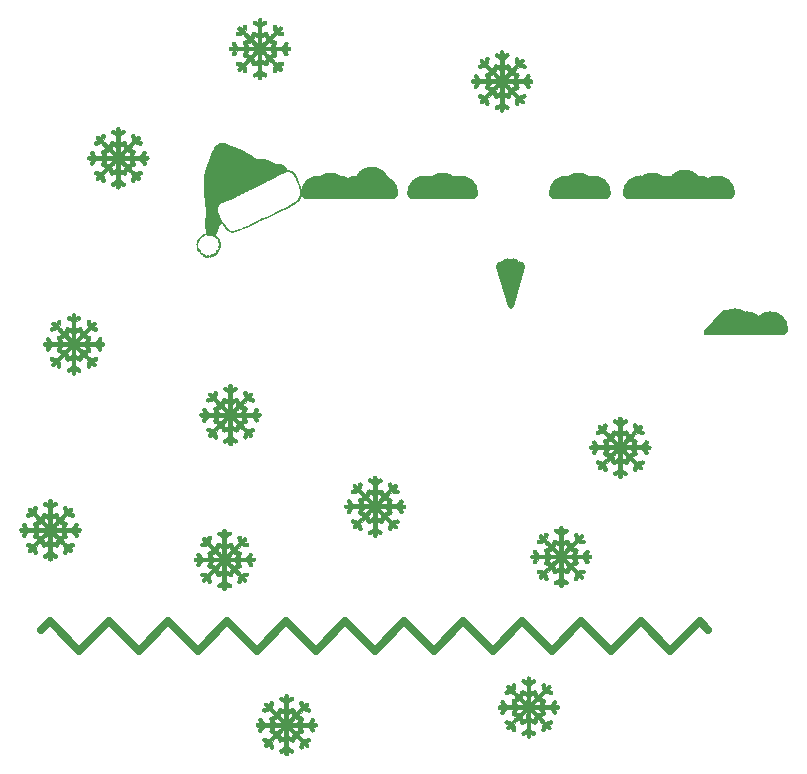
<source format=gbr>
%TF.GenerationSoftware,KiCad,Pcbnew,(5.1.10)-1*%
%TF.CreationDate,2021-10-20T07:51:42+02:00*%
%TF.ProjectId,TVZ_kuglica,54565a5f-6b75-4676-9c69-63612e6b6963,rev?*%
%TF.SameCoordinates,Original*%
%TF.FileFunction,Legend,Top*%
%TF.FilePolarity,Positive*%
%FSLAX46Y46*%
G04 Gerber Fmt 4.6, Leading zero omitted, Abs format (unit mm)*
G04 Created by KiCad (PCBNEW (5.1.10)-1) date 2021-10-20 07:51:42*
%MOMM*%
%LPD*%
G01*
G04 APERTURE LIST*
%ADD10C,0.100000*%
%ADD11C,0.500000*%
%ADD12C,1.000000*%
%ADD13C,0.120000*%
%ADD14C,0.700000*%
%ADD15C,0.010000*%
G04 APERTURE END LIST*
D10*
G36*
X167600000Y-94700000D02*
G01*
X164900000Y-94700000D01*
X164900000Y-94450000D01*
X166450000Y-92650000D01*
X167050000Y-92650000D01*
X167600000Y-94700000D01*
G37*
X167600000Y-94700000D02*
X164900000Y-94700000D01*
X164900000Y-94450000D01*
X166450000Y-92650000D01*
X167050000Y-92650000D01*
X167600000Y-94700000D01*
D11*
X148750000Y-91250000D02*
G75*
G03*
X148750000Y-91250000I-250000J0D01*
G01*
X148750000Y-90500000D02*
G75*
G03*
X148750000Y-90500000I-250000J0D01*
G01*
X148750000Y-90000000D02*
G75*
G03*
X148750000Y-90000000I-250000J0D01*
G01*
X148250000Y-89500000D02*
G75*
G03*
X148250000Y-89500000I-250000J0D01*
G01*
X149250000Y-89500000D02*
G75*
G03*
X149250000Y-89500000I-250000J0D01*
G01*
X148750000Y-89500000D02*
G75*
G03*
X148750000Y-89500000I-250000J0D01*
G01*
X149500000Y-89000000D02*
G75*
G03*
X149500000Y-89000000I-250000J0D01*
G01*
X149000000Y-88750000D02*
G75*
G03*
X149000000Y-88750000I-250000J0D01*
G01*
X148500000Y-88750000D02*
G75*
G03*
X148500000Y-88750000I-250000J0D01*
G01*
X148000000Y-89000000D02*
G75*
G03*
X148000000Y-89000000I-250000J0D01*
G01*
X148500000Y-92250000D02*
X149500000Y-89000000D01*
X147500000Y-89000000D02*
X148500000Y-92250000D01*
D12*
X168500000Y-94000000D02*
X166500000Y-94000000D01*
X166500000Y-94000000D02*
G75*
G02*
X168500000Y-94000000I1000000J0D01*
G01*
X169500000Y-94250000D02*
X167500000Y-94250000D01*
X167500000Y-94250000D02*
G75*
G02*
X169500000Y-94250000I1000000J0D01*
G01*
X171500000Y-94250000D02*
X169500000Y-94250000D01*
X169500000Y-94250000D02*
G75*
G02*
X171500000Y-94250000I1000000J0D01*
G01*
X161500000Y-82500000D02*
X159500000Y-82500000D01*
X159500000Y-82500000D02*
G75*
G02*
X161500000Y-82500000I1000000J0D01*
G01*
X164250000Y-82250000D02*
X162250000Y-82250000D01*
X162250000Y-82250000D02*
G75*
G02*
X164250000Y-82250000I1000000J0D01*
G01*
X167000000Y-82750000D02*
X165000000Y-82750000D01*
X165000000Y-82750000D02*
G75*
G02*
X167000000Y-82750000I1000000J0D01*
G01*
X165500000Y-82750000D02*
X163500000Y-82750000D01*
X163500000Y-82750000D02*
G75*
G02*
X165500000Y-82750000I1000000J0D01*
G01*
X163000000Y-82750000D02*
X161000000Y-82750000D01*
X161000000Y-82750000D02*
G75*
G02*
X163000000Y-82750000I1000000J0D01*
G01*
X167000000Y-82750000D02*
X158500000Y-82750000D01*
X158500000Y-82750000D02*
G75*
G02*
X160500000Y-82750000I1000000J0D01*
G01*
X155250000Y-82500000D02*
X153250000Y-82500000D01*
X153250000Y-82500000D02*
G75*
G02*
X155250000Y-82500000I1000000J0D01*
G01*
X155250000Y-82750000D02*
X153250000Y-82750000D01*
X153250000Y-82750000D02*
G75*
G02*
X155250000Y-82750000I1000000J0D01*
G01*
X156500000Y-82750000D02*
X154500000Y-82750000D01*
X154500000Y-82750000D02*
G75*
G02*
X156500000Y-82750000I1000000J0D01*
G01*
X154250000Y-82750000D02*
X152250000Y-82750000D01*
X152250000Y-82750000D02*
G75*
G02*
X154250000Y-82750000I1000000J0D01*
G01*
X143750000Y-82750000D02*
X141750000Y-82750000D01*
X141750000Y-82750000D02*
G75*
G02*
X143750000Y-82750000I1000000J0D01*
G01*
X143750000Y-82500000D02*
X141750000Y-82500000D01*
X141750000Y-82500000D02*
G75*
G02*
X143750000Y-82500000I1000000J0D01*
G01*
X145250000Y-82750000D02*
X143250000Y-82750000D01*
X143250000Y-82750000D02*
G75*
G02*
X145250000Y-82750000I1000000J0D01*
G01*
X142250000Y-82750000D02*
X140250000Y-82750000D01*
X140250000Y-82750000D02*
G75*
G02*
X142250000Y-82750000I1000000J0D01*
G01*
X137750000Y-82000000D02*
X135750000Y-82000000D01*
X135750000Y-82000000D02*
G75*
G02*
X137750000Y-82000000I1000000J0D01*
G01*
X138500000Y-82750000D02*
X136500000Y-82750000D01*
X136500000Y-82750000D02*
G75*
G02*
X138500000Y-82750000I1000000J0D01*
G01*
X136500000Y-82750000D02*
X134500000Y-82750000D01*
X134500000Y-82750000D02*
G75*
G02*
X136500000Y-82750000I1000000J0D01*
G01*
X134250000Y-82500000D02*
X132250000Y-82500000D01*
X132250000Y-82500000D02*
G75*
G02*
X134250000Y-82500000I1000000J0D01*
G01*
X135000000Y-82750000D02*
X133000000Y-82750000D01*
X133000000Y-82750000D02*
G75*
G02*
X135000000Y-82750000I1000000J0D01*
G01*
X133250000Y-82750000D02*
X131250000Y-82750000D01*
X131250000Y-82750000D02*
G75*
G02*
X133250000Y-82750000I1000000J0D01*
G01*
D13*
X122580000Y-86200000D02*
X122730000Y-86210000D01*
X122510000Y-86260000D02*
X122580000Y-86200000D01*
X122370000Y-86290000D02*
X122510000Y-86260000D01*
X122400000Y-86340000D02*
X122370000Y-86290000D01*
X122220000Y-86430000D02*
X122400000Y-86340000D01*
X122230000Y-86480000D02*
X122220000Y-86430000D01*
X122130000Y-86590000D02*
X122230000Y-86480000D01*
X122030000Y-86700000D02*
X122130000Y-86590000D01*
X121980000Y-86800000D02*
X122030000Y-86700000D01*
X121950000Y-86980000D02*
X121980000Y-86800000D01*
X121870000Y-87040000D02*
X121950000Y-86980000D01*
X121940000Y-87090000D02*
X121870000Y-87040000D01*
X121910000Y-87220000D02*
X121940000Y-87090000D01*
X121950000Y-87330000D02*
X121910000Y-87220000D01*
X122070000Y-87390000D02*
X121950000Y-87330000D01*
X121970000Y-87580000D02*
X122070000Y-87390000D01*
X122110000Y-87520000D02*
X121970000Y-87580000D01*
X122060000Y-87660000D02*
X122110000Y-87520000D01*
X122180000Y-87610000D02*
X122060000Y-87660000D01*
X122210000Y-87780000D02*
X122180000Y-87610000D01*
X122310000Y-87860000D02*
X122210000Y-87780000D01*
X122450000Y-87920000D02*
X122310000Y-87860000D01*
X122500000Y-88070000D02*
X122450000Y-87920000D01*
X122580000Y-87960000D02*
X122500000Y-88070000D01*
X122640000Y-88060000D02*
X122580000Y-87960000D01*
X122720000Y-88140000D02*
X122640000Y-88060000D01*
X122810000Y-88030000D02*
X122720000Y-88140000D01*
X122890000Y-88130000D02*
X122810000Y-88030000D01*
X122930000Y-88030000D02*
X122890000Y-88130000D01*
X123050000Y-88100000D02*
X122930000Y-88030000D01*
X123070000Y-88000000D02*
X123050000Y-88100000D01*
X123170000Y-88040000D02*
X123070000Y-88000000D01*
X123170000Y-87930000D02*
X123170000Y-88040000D01*
X123290000Y-87930000D02*
X123170000Y-87930000D01*
X123410000Y-87930000D02*
X123290000Y-87930000D01*
X123420000Y-87850000D02*
X123410000Y-87930000D01*
X123480000Y-87840000D02*
X123420000Y-87850000D01*
X123580000Y-87850000D02*
X123480000Y-87840000D01*
X123540000Y-87740000D02*
X123580000Y-87850000D01*
X123600000Y-87700000D02*
X123540000Y-87740000D01*
X123600000Y-87570000D02*
X123600000Y-87700000D01*
X123700000Y-87630000D02*
X123600000Y-87570000D01*
X123710000Y-87560000D02*
X123700000Y-87630000D01*
X123760000Y-87470000D02*
X123710000Y-87560000D01*
X123830000Y-87460000D02*
X123760000Y-87470000D01*
X123790000Y-87400000D02*
X123830000Y-87460000D01*
X123720000Y-87230000D02*
X123790000Y-87400000D01*
X123840000Y-87240000D02*
X123720000Y-87230000D01*
X123800000Y-87170000D02*
X123840000Y-87240000D01*
X123790000Y-87080000D02*
X123800000Y-87170000D01*
X123840000Y-87070000D02*
X123790000Y-87080000D01*
X123830000Y-86990000D02*
X123840000Y-87070000D01*
X123890000Y-86930000D02*
X123830000Y-86990000D01*
X123820000Y-86910000D02*
X123890000Y-86930000D01*
X123780000Y-86850000D02*
X123820000Y-86910000D01*
X123780000Y-86780000D02*
X123780000Y-86850000D01*
X123770000Y-86690000D02*
X123780000Y-86780000D01*
X123750000Y-86600000D02*
X123770000Y-86690000D01*
X123640000Y-86540000D02*
X123750000Y-86600000D01*
X123600000Y-86440000D02*
X123640000Y-86540000D01*
X123460000Y-86370000D02*
X123600000Y-86440000D01*
X123390000Y-86340000D02*
X123460000Y-86370000D01*
X123340000Y-86270000D02*
X123390000Y-86340000D01*
X123200000Y-86320000D02*
X123340000Y-86270000D01*
X123130000Y-86250000D02*
X123200000Y-86320000D01*
X123000000Y-86290000D02*
X123130000Y-86250000D01*
X122910000Y-86220000D02*
X123000000Y-86290000D01*
X122810000Y-86260000D02*
X122910000Y-86220000D01*
X122730000Y-86210000D02*
X122810000Y-86260000D01*
X122720000Y-86030000D02*
X122730000Y-86210000D01*
X122670000Y-85810000D02*
X122720000Y-86030000D01*
X122620000Y-85530000D02*
X122670000Y-85810000D01*
X122590000Y-85350000D02*
X122620000Y-85530000D01*
X122590000Y-85180000D02*
X122590000Y-85350000D01*
X122630000Y-84940000D02*
X122590000Y-85180000D01*
X122670000Y-84740000D02*
X122630000Y-84940000D01*
X122720000Y-84480000D02*
X122670000Y-84740000D01*
X122720000Y-84250000D02*
X122720000Y-84480000D01*
X122690000Y-84000000D02*
X122720000Y-84250000D01*
X122640000Y-83640000D02*
X122690000Y-84000000D01*
X122600000Y-83330000D02*
X122640000Y-83640000D01*
X122580000Y-82850000D02*
X122600000Y-83330000D01*
X122560000Y-82680000D02*
X122580000Y-82850000D01*
X122540000Y-82310000D02*
X122560000Y-82680000D01*
X122530000Y-82090000D02*
X122540000Y-82310000D01*
X122540000Y-81690000D02*
X122530000Y-82090000D01*
X122540000Y-81500000D02*
X122540000Y-81690000D01*
X122580000Y-81200000D02*
X122540000Y-81500000D01*
X122620000Y-80950000D02*
X122580000Y-81200000D01*
X122750000Y-80570000D02*
X122620000Y-80950000D01*
X122850000Y-80310000D02*
X122750000Y-80570000D01*
X122990000Y-79910000D02*
X122850000Y-80310000D01*
X123060000Y-79720000D02*
X122990000Y-79910000D01*
X123150000Y-79450000D02*
X123060000Y-79720000D01*
X123250000Y-79220000D02*
X123150000Y-79450000D01*
X123340000Y-79050000D02*
X123250000Y-79220000D01*
X123460000Y-78880000D02*
X123340000Y-79050000D01*
X123560000Y-78770000D02*
X123460000Y-78880000D01*
X123650000Y-78660000D02*
X123560000Y-78770000D01*
X123780000Y-78580000D02*
X123650000Y-78660000D01*
X123880000Y-78520000D02*
X123780000Y-78580000D01*
X123970000Y-78500000D02*
X123880000Y-78520000D01*
X124060000Y-78500000D02*
X123970000Y-78500000D01*
X124210000Y-78530000D02*
X124060000Y-78500000D01*
X124430000Y-78610000D02*
X124210000Y-78530000D01*
X124600000Y-78680000D02*
X124430000Y-78610000D01*
X124800000Y-78760000D02*
X124600000Y-78680000D01*
X125000000Y-78850000D02*
X124800000Y-78760000D01*
X125320000Y-78960000D02*
X125000000Y-78850000D01*
X125530000Y-79050000D02*
X125320000Y-78960000D01*
X125780000Y-79150000D02*
X125530000Y-79050000D01*
X126010000Y-79280000D02*
X125780000Y-79150000D01*
X126220000Y-79380000D02*
X126010000Y-79280000D01*
X126380000Y-79470000D02*
X126220000Y-79380000D01*
X126490000Y-79540000D02*
X126380000Y-79470000D01*
X126620000Y-79700000D02*
X126490000Y-79540000D01*
X126690000Y-79770000D02*
X126620000Y-79700000D01*
X126770000Y-79800000D02*
X126690000Y-79770000D01*
X126900000Y-79830000D02*
X126770000Y-79800000D01*
X127020000Y-79860000D02*
X126900000Y-79830000D01*
X127180000Y-79870000D02*
X127020000Y-79860000D01*
X127380000Y-79870000D02*
X127180000Y-79870000D01*
X127490000Y-79870000D02*
X127380000Y-79870000D01*
X128160000Y-80090000D02*
X127490000Y-79870000D01*
X128280000Y-80150000D02*
X128160000Y-80090000D01*
X128400000Y-80220000D02*
X128280000Y-80150000D01*
X128520000Y-80290000D02*
X128400000Y-80220000D01*
X128640000Y-80290000D02*
X128520000Y-80290000D01*
X128950000Y-80300000D02*
X128640000Y-80290000D01*
X129080000Y-80330000D02*
X128950000Y-80300000D01*
X129260000Y-80420000D02*
X129080000Y-80330000D01*
X129340000Y-80460000D02*
X129260000Y-80420000D01*
X129410000Y-80550000D02*
X129340000Y-80460000D01*
X129470000Y-80620000D02*
X129410000Y-80550000D01*
X129520000Y-80730000D02*
X129470000Y-80620000D01*
X129560000Y-80840000D02*
X129520000Y-80730000D01*
X123950000Y-85100000D02*
X124040000Y-85250000D01*
X123870000Y-84920000D02*
X123950000Y-85100000D01*
X123820000Y-84800000D02*
X123870000Y-84920000D01*
X123740000Y-84640000D02*
X123820000Y-84800000D01*
X123680000Y-84500000D02*
X123740000Y-84640000D01*
X123640000Y-84390000D02*
X123680000Y-84500000D01*
X123620000Y-84260000D02*
X123640000Y-84390000D01*
X123610000Y-84110000D02*
X123620000Y-84260000D01*
X123610000Y-83950000D02*
X123610000Y-84110000D01*
X123620000Y-83870000D02*
X123610000Y-83950000D01*
X123670000Y-83770000D02*
X123620000Y-83870000D01*
X123700000Y-83690000D02*
X123670000Y-83770000D01*
X123760000Y-83600000D02*
X123700000Y-83690000D01*
X123860000Y-83530000D02*
X123760000Y-83600000D01*
X123980000Y-83470000D02*
X123860000Y-83530000D01*
X124170000Y-83390000D02*
X123980000Y-83470000D01*
X124520000Y-83280000D02*
X124170000Y-83390000D01*
X124990000Y-83080000D02*
X124520000Y-83280000D01*
X125190000Y-82960000D02*
X124990000Y-83080000D01*
X125440000Y-82820000D02*
X125190000Y-82960000D01*
X125640000Y-82710000D02*
X125440000Y-82820000D01*
X125960000Y-82520000D02*
X125640000Y-82710000D01*
X126160000Y-82450000D02*
X125960000Y-82520000D01*
X126380000Y-82340000D02*
X126160000Y-82450000D01*
X126590000Y-82260000D02*
X126380000Y-82340000D01*
X126870000Y-82130000D02*
X126590000Y-82260000D01*
X127080000Y-82040000D02*
X126870000Y-82130000D01*
X127280000Y-81920000D02*
X127080000Y-82040000D01*
X127520000Y-81790000D02*
X127280000Y-81920000D01*
X127730000Y-81690000D02*
X127520000Y-81790000D01*
X127960000Y-81590000D02*
X127730000Y-81690000D01*
X128160000Y-81490000D02*
X127960000Y-81590000D01*
X128370000Y-81370000D02*
X128160000Y-81490000D01*
X128560000Y-81270000D02*
X128370000Y-81370000D01*
X128750000Y-81150000D02*
X128560000Y-81270000D01*
X128860000Y-81100000D02*
X128750000Y-81150000D01*
X128940000Y-81040000D02*
X128860000Y-81100000D01*
X129060000Y-81010000D02*
X128940000Y-81040000D01*
X129140000Y-80960000D02*
X129060000Y-81010000D01*
X129250000Y-80930000D02*
X129140000Y-80960000D01*
X129360000Y-80890000D02*
X129250000Y-80930000D01*
X129450000Y-80860000D02*
X129360000Y-80890000D01*
X129560000Y-80830000D02*
X129450000Y-80860000D01*
X129630000Y-80830000D02*
X129560000Y-80830000D01*
X129760000Y-80840000D02*
X129630000Y-80830000D01*
X129850000Y-80870000D02*
X129760000Y-80840000D01*
X129910000Y-80910000D02*
X129850000Y-80870000D01*
X130000000Y-80960000D02*
X129910000Y-80910000D01*
X130080000Y-81040000D02*
X130000000Y-80960000D01*
X130130000Y-81080000D02*
X130080000Y-81040000D01*
X130210000Y-81210000D02*
X130130000Y-81080000D01*
X130290000Y-81370000D02*
X130210000Y-81210000D01*
X130380000Y-81580000D02*
X130290000Y-81370000D01*
X130430000Y-81680000D02*
X130380000Y-81580000D01*
X130500000Y-81870000D02*
X130430000Y-81680000D01*
X130570000Y-82020000D02*
X130500000Y-81870000D01*
X130620000Y-82170000D02*
X130570000Y-82020000D01*
X130690000Y-82340000D02*
X130620000Y-82170000D01*
X130710000Y-82510000D02*
X130690000Y-82340000D01*
X130720000Y-82700000D02*
X130710000Y-82510000D01*
X130700000Y-82870000D02*
X130720000Y-82700000D01*
X130660000Y-83030000D02*
X130700000Y-82870000D01*
X130610000Y-83140000D02*
X130660000Y-83030000D01*
X130540000Y-83240000D02*
X130610000Y-83140000D01*
X130390000Y-83410000D02*
X130540000Y-83240000D01*
X130190000Y-83550000D02*
X130390000Y-83410000D01*
X129940000Y-83700000D02*
X130190000Y-83550000D01*
X129810000Y-83800000D02*
X129940000Y-83700000D01*
X129590000Y-83920000D02*
X129810000Y-83800000D01*
X129380000Y-84010000D02*
X129590000Y-83920000D01*
X129150000Y-84120000D02*
X129380000Y-84010000D01*
X128860000Y-84240000D02*
X129150000Y-84120000D01*
X128570000Y-84410000D02*
X128860000Y-84240000D01*
X128300000Y-84560000D02*
X128570000Y-84410000D01*
X128000000Y-84680000D02*
X128300000Y-84560000D01*
X127730000Y-84800000D02*
X128000000Y-84680000D01*
X127390000Y-84930000D02*
X127730000Y-84800000D01*
X127210000Y-85010000D02*
X127390000Y-84930000D01*
X126980000Y-85120000D02*
X127210000Y-85010000D01*
X126850000Y-85220000D02*
X126980000Y-85120000D01*
X126580000Y-85360000D02*
X126850000Y-85220000D01*
X126300000Y-85500000D02*
X126580000Y-85360000D01*
X125990000Y-85630000D02*
X126300000Y-85500000D01*
X125630000Y-85760000D02*
X125990000Y-85630000D01*
X125370000Y-85860000D02*
X125630000Y-85760000D01*
X125230000Y-85910000D02*
X125370000Y-85860000D01*
X125100000Y-85950000D02*
X125230000Y-85910000D01*
X124940000Y-85970000D02*
X125100000Y-85950000D01*
X124840000Y-85980000D02*
X124940000Y-85970000D01*
X124750000Y-85960000D02*
X124840000Y-85980000D01*
X124660000Y-85930000D02*
X124750000Y-85960000D01*
X124610000Y-85890000D02*
X124660000Y-85930000D01*
X124520000Y-85820000D02*
X124610000Y-85890000D01*
X124430000Y-85730000D02*
X124520000Y-85820000D01*
X124350000Y-85640000D02*
X124430000Y-85730000D01*
X124250000Y-85520000D02*
X124350000Y-85640000D01*
X124160000Y-85410000D02*
X124250000Y-85520000D01*
X124110000Y-85330000D02*
X124160000Y-85410000D01*
X124040000Y-85250000D02*
X124110000Y-85330000D01*
X123990000Y-85220000D02*
X124040000Y-85250000D01*
X123940000Y-85240000D02*
X123990000Y-85220000D01*
X123880000Y-85310000D02*
X123940000Y-85240000D01*
X123830000Y-85390000D02*
X123880000Y-85310000D01*
X123770000Y-85460000D02*
X123830000Y-85390000D01*
X123720000Y-85590000D02*
X123770000Y-85460000D01*
X123660000Y-85730000D02*
X123720000Y-85590000D01*
X123610000Y-85880000D02*
X123660000Y-85730000D01*
X123570000Y-85990000D02*
X123610000Y-85880000D01*
X123530000Y-86110000D02*
X123570000Y-85990000D01*
X123480000Y-86220000D02*
X123530000Y-86110000D01*
X123390000Y-86330000D02*
X123480000Y-86220000D01*
D14*
X157000000Y-121500000D02*
X154500000Y-119000000D01*
X122000000Y-121500000D02*
X119500000Y-119000000D01*
X117000000Y-121500000D02*
X114500000Y-119000000D01*
X129500000Y-119000000D02*
X127000000Y-121500000D01*
X137000000Y-121500000D02*
X134500000Y-119000000D01*
X112000000Y-121500000D02*
X109500000Y-119000000D01*
X139500000Y-119000000D02*
X137000000Y-121500000D01*
X134500000Y-119000000D02*
X132000000Y-121500000D01*
X152000000Y-121500000D02*
X149500000Y-119000000D01*
X109500000Y-119000000D02*
X108750000Y-119750000D01*
X147000000Y-121500000D02*
X144500000Y-119000000D01*
X154500000Y-119000000D02*
X152000000Y-121500000D01*
X165250000Y-119750000D02*
X164500000Y-119000000D01*
X127000000Y-121500000D02*
X124500000Y-119000000D01*
X162000000Y-121500000D02*
X159500000Y-119000000D01*
X114500000Y-119000000D02*
X112000000Y-121500000D01*
X159500000Y-119000000D02*
X157000000Y-121500000D01*
X149500000Y-119000000D02*
X147000000Y-121500000D01*
X119500000Y-119000000D02*
X117000000Y-121500000D01*
X142000000Y-121500000D02*
X139500000Y-119000000D01*
X124500000Y-119000000D02*
X122000000Y-121500000D01*
X144500000Y-119000000D02*
X142000000Y-121500000D01*
X132000000Y-121500000D02*
X129500000Y-119000000D01*
X164500000Y-119000000D02*
X162000000Y-121500000D01*
D15*
%TO.C,G\u002A\u002A\u002A*%
G36*
X123864472Y-78506910D02*
G01*
X123940429Y-78483644D01*
X124018597Y-78472993D01*
X124100620Y-78475029D01*
X124188149Y-78489824D01*
X124282833Y-78517453D01*
X124308082Y-78526472D01*
X124335211Y-78537002D01*
X124374246Y-78552862D01*
X124422578Y-78572958D01*
X124477596Y-78596192D01*
X124536691Y-78621468D01*
X124597253Y-78647690D01*
X124612902Y-78654520D01*
X124674547Y-78680806D01*
X124747696Y-78710890D01*
X124828844Y-78743397D01*
X124914488Y-78776952D01*
X125001122Y-78810180D01*
X125085240Y-78841706D01*
X125153485Y-78866619D01*
X125228449Y-78893697D01*
X125295129Y-78918137D01*
X125355384Y-78940767D01*
X125411069Y-78962415D01*
X125464041Y-78983912D01*
X125516159Y-79006083D01*
X125569278Y-79029759D01*
X125625255Y-79055767D01*
X125685949Y-79084936D01*
X125753215Y-79118095D01*
X125828910Y-79156071D01*
X125914893Y-79199694D01*
X126013019Y-79249792D01*
X126017361Y-79252013D01*
X126112984Y-79301046D01*
X126195665Y-79343830D01*
X126266669Y-79381207D01*
X126327257Y-79414020D01*
X126378691Y-79443111D01*
X126422235Y-79469321D01*
X126459150Y-79493494D01*
X126490698Y-79516471D01*
X126518142Y-79539095D01*
X126542744Y-79562210D01*
X126565768Y-79586654D01*
X126588474Y-79613274D01*
X126612126Y-79642908D01*
X126621727Y-79655269D01*
X126647551Y-79687856D01*
X126671859Y-79717066D01*
X126692070Y-79739892D01*
X126705602Y-79753326D01*
X126706494Y-79754042D01*
X126723904Y-79762735D01*
X126751896Y-79771725D01*
X126785292Y-79779431D01*
X126795914Y-79781310D01*
X126838471Y-79789493D01*
X126886259Y-79800555D01*
X126929502Y-79812219D01*
X126932655Y-79813165D01*
X126980282Y-79826952D01*
X127022207Y-79837221D01*
X127061868Y-79844292D01*
X127102708Y-79848490D01*
X127148167Y-79850134D01*
X127201685Y-79849548D01*
X127266705Y-79847054D01*
X127285189Y-79846169D01*
X127384177Y-79843070D01*
X127472198Y-79844619D01*
X127553646Y-79851441D01*
X127632911Y-79864161D01*
X127714386Y-79883407D01*
X127802461Y-79909805D01*
X127854720Y-79927396D01*
X127934328Y-79956947D01*
X128011780Y-79989944D01*
X128090582Y-80028087D01*
X128174242Y-80073082D01*
X128266266Y-80126629D01*
X128271135Y-80129553D01*
X128335657Y-80167971D01*
X128389552Y-80198678D01*
X128435588Y-80222482D01*
X128476533Y-80240191D01*
X128515156Y-80252611D01*
X128554223Y-80260550D01*
X128596506Y-80264817D01*
X128644770Y-80266219D01*
X128701785Y-80265563D01*
X128734425Y-80264717D01*
X128785492Y-80263926D01*
X128837337Y-80264260D01*
X128885159Y-80265616D01*
X128924158Y-80267886D01*
X128937962Y-80269225D01*
X128986229Y-80277852D01*
X129042541Y-80292633D01*
X129102048Y-80311877D01*
X129159900Y-80333891D01*
X129211249Y-80356986D01*
X129247977Y-80377349D01*
X129327518Y-80437389D01*
X129398538Y-80510517D01*
X129460519Y-80596119D01*
X129512950Y-80693577D01*
X129514685Y-80697369D01*
X129535178Y-80740046D01*
X129551151Y-80767946D01*
X129562823Y-80781447D01*
X129564274Y-80782281D01*
X129577335Y-80785111D01*
X129602652Y-80787968D01*
X129636608Y-80790521D01*
X129675586Y-80792443D01*
X129676631Y-80792482D01*
X129764632Y-80801141D01*
X129844738Y-80821057D01*
X129919249Y-80853284D01*
X129990463Y-80898878D01*
X130060680Y-80958894D01*
X130079513Y-80977453D01*
X130110182Y-81010335D01*
X130142318Y-81047785D01*
X130170267Y-81083131D01*
X130177199Y-81092623D01*
X130207821Y-81139913D01*
X130242445Y-81200994D01*
X130280406Y-81274482D01*
X130321033Y-81358997D01*
X130363658Y-81453157D01*
X130407611Y-81555581D01*
X130442979Y-81641787D01*
X130469890Y-81708525D01*
X130498977Y-81780411D01*
X130528562Y-81853314D01*
X130556967Y-81923103D01*
X130582514Y-81985650D01*
X130600035Y-82028349D01*
X130642127Y-82133524D01*
X130676833Y-82227236D01*
X130704684Y-82311785D01*
X130726208Y-82389468D01*
X130741935Y-82462585D01*
X130752394Y-82533435D01*
X130758113Y-82604318D01*
X130759621Y-82677531D01*
X130758879Y-82718604D01*
X130751970Y-82809673D01*
X130737213Y-82901866D01*
X130715595Y-82991233D01*
X130688101Y-83073823D01*
X130655723Y-83145688D01*
X130649012Y-83157960D01*
X130605655Y-83224038D01*
X130549264Y-83293218D01*
X130481904Y-83363701D01*
X130405641Y-83433684D01*
X130322538Y-83501368D01*
X130234661Y-83564951D01*
X130144074Y-83622633D01*
X130067303Y-83665257D01*
X130010917Y-83695403D01*
X129965275Y-83722359D01*
X129926313Y-83748661D01*
X129895085Y-83772661D01*
X129864028Y-83797531D01*
X129833388Y-83821548D01*
X129807917Y-83841007D01*
X129798740Y-83847773D01*
X129768823Y-83866457D01*
X129725316Y-83889421D01*
X129669713Y-83915999D01*
X129603507Y-83945528D01*
X129528194Y-83977342D01*
X129445269Y-84010777D01*
X129356224Y-84045168D01*
X129348173Y-84048207D01*
X129234728Y-84091963D01*
X129133488Y-84133342D01*
X129041266Y-84173856D01*
X128954880Y-84215017D01*
X128871142Y-84258338D01*
X128786865Y-84305333D01*
X128706421Y-84352929D01*
X128652787Y-84385062D01*
X128603236Y-84413876D01*
X128554801Y-84440954D01*
X128504514Y-84467873D01*
X128449410Y-84496214D01*
X128386521Y-84527556D01*
X128312881Y-84563479D01*
X128292477Y-84573345D01*
X128233462Y-84601697D01*
X128178196Y-84627895D01*
X128125048Y-84652634D01*
X128072385Y-84676612D01*
X128018576Y-84700525D01*
X127961987Y-84725073D01*
X127900987Y-84750950D01*
X127833943Y-84778854D01*
X127759222Y-84809485D01*
X127675193Y-84843536D01*
X127580224Y-84881707D01*
X127472681Y-84924694D01*
X127430673Y-84941443D01*
X127342290Y-84976920D01*
X127266384Y-85008118D01*
X127200543Y-85036270D01*
X127142355Y-85062611D01*
X127089411Y-85088373D01*
X127039298Y-85114790D01*
X126989608Y-85143097D01*
X126937926Y-85174525D01*
X126881843Y-85210309D01*
X126818948Y-85251682D01*
X126801338Y-85263403D01*
X126743507Y-85300876D01*
X126685719Y-85335921D01*
X126626221Y-85369355D01*
X126563265Y-85401997D01*
X126495103Y-85434661D01*
X126419983Y-85468165D01*
X126336155Y-85503327D01*
X126241871Y-85540965D01*
X126135380Y-85581892D01*
X126053364Y-85612668D01*
X125983224Y-85638825D01*
X125920410Y-85662372D01*
X125862688Y-85684184D01*
X125807821Y-85705136D01*
X125753577Y-85726097D01*
X125697718Y-85747946D01*
X125638011Y-85771551D01*
X125572219Y-85797789D01*
X125498109Y-85827533D01*
X125413446Y-85861656D01*
X125331074Y-85894932D01*
X125239438Y-85931059D01*
X125160176Y-85960168D01*
X125091632Y-85982663D01*
X125032151Y-85998954D01*
X124980074Y-86009443D01*
X124933745Y-86014540D01*
X124891506Y-86014648D01*
X124857264Y-86011073D01*
X124789788Y-85993375D01*
X124718175Y-85960396D01*
X124642465Y-85912171D01*
X124562700Y-85848737D01*
X124478918Y-85770127D01*
X124391162Y-85676376D01*
X124299472Y-85567519D01*
X124209162Y-85450690D01*
X124159057Y-85383797D01*
X124117071Y-85328994D01*
X124082082Y-85285461D01*
X124052973Y-85252373D01*
X124028626Y-85228913D01*
X124007923Y-85214255D01*
X123989745Y-85207580D01*
X123972973Y-85208065D01*
X123956492Y-85214888D01*
X123939179Y-85227229D01*
X123923604Y-85240866D01*
X123896544Y-85270183D01*
X123865102Y-85311833D01*
X123830745Y-85363393D01*
X123794944Y-85422437D01*
X123759167Y-85486541D01*
X123724884Y-85553282D01*
X123693564Y-85620237D01*
X123693244Y-85620960D01*
X123678976Y-85655767D01*
X123661695Y-85701967D01*
X123642757Y-85755689D01*
X123623517Y-85813066D01*
X123605334Y-85870227D01*
X123601722Y-85882021D01*
X123575092Y-85966180D01*
X123550127Y-86037203D01*
X123525725Y-86097590D01*
X123500787Y-86149840D01*
X123474214Y-86196449D01*
X123444904Y-86239917D01*
X123442902Y-86242660D01*
X123420832Y-86275247D01*
X123409957Y-86297673D01*
X123409493Y-86309874D01*
X123421071Y-86322438D01*
X123438395Y-86331348D01*
X123453700Y-86332776D01*
X123454978Y-86332290D01*
X123470736Y-86332638D01*
X123488646Y-86343239D01*
X123503044Y-86360525D01*
X123504596Y-86363568D01*
X123513555Y-86376496D01*
X123529254Y-86387962D01*
X123554981Y-86399994D01*
X123577974Y-86408836D01*
X123606744Y-86420577D01*
X123628268Y-86431607D01*
X123639212Y-86440133D01*
X123639924Y-86442202D01*
X123635722Y-86456434D01*
X123628386Y-86473204D01*
X123621850Y-86490291D01*
X123621116Y-86500756D01*
X123629462Y-86506725D01*
X123648861Y-86516626D01*
X123675585Y-86528600D01*
X123683992Y-86532120D01*
X123714311Y-86545197D01*
X123733480Y-86555728D01*
X123745260Y-86566612D01*
X123753414Y-86580748D01*
X123756516Y-86587995D01*
X123768425Y-86612395D01*
X123781637Y-86633066D01*
X123784225Y-86636236D01*
X123793483Y-86650170D01*
X123790222Y-86661723D01*
X123783731Y-86669093D01*
X123775475Y-86684087D01*
X123777281Y-86703455D01*
X123789796Y-86729112D01*
X123813665Y-86762977D01*
X123816676Y-86766858D01*
X123834086Y-86793490D01*
X123838076Y-86813553D01*
X123828303Y-86829481D01*
X123805916Y-86843015D01*
X123789059Y-86853048D01*
X123781509Y-86861975D01*
X123781667Y-86863839D01*
X123790288Y-86870074D01*
X123810158Y-86879979D01*
X123837607Y-86891791D01*
X123849435Y-86896478D01*
X123878490Y-86908066D01*
X123901130Y-86917739D01*
X123913838Y-86923968D01*
X123915357Y-86925157D01*
X123910360Y-86931232D01*
X123895621Y-86942451D01*
X123884361Y-86949953D01*
X123859497Y-86969502D01*
X123846955Y-86990618D01*
X123845618Y-87017138D01*
X123854373Y-87052905D01*
X123854411Y-87053026D01*
X123862028Y-87078120D01*
X123863943Y-87092616D01*
X123859587Y-87100939D01*
X123848395Y-87107511D01*
X123847356Y-87108012D01*
X123837082Y-87113654D01*
X123831712Y-87120630D01*
X123830997Y-87132492D01*
X123834688Y-87152794D01*
X123842081Y-87183269D01*
X123849211Y-87213761D01*
X123854093Y-87238373D01*
X123855957Y-87253060D01*
X123855766Y-87255072D01*
X123847517Y-87257170D01*
X123830082Y-87253902D01*
X123824185Y-87252055D01*
X123803963Y-87245855D01*
X123790434Y-87244470D01*
X123783413Y-87249630D01*
X123782719Y-87263064D01*
X123788168Y-87286501D01*
X123799577Y-87321670D01*
X123812842Y-87359327D01*
X123823698Y-87391938D01*
X123831487Y-87419656D01*
X123835210Y-87438661D01*
X123835072Y-87444304D01*
X123826019Y-87454205D01*
X123807540Y-87466852D01*
X123795320Y-87473565D01*
X123773073Y-87487142D01*
X123757187Y-87503804D01*
X123745952Y-87526883D01*
X123737655Y-87559707D01*
X123731696Y-87597294D01*
X123724890Y-87632266D01*
X123715666Y-87652168D01*
X123703277Y-87657720D01*
X123686971Y-87649637D01*
X123681748Y-87645163D01*
X123664233Y-87631037D01*
X123654435Y-87629296D01*
X123651057Y-87640943D01*
X123652797Y-87666982D01*
X123652859Y-87667512D01*
X123654751Y-87695594D01*
X123651560Y-87709702D01*
X123642361Y-87711177D01*
X123628482Y-87703032D01*
X123619051Y-87697073D01*
X123615955Y-87699537D01*
X123618630Y-87712977D01*
X123622957Y-87728008D01*
X123630241Y-87758700D01*
X123628806Y-87779642D01*
X123616640Y-87795230D01*
X123591730Y-87809858D01*
X123583764Y-87813655D01*
X123541157Y-87833523D01*
X123558135Y-87857216D01*
X123568504Y-87872873D01*
X123568847Y-87880119D01*
X123558748Y-87883176D01*
X123555528Y-87883643D01*
X123537928Y-87884461D01*
X123510385Y-87884004D01*
X123478772Y-87882371D01*
X123477881Y-87882309D01*
X123448307Y-87880406D01*
X123431992Y-87880310D01*
X123426362Y-87882651D01*
X123428843Y-87888057D01*
X123433311Y-87893207D01*
X123452955Y-87915982D01*
X123462761Y-87930648D01*
X123464269Y-87940162D01*
X123460746Y-87945840D01*
X123446057Y-87952679D01*
X123417979Y-87958177D01*
X123378964Y-87962115D01*
X123331458Y-87964270D01*
X123277908Y-87964418D01*
X123260348Y-87964019D01*
X123210779Y-87963435D01*
X123176644Y-87965265D01*
X123157626Y-87969924D01*
X123153409Y-87977831D01*
X123163677Y-87989402D01*
X123188114Y-88005054D01*
X123217418Y-88020675D01*
X123244360Y-88034846D01*
X123265200Y-88046675D01*
X123276363Y-88054104D01*
X123277263Y-88055106D01*
X123274065Y-88062798D01*
X123257993Y-88068424D01*
X123231997Y-88071197D01*
X123216763Y-88071280D01*
X123190211Y-88067466D01*
X123156701Y-88058297D01*
X123123367Y-88045736D01*
X123122518Y-88045361D01*
X123095530Y-88034238D01*
X123074541Y-88027245D01*
X123063290Y-88025580D01*
X123062473Y-88026078D01*
X123062812Y-88036097D01*
X123067517Y-88056287D01*
X123073998Y-88077440D01*
X123081090Y-88101873D01*
X123084148Y-88119553D01*
X123082951Y-88126010D01*
X123073649Y-88124038D01*
X123053090Y-88116467D01*
X123024351Y-88104514D01*
X122991953Y-88090058D01*
X122954024Y-88073441D01*
X122919204Y-88059673D01*
X122889676Y-88049425D01*
X122867625Y-88043366D01*
X122855236Y-88042172D01*
X122854694Y-88046512D01*
X122856517Y-88048405D01*
X122885976Y-88078236D01*
X122901799Y-88100364D01*
X122904059Y-88115096D01*
X122892827Y-88122739D01*
X122873943Y-88123947D01*
X122847726Y-88118867D01*
X122825553Y-88109300D01*
X122805718Y-88098587D01*
X122778454Y-88085732D01*
X122760349Y-88077951D01*
X122726172Y-88067688D01*
X122699043Y-88069182D01*
X122676902Y-88083545D01*
X122657683Y-88111891D01*
X122645053Y-88140169D01*
X122636203Y-88159488D01*
X122628888Y-88170254D01*
X122626785Y-88171130D01*
X122622565Y-88163033D01*
X122616245Y-88143398D01*
X122609081Y-88116204D01*
X122607957Y-88111489D01*
X122597725Y-88073408D01*
X122585557Y-88036442D01*
X122572716Y-88003626D01*
X122560468Y-87977998D01*
X122550077Y-87962594D01*
X122544632Y-87959515D01*
X122536898Y-87966436D01*
X122524156Y-87984120D01*
X122508715Y-88009243D01*
X122502987Y-88019385D01*
X122487868Y-88045946D01*
X122475595Y-88065980D01*
X122468124Y-88076358D01*
X122466947Y-88077116D01*
X122465102Y-88069195D01*
X122463833Y-88049913D01*
X122463450Y-88028616D01*
X122460550Y-87986833D01*
X122450480Y-87954649D01*
X122431087Y-87929258D01*
X122400223Y-87907846D01*
X122355733Y-87887606D01*
X122355412Y-87887479D01*
X122306057Y-87865857D01*
X122268480Y-87843997D01*
X122238758Y-87819330D01*
X122221031Y-87799646D01*
X122208313Y-87782261D01*
X122199293Y-87764211D01*
X122192099Y-87740589D01*
X122184855Y-87706491D01*
X122184273Y-87703453D01*
X122176565Y-87663752D01*
X122170154Y-87637589D01*
X122163105Y-87622961D01*
X122153487Y-87617861D01*
X122139370Y-87620286D01*
X122118820Y-87628230D01*
X122113772Y-87630302D01*
X122088197Y-87640177D01*
X122072937Y-87643661D01*
X122063886Y-87640990D01*
X122057664Y-87633539D01*
X122053785Y-87619458D01*
X122093509Y-87600935D01*
X122100697Y-87599987D01*
X122115934Y-87591839D01*
X122121613Y-87588145D01*
X122142148Y-87576911D01*
X122159282Y-87575716D01*
X122169768Y-87578724D01*
X122185075Y-87586505D01*
X122196183Y-87598882D01*
X122204564Y-87618950D01*
X122211691Y-87649801D01*
X122216216Y-87676264D01*
X122226075Y-87724620D01*
X122239847Y-87761530D01*
X122260163Y-87790244D01*
X122289653Y-87814016D01*
X122330945Y-87836094D01*
X122353558Y-87846123D01*
X122397845Y-87865983D01*
X122429645Y-87882936D01*
X122451622Y-87898826D01*
X122466440Y-87915498D01*
X122474613Y-87929959D01*
X122483519Y-87946981D01*
X122491188Y-87951426D01*
X122502678Y-87945291D01*
X122506464Y-87942541D01*
X122535998Y-87926434D01*
X122561447Y-87924936D01*
X122583276Y-87938326D01*
X122601952Y-87966884D01*
X122617422Y-88009089D01*
X122625374Y-88036227D01*
X122631531Y-88056736D01*
X122634641Y-88066455D01*
X122634716Y-88066632D01*
X122640597Y-88064115D01*
X122652593Y-88053336D01*
X122652948Y-88052974D01*
X122682829Y-88032858D01*
X122718682Y-88027297D01*
X122760021Y-88036342D01*
X122770211Y-88040475D01*
X122794297Y-88050487D01*
X122807161Y-88053757D01*
X122811862Y-88050481D01*
X122811780Y-88043127D01*
X122816305Y-88023162D01*
X122832431Y-88008002D01*
X122848760Y-88002692D01*
X122862100Y-88004607D01*
X122886462Y-88011318D01*
X122918131Y-88021711D01*
X122946644Y-88032082D01*
X122979987Y-88044536D01*
X123007417Y-88054404D01*
X123025828Y-88060596D01*
X123032093Y-88062145D01*
X123031545Y-88055031D01*
X123028177Y-88046454D01*
X123025924Y-88027182D01*
X123031726Y-88005114D01*
X123043055Y-87988067D01*
X123048170Y-87984583D01*
X123062379Y-87983789D01*
X123083783Y-87988328D01*
X123090348Y-87990516D01*
X123109344Y-87996642D01*
X123116645Y-87996091D01*
X123115064Y-87988622D01*
X123114970Y-87988418D01*
X123112586Y-87970622D01*
X123115185Y-87957439D01*
X123126252Y-87942583D01*
X123147723Y-87932858D01*
X123181167Y-87927883D01*
X123228154Y-87927276D01*
X123237810Y-87927587D01*
X123273293Y-87928460D01*
X123310708Y-87928632D01*
X123346178Y-87928174D01*
X123375829Y-87927160D01*
X123395784Y-87925660D01*
X123401460Y-87924567D01*
X123401000Y-87917812D01*
X123394923Y-87907474D01*
X123388587Y-87886863D01*
X123394713Y-87865821D01*
X123411383Y-87850635D01*
X123412398Y-87850169D01*
X123429606Y-87846360D01*
X123454927Y-87844760D01*
X123467346Y-87844975D01*
X123506471Y-87846763D01*
X123515617Y-87821636D01*
X123524647Y-87804066D01*
X123539387Y-87792020D01*
X123559552Y-87782909D01*
X123594341Y-87769311D01*
X123582338Y-87723858D01*
X123576430Y-87688124D01*
X123580583Y-87664148D01*
X123594721Y-87652214D01*
X123601853Y-87650945D01*
X123610812Y-87646678D01*
X123610810Y-87643122D01*
X123610930Y-87629063D01*
X123617606Y-87610150D01*
X123627604Y-87594022D01*
X123633757Y-87588907D01*
X123648052Y-87588402D01*
X123667694Y-87594140D01*
X123668488Y-87594488D01*
X123692381Y-87605122D01*
X123699889Y-87557492D01*
X123712150Y-87509927D01*
X123732506Y-87474895D01*
X123762044Y-87450686D01*
X123770460Y-87446371D01*
X123784171Y-87439459D01*
X123792617Y-87432167D01*
X123795689Y-87421802D01*
X123793274Y-87405669D01*
X123785259Y-87381074D01*
X123771534Y-87345324D01*
X123765628Y-87330358D01*
X123755130Y-87300311D01*
X123747758Y-87272568D01*
X123745193Y-87254285D01*
X123751625Y-87229884D01*
X123768088Y-87212496D01*
X123790392Y-87206236D01*
X123793886Y-87206499D01*
X123806891Y-87207127D01*
X123809813Y-87205927D01*
X123807326Y-87197384D01*
X123802264Y-87178279D01*
X123798042Y-87161851D01*
X123791487Y-87128236D01*
X123792526Y-87104302D01*
X123801736Y-87085490D01*
X123808683Y-87077497D01*
X123817093Y-87060307D01*
X123815343Y-87048749D01*
X123808042Y-87020609D01*
X123808716Y-86990012D01*
X123816851Y-86963958D01*
X123822141Y-86956309D01*
X123834180Y-86942394D01*
X123840326Y-86934511D01*
X123834848Y-86929808D01*
X123818563Y-86921776D01*
X123804320Y-86915853D01*
X123771323Y-86899971D01*
X123752845Y-86883050D01*
X123747545Y-86863310D01*
X123751419Y-86845566D01*
X123763572Y-86825047D01*
X123779745Y-86811429D01*
X123792386Y-86803425D01*
X123791353Y-86794542D01*
X123786576Y-86788537D01*
X123775514Y-86773823D01*
X123760717Y-86751480D01*
X123751735Y-86736910D01*
X123738873Y-86713578D01*
X123733995Y-86697779D01*
X123735840Y-86684139D01*
X123738021Y-86678450D01*
X123741847Y-86661840D01*
X123738368Y-86642348D01*
X123728385Y-86618105D01*
X123717804Y-86597103D01*
X123707191Y-86583248D01*
X123692126Y-86572813D01*
X123668187Y-86562072D01*
X123656236Y-86557291D01*
X123618048Y-86538680D01*
X123595110Y-86518762D01*
X123586811Y-86496761D01*
X123591215Y-86474854D01*
X123594979Y-86464021D01*
X123593015Y-86456691D01*
X123582462Y-86450212D01*
X123560458Y-86441935D01*
X123552794Y-86439260D01*
X123509331Y-86418485D01*
X123483485Y-86396027D01*
X123457332Y-86373405D01*
X123431680Y-86364910D01*
X123409516Y-86358097D01*
X123393605Y-86346815D01*
X123392391Y-86345170D01*
X123383609Y-86335571D01*
X123373096Y-86336902D01*
X123361235Y-86344535D01*
X123333927Y-86355740D01*
X123306721Y-86351703D01*
X123282278Y-86332847D01*
X123281417Y-86331818D01*
X123264919Y-86317679D01*
X123247620Y-86316958D01*
X123246087Y-86317412D01*
X123221138Y-86318402D01*
X123200215Y-86304199D01*
X123186030Y-86281417D01*
X123177131Y-86264254D01*
X123169219Y-86259693D01*
X123156772Y-86265861D01*
X123151222Y-86269594D01*
X123133679Y-86278503D01*
X123114941Y-86279347D01*
X123093097Y-86274237D01*
X123065495Y-86269046D01*
X123039477Y-86268642D01*
X123032465Y-86269783D01*
X123004198Y-86270957D01*
X122980407Y-86261788D01*
X122965295Y-86244508D01*
X122962214Y-86232461D01*
X122960814Y-86216275D01*
X122959887Y-86209650D01*
X122952916Y-86212006D01*
X122935063Y-86219746D01*
X122909754Y-86231369D01*
X122901114Y-86235438D01*
X122871579Y-86248964D01*
X122852031Y-86256094D01*
X122838326Y-86257675D01*
X122826322Y-86254552D01*
X122820484Y-86251891D01*
X122799935Y-86235605D01*
X122791901Y-86220999D01*
X122787581Y-86209794D01*
X122780868Y-86206267D01*
X122767571Y-86210207D01*
X122748838Y-86218856D01*
X122721586Y-86229559D01*
X122696959Y-86232207D01*
X122669565Y-86228654D01*
X122638197Y-86225008D01*
X122607019Y-86224865D01*
X122595134Y-86226142D01*
X122571207Y-86229196D01*
X122552310Y-86229970D01*
X122549327Y-86229727D01*
X122537689Y-86233727D01*
X122526150Y-86250507D01*
X122521614Y-86260163D01*
X122505687Y-86286891D01*
X122484154Y-86302514D01*
X122452490Y-86310124D01*
X122447706Y-86310654D01*
X122428909Y-86314268D01*
X122419812Y-86323095D01*
X122415787Y-86335439D01*
X122402876Y-86357526D01*
X122374560Y-86381743D01*
X122330724Y-86408176D01*
X122299179Y-86424064D01*
X122273396Y-86437295D01*
X122258586Y-86448166D01*
X122250932Y-86460081D01*
X122248059Y-86469694D01*
X122241407Y-86489802D01*
X122229823Y-86511499D01*
X122211826Y-86536731D01*
X122185936Y-86567444D01*
X122150674Y-86605582D01*
X122122459Y-86634831D01*
X122091480Y-86667647D01*
X122063351Y-86699387D01*
X122040595Y-86727061D01*
X122025735Y-86747682D01*
X122022800Y-86752813D01*
X122014432Y-86775121D01*
X122005603Y-86807729D01*
X121997707Y-86845170D01*
X121994584Y-86863714D01*
X121983686Y-86922156D01*
X121971028Y-86966768D01*
X121956852Y-86996876D01*
X121941745Y-87011647D01*
X121933651Y-87018221D01*
X121935863Y-87028818D01*
X121942726Y-87039861D01*
X121950181Y-87055013D01*
X121954059Y-87075416D01*
X121954816Y-87104934D01*
X121953723Y-87133261D01*
X121951888Y-87168386D01*
X121950290Y-87200023D01*
X121949193Y-87222943D01*
X121948970Y-87228110D01*
X121952266Y-87259924D01*
X121962702Y-87296744D01*
X121977832Y-87330928D01*
X121986204Y-87344382D01*
X122001239Y-87360260D01*
X122016025Y-87363158D01*
X122019724Y-87362259D01*
X122037106Y-87363669D01*
X122049649Y-87377860D01*
X122055987Y-87402119D01*
X122054971Y-87432365D01*
X122051940Y-87454434D01*
X122050487Y-87468676D01*
X122050535Y-87471212D01*
X122057675Y-87470563D01*
X122068181Y-87467159D01*
X122089710Y-87466163D01*
X122110042Y-87475737D01*
X122119235Y-87487068D01*
X122119242Y-87499177D01*
X122114811Y-87521261D01*
X122107535Y-87546496D01*
X122099567Y-87572511D01*
X122094531Y-87592162D01*
X122093509Y-87600935D01*
X122053785Y-87619458D01*
X122053637Y-87618918D01*
X122056427Y-87595749D01*
X122066361Y-87561311D01*
X122066440Y-87561077D01*
X122074895Y-87533761D01*
X122080084Y-87513126D01*
X122081086Y-87502954D01*
X122080721Y-87502512D01*
X122072728Y-87506399D01*
X122057037Y-87518194D01*
X122043426Y-87529754D01*
X122024557Y-87545380D01*
X122010449Y-87555069D01*
X122005538Y-87556778D01*
X122004116Y-87548622D01*
X122004939Y-87528609D01*
X122007807Y-87500570D01*
X122009050Y-87491048D01*
X122014260Y-87452879D01*
X122017452Y-87427929D01*
X122018725Y-87413686D01*
X122018176Y-87407637D01*
X122015905Y-87407267D01*
X122012230Y-87409897D01*
X121999464Y-87410639D01*
X121982949Y-87398530D01*
X121964545Y-87375575D01*
X121946110Y-87343774D01*
X121940975Y-87333079D01*
X121924562Y-87291475D01*
X121915406Y-87251334D01*
X121912736Y-87207153D01*
X121915786Y-87153428D01*
X121915824Y-87153024D01*
X121917970Y-87107014D01*
X121914024Y-87073451D01*
X121903378Y-87049889D01*
X121886398Y-87034471D01*
X121865385Y-87021460D01*
X121892169Y-87003335D01*
X121924428Y-86974670D01*
X121944033Y-86939507D01*
X121952768Y-86895828D01*
X121961142Y-86831079D01*
X121974081Y-86775988D01*
X121990953Y-86732955D01*
X122000095Y-86717524D01*
X122015397Y-86697800D01*
X122038442Y-86670997D01*
X122065659Y-86641176D01*
X122084680Y-86621294D01*
X122124609Y-86580114D01*
X122154785Y-86547985D01*
X122176823Y-86522877D01*
X122192340Y-86502761D01*
X122202953Y-86485610D01*
X122210276Y-86469393D01*
X122213787Y-86459191D01*
X122219384Y-86442721D01*
X122225830Y-86430471D01*
X122235988Y-86419832D01*
X122252724Y-86408196D01*
X122278902Y-86392956D01*
X122298638Y-86381939D01*
X122338117Y-86358869D01*
X122364287Y-86340468D01*
X122378467Y-86325240D01*
X122381974Y-86311688D01*
X122376129Y-86298317D01*
X122374361Y-86296029D01*
X122367630Y-86284469D01*
X122371847Y-86277839D01*
X122388709Y-86275219D01*
X122412514Y-86275399D01*
X122448704Y-86273007D01*
X122474118Y-86261646D01*
X122492110Y-86239573D01*
X122495850Y-86232159D01*
X122511812Y-86207135D01*
X122532290Y-86195416D01*
X122558553Y-86194162D01*
X122581141Y-86193195D01*
X122596829Y-86189140D01*
X122612715Y-86186705D01*
X122637981Y-86187490D01*
X122660670Y-86190335D01*
X122687393Y-86194068D01*
X122707986Y-86195575D01*
X122716791Y-86194818D01*
X122720697Y-86185090D01*
X122723012Y-86161734D01*
X122723731Y-86126920D01*
X122722855Y-86082816D01*
X122720378Y-86031590D01*
X122717017Y-85984116D01*
X122712711Y-85941482D01*
X122706310Y-85897099D01*
X122697282Y-85848374D01*
X122685093Y-85792712D01*
X122669210Y-85727520D01*
X122649098Y-85650204D01*
X122645589Y-85637046D01*
X122616021Y-85508659D01*
X122598043Y-85386728D01*
X122591134Y-85267453D01*
X122591046Y-85241422D01*
X122591845Y-85203149D01*
X123790774Y-84644079D01*
X123844537Y-84746486D01*
X123878118Y-84809155D01*
X123905634Y-84865037D01*
X123930016Y-84920422D01*
X123954194Y-84981600D01*
X123954567Y-84982589D01*
X123983289Y-85054016D01*
X124011924Y-85114480D01*
X124043204Y-85168644D01*
X124079862Y-85221167D01*
X124124629Y-85276710D01*
X124131967Y-85285306D01*
X124154352Y-85311646D01*
X124184101Y-85347050D01*
X124218524Y-85388294D01*
X124254931Y-85432159D01*
X124289825Y-85474437D01*
X124325848Y-85518046D01*
X124362787Y-85562451D01*
X124397875Y-85604347D01*
X124428345Y-85640429D01*
X124450693Y-85666544D01*
X124512632Y-85735106D01*
X124571559Y-85793283D01*
X124628896Y-85841300D01*
X124686067Y-85879383D01*
X124744496Y-85907756D01*
X124805607Y-85926646D01*
X124870824Y-85936276D01*
X124941570Y-85936873D01*
X125019269Y-85928662D01*
X125105344Y-85911868D01*
X125201222Y-85886715D01*
X125308323Y-85853430D01*
X125410701Y-85818398D01*
X125452419Y-85803310D01*
X125506517Y-85783195D01*
X125570646Y-85758963D01*
X125642461Y-85731521D01*
X125719618Y-85701780D01*
X125799772Y-85670648D01*
X125880576Y-85639038D01*
X125959685Y-85607855D01*
X126034754Y-85578010D01*
X126103437Y-85550414D01*
X126136339Y-85537054D01*
X126191275Y-85513903D01*
X126253876Y-85486262D01*
X126321420Y-85455443D01*
X126391182Y-85422756D01*
X126460439Y-85389511D01*
X126526466Y-85357018D01*
X126586540Y-85326589D01*
X126637935Y-85299533D01*
X126677930Y-85277160D01*
X126683578Y-85273809D01*
X126712146Y-85256633D01*
X126750573Y-85233485D01*
X126795132Y-85206613D01*
X126842096Y-85178261D01*
X126878399Y-85156328D01*
X126965683Y-85104902D01*
X127050489Y-85057895D01*
X127136088Y-85013706D01*
X127225747Y-84970734D01*
X127322741Y-84927378D01*
X127430339Y-84882038D01*
X127480941Y-84861428D01*
X127613304Y-84807893D01*
X127732171Y-84759573D01*
X127838828Y-84715883D01*
X127934559Y-84676243D01*
X128020649Y-84640073D01*
X128098383Y-84606790D01*
X128169045Y-84575814D01*
X128233920Y-84546562D01*
X128294292Y-84518454D01*
X128351447Y-84490909D01*
X128406669Y-84463343D01*
X128461242Y-84435178D01*
X128516452Y-84405830D01*
X128573583Y-84374720D01*
X128633919Y-84341264D01*
X128648905Y-84332886D01*
X128699891Y-84304750D01*
X128749926Y-84278081D01*
X128801527Y-84251640D01*
X128857212Y-84224191D01*
X128919499Y-84194496D01*
X128990908Y-84161318D01*
X129073957Y-84123420D01*
X129090694Y-84115839D01*
X129202164Y-84065328D01*
X129300139Y-84020747D01*
X129385639Y-83981600D01*
X129459681Y-83947384D01*
X129523287Y-83917603D01*
X129577475Y-83891759D01*
X129623264Y-83869350D01*
X129661674Y-83849879D01*
X129693724Y-83832848D01*
X129720434Y-83817755D01*
X129742824Y-83804104D01*
X129761911Y-83791395D01*
X129778717Y-83779129D01*
X129778805Y-83779061D01*
X129835373Y-83736082D01*
X129882227Y-83701047D01*
X129922108Y-83672051D01*
X129957755Y-83647191D01*
X129991907Y-83624563D01*
X130027304Y-83602265D01*
X130066685Y-83578391D01*
X130073161Y-83574522D01*
X130157235Y-83522997D01*
X130228854Y-83475818D01*
X130290212Y-83431210D01*
X130343502Y-83387400D01*
X130390916Y-83342616D01*
X130434649Y-83295083D01*
X130466334Y-83256585D01*
X130540875Y-83150917D01*
X130599831Y-83042532D01*
X130643294Y-82931184D01*
X130671360Y-82816630D01*
X130684123Y-82698626D01*
X130684313Y-82693911D01*
X130684964Y-82629965D01*
X130681813Y-82565376D01*
X130674488Y-82498671D01*
X130662621Y-82428375D01*
X130645843Y-82353012D01*
X130623781Y-82271107D01*
X130596069Y-82181186D01*
X130562335Y-82081774D01*
X130522210Y-81971395D01*
X130475324Y-81848574D01*
X130467134Y-81827580D01*
X130411169Y-81689062D01*
X130357092Y-81564995D01*
X130304162Y-81454174D01*
X130251643Y-81355395D01*
X130198794Y-81267451D01*
X130144877Y-81189138D01*
X130089151Y-81119252D01*
X130030881Y-81056587D01*
X129969324Y-80999937D01*
X129949397Y-80983359D01*
X129897866Y-80944672D01*
X129847525Y-80914200D01*
X129796694Y-80891878D01*
X129743695Y-80877646D01*
X129686847Y-80871437D01*
X129624473Y-80873188D01*
X129554892Y-80882837D01*
X129476426Y-80900321D01*
X129387396Y-80925575D01*
X129286733Y-80958327D01*
X129247984Y-80972756D01*
X129197849Y-80993296D01*
X129139011Y-81018697D01*
X129074151Y-81047708D01*
X129005948Y-81079079D01*
X128937082Y-81111559D01*
X128870236Y-81143896D01*
X128808088Y-81174841D01*
X128753321Y-81203143D01*
X128708614Y-81227553D01*
X128704081Y-81230145D01*
X128667537Y-81251750D01*
X128621723Y-81279733D01*
X128570563Y-81311642D01*
X128517984Y-81345030D01*
X128467910Y-81377449D01*
X128466629Y-81378288D01*
X128431584Y-81401117D01*
X128399463Y-81421606D01*
X128368801Y-81440497D01*
X128338130Y-81458531D01*
X128305983Y-81476450D01*
X128270893Y-81494995D01*
X128231392Y-81514908D01*
X128186016Y-81536930D01*
X128133296Y-81561802D01*
X128071765Y-81590267D01*
X127999956Y-81623065D01*
X127916402Y-81660938D01*
X127832295Y-81698919D01*
X127765559Y-81729194D01*
X127708121Y-81755735D01*
X127656900Y-81780113D01*
X127608816Y-81803898D01*
X127560785Y-81828663D01*
X127509728Y-81855980D01*
X127452562Y-81887419D01*
X127386205Y-81924553D01*
X127351172Y-81944304D01*
X127274852Y-81987098D01*
X127204165Y-82025998D01*
X127137082Y-82061985D01*
X127071574Y-82096043D01*
X127005613Y-82129151D01*
X126937172Y-82162293D01*
X126864220Y-82196449D01*
X126784730Y-82232602D01*
X126696674Y-82271732D01*
X126598023Y-82314822D01*
X126486747Y-82362854D01*
X126482993Y-82364467D01*
X126352137Y-82421436D01*
X126233163Y-82474897D01*
X126122904Y-82526394D01*
X126018192Y-82577469D01*
X125915860Y-82629668D01*
X125812740Y-82684531D01*
X125712208Y-82739940D01*
X125582564Y-82812299D01*
X125465295Y-82877350D01*
X125359031Y-82935730D01*
X125262403Y-82988074D01*
X125174042Y-83035021D01*
X125092577Y-83077205D01*
X125016641Y-83115266D01*
X124944863Y-83149837D01*
X124875874Y-83181557D01*
X124808306Y-83211062D01*
X124740787Y-83238989D01*
X124671950Y-83265974D01*
X124600424Y-83292655D01*
X124524841Y-83319667D01*
X124443832Y-83347647D01*
X124356027Y-83377233D01*
X124305081Y-83394174D01*
X124243786Y-83415584D01*
X124179297Y-83440059D01*
X124114062Y-83466498D01*
X124050528Y-83493806D01*
X123991144Y-83520884D01*
X123938358Y-83546636D01*
X123894617Y-83569962D01*
X123862369Y-83589767D01*
X123852357Y-83597160D01*
X123810148Y-83636883D01*
X123768564Y-83686054D01*
X123732272Y-83738773D01*
X123713410Y-83772797D01*
X123691363Y-83828280D01*
X123673524Y-83894935D01*
X123660769Y-83968417D01*
X123653978Y-84044376D01*
X123653170Y-84071007D01*
X123655189Y-84169959D01*
X123664589Y-84264055D01*
X123682107Y-84355906D01*
X123708486Y-84448121D01*
X123744461Y-84543310D01*
X123790774Y-84644079D01*
X122591845Y-85203149D01*
X122591991Y-85196126D01*
X122594510Y-85152360D01*
X122598992Y-85107469D01*
X122605830Y-85058800D01*
X122615411Y-85003700D01*
X122628127Y-84939514D01*
X122644368Y-84863587D01*
X122651148Y-84832897D01*
X122674205Y-84724276D01*
X122692534Y-84625486D01*
X122706181Y-84533822D01*
X122715195Y-84446576D01*
X122719622Y-84361043D01*
X122719510Y-84274518D01*
X122714908Y-84184294D01*
X122705862Y-84087667D01*
X122692420Y-83981931D01*
X122674630Y-83864378D01*
X122668824Y-83828661D01*
X122656155Y-83750712D01*
X122645567Y-83682705D01*
X122636765Y-83621748D01*
X122629461Y-83564946D01*
X122623361Y-83509407D01*
X122618174Y-83452240D01*
X122613606Y-83390553D01*
X122609369Y-83321452D01*
X122605167Y-83242043D01*
X122601074Y-83157182D01*
X122597783Y-83091662D01*
X122593531Y-83014189D01*
X122588551Y-82928641D01*
X122583079Y-82838896D01*
X122577349Y-82748828D01*
X122571597Y-82662317D01*
X122567812Y-82607797D01*
X122556626Y-82444615D01*
X122547261Y-82295873D01*
X122539713Y-82160242D01*
X122533986Y-82036392D01*
X122530077Y-81922992D01*
X122527988Y-81818714D01*
X122527716Y-81722227D01*
X122529263Y-81632201D01*
X122532626Y-81547308D01*
X122537807Y-81466216D01*
X122544805Y-81387596D01*
X122553620Y-81310119D01*
X122564251Y-81232454D01*
X122567469Y-81211047D01*
X122576391Y-81154955D01*
X122585668Y-81101916D01*
X122595735Y-81050446D01*
X122607029Y-80999058D01*
X122619984Y-80946272D01*
X122635036Y-80890600D01*
X122652622Y-80830560D01*
X122673177Y-80764668D01*
X122697136Y-80691438D01*
X122724935Y-80609386D01*
X122757011Y-80517029D01*
X122793797Y-80412883D01*
X122835731Y-80295462D01*
X122838526Y-80287666D01*
X122870628Y-80197941D01*
X122903363Y-80106038D01*
X122935939Y-80014211D01*
X122967561Y-79924715D01*
X122997435Y-79839805D01*
X123024768Y-79761734D01*
X123048764Y-79692757D01*
X123068631Y-79635129D01*
X123078082Y-79607403D01*
X123114832Y-79500859D01*
X123148462Y-79407646D01*
X123179802Y-79325719D01*
X123209678Y-79253033D01*
X123238922Y-79187543D01*
X123268360Y-79127202D01*
X123287346Y-79090974D01*
X123351596Y-78981624D01*
X123422410Y-78879414D01*
X123498462Y-78785685D01*
X123578432Y-78701775D01*
X123660994Y-78629025D01*
X123744826Y-78568772D01*
X123828604Y-78522356D01*
X123864472Y-78506910D01*
G37*
X123864472Y-78506910D02*
X123940429Y-78483644D01*
X124018597Y-78472993D01*
X124100620Y-78475029D01*
X124188149Y-78489824D01*
X124282833Y-78517453D01*
X124308082Y-78526472D01*
X124335211Y-78537002D01*
X124374246Y-78552862D01*
X124422578Y-78572958D01*
X124477596Y-78596192D01*
X124536691Y-78621468D01*
X124597253Y-78647690D01*
X124612902Y-78654520D01*
X124674547Y-78680806D01*
X124747696Y-78710890D01*
X124828844Y-78743397D01*
X124914488Y-78776952D01*
X125001122Y-78810180D01*
X125085240Y-78841706D01*
X125153485Y-78866619D01*
X125228449Y-78893697D01*
X125295129Y-78918137D01*
X125355384Y-78940767D01*
X125411069Y-78962415D01*
X125464041Y-78983912D01*
X125516159Y-79006083D01*
X125569278Y-79029759D01*
X125625255Y-79055767D01*
X125685949Y-79084936D01*
X125753215Y-79118095D01*
X125828910Y-79156071D01*
X125914893Y-79199694D01*
X126013019Y-79249792D01*
X126017361Y-79252013D01*
X126112984Y-79301046D01*
X126195665Y-79343830D01*
X126266669Y-79381207D01*
X126327257Y-79414020D01*
X126378691Y-79443111D01*
X126422235Y-79469321D01*
X126459150Y-79493494D01*
X126490698Y-79516471D01*
X126518142Y-79539095D01*
X126542744Y-79562210D01*
X126565768Y-79586654D01*
X126588474Y-79613274D01*
X126612126Y-79642908D01*
X126621727Y-79655269D01*
X126647551Y-79687856D01*
X126671859Y-79717066D01*
X126692070Y-79739892D01*
X126705602Y-79753326D01*
X126706494Y-79754042D01*
X126723904Y-79762735D01*
X126751896Y-79771725D01*
X126785292Y-79779431D01*
X126795914Y-79781310D01*
X126838471Y-79789493D01*
X126886259Y-79800555D01*
X126929502Y-79812219D01*
X126932655Y-79813165D01*
X126980282Y-79826952D01*
X127022207Y-79837221D01*
X127061868Y-79844292D01*
X127102708Y-79848490D01*
X127148167Y-79850134D01*
X127201685Y-79849548D01*
X127266705Y-79847054D01*
X127285189Y-79846169D01*
X127384177Y-79843070D01*
X127472198Y-79844619D01*
X127553646Y-79851441D01*
X127632911Y-79864161D01*
X127714386Y-79883407D01*
X127802461Y-79909805D01*
X127854720Y-79927396D01*
X127934328Y-79956947D01*
X128011780Y-79989944D01*
X128090582Y-80028087D01*
X128174242Y-80073082D01*
X128266266Y-80126629D01*
X128271135Y-80129553D01*
X128335657Y-80167971D01*
X128389552Y-80198678D01*
X128435588Y-80222482D01*
X128476533Y-80240191D01*
X128515156Y-80252611D01*
X128554223Y-80260550D01*
X128596506Y-80264817D01*
X128644770Y-80266219D01*
X128701785Y-80265563D01*
X128734425Y-80264717D01*
X128785492Y-80263926D01*
X128837337Y-80264260D01*
X128885159Y-80265616D01*
X128924158Y-80267886D01*
X128937962Y-80269225D01*
X128986229Y-80277852D01*
X129042541Y-80292633D01*
X129102048Y-80311877D01*
X129159900Y-80333891D01*
X129211249Y-80356986D01*
X129247977Y-80377349D01*
X129327518Y-80437389D01*
X129398538Y-80510517D01*
X129460519Y-80596119D01*
X129512950Y-80693577D01*
X129514685Y-80697369D01*
X129535178Y-80740046D01*
X129551151Y-80767946D01*
X129562823Y-80781447D01*
X129564274Y-80782281D01*
X129577335Y-80785111D01*
X129602652Y-80787968D01*
X129636608Y-80790521D01*
X129675586Y-80792443D01*
X129676631Y-80792482D01*
X129764632Y-80801141D01*
X129844738Y-80821057D01*
X129919249Y-80853284D01*
X129990463Y-80898878D01*
X130060680Y-80958894D01*
X130079513Y-80977453D01*
X130110182Y-81010335D01*
X130142318Y-81047785D01*
X130170267Y-81083131D01*
X130177199Y-81092623D01*
X130207821Y-81139913D01*
X130242445Y-81200994D01*
X130280406Y-81274482D01*
X130321033Y-81358997D01*
X130363658Y-81453157D01*
X130407611Y-81555581D01*
X130442979Y-81641787D01*
X130469890Y-81708525D01*
X130498977Y-81780411D01*
X130528562Y-81853314D01*
X130556967Y-81923103D01*
X130582514Y-81985650D01*
X130600035Y-82028349D01*
X130642127Y-82133524D01*
X130676833Y-82227236D01*
X130704684Y-82311785D01*
X130726208Y-82389468D01*
X130741935Y-82462585D01*
X130752394Y-82533435D01*
X130758113Y-82604318D01*
X130759621Y-82677531D01*
X130758879Y-82718604D01*
X130751970Y-82809673D01*
X130737213Y-82901866D01*
X130715595Y-82991233D01*
X130688101Y-83073823D01*
X130655723Y-83145688D01*
X130649012Y-83157960D01*
X130605655Y-83224038D01*
X130549264Y-83293218D01*
X130481904Y-83363701D01*
X130405641Y-83433684D01*
X130322538Y-83501368D01*
X130234661Y-83564951D01*
X130144074Y-83622633D01*
X130067303Y-83665257D01*
X130010917Y-83695403D01*
X129965275Y-83722359D01*
X129926313Y-83748661D01*
X129895085Y-83772661D01*
X129864028Y-83797531D01*
X129833388Y-83821548D01*
X129807917Y-83841007D01*
X129798740Y-83847773D01*
X129768823Y-83866457D01*
X129725316Y-83889421D01*
X129669713Y-83915999D01*
X129603507Y-83945528D01*
X129528194Y-83977342D01*
X129445269Y-84010777D01*
X129356224Y-84045168D01*
X129348173Y-84048207D01*
X129234728Y-84091963D01*
X129133488Y-84133342D01*
X129041266Y-84173856D01*
X128954880Y-84215017D01*
X128871142Y-84258338D01*
X128786865Y-84305333D01*
X128706421Y-84352929D01*
X128652787Y-84385062D01*
X128603236Y-84413876D01*
X128554801Y-84440954D01*
X128504514Y-84467873D01*
X128449410Y-84496214D01*
X128386521Y-84527556D01*
X128312881Y-84563479D01*
X128292477Y-84573345D01*
X128233462Y-84601697D01*
X128178196Y-84627895D01*
X128125048Y-84652634D01*
X128072385Y-84676612D01*
X128018576Y-84700525D01*
X127961987Y-84725073D01*
X127900987Y-84750950D01*
X127833943Y-84778854D01*
X127759222Y-84809485D01*
X127675193Y-84843536D01*
X127580224Y-84881707D01*
X127472681Y-84924694D01*
X127430673Y-84941443D01*
X127342290Y-84976920D01*
X127266384Y-85008118D01*
X127200543Y-85036270D01*
X127142355Y-85062611D01*
X127089411Y-85088373D01*
X127039298Y-85114790D01*
X126989608Y-85143097D01*
X126937926Y-85174525D01*
X126881843Y-85210309D01*
X126818948Y-85251682D01*
X126801338Y-85263403D01*
X126743507Y-85300876D01*
X126685719Y-85335921D01*
X126626221Y-85369355D01*
X126563265Y-85401997D01*
X126495103Y-85434661D01*
X126419983Y-85468165D01*
X126336155Y-85503327D01*
X126241871Y-85540965D01*
X126135380Y-85581892D01*
X126053364Y-85612668D01*
X125983224Y-85638825D01*
X125920410Y-85662372D01*
X125862688Y-85684184D01*
X125807821Y-85705136D01*
X125753577Y-85726097D01*
X125697718Y-85747946D01*
X125638011Y-85771551D01*
X125572219Y-85797789D01*
X125498109Y-85827533D01*
X125413446Y-85861656D01*
X125331074Y-85894932D01*
X125239438Y-85931059D01*
X125160176Y-85960168D01*
X125091632Y-85982663D01*
X125032151Y-85998954D01*
X124980074Y-86009443D01*
X124933745Y-86014540D01*
X124891506Y-86014648D01*
X124857264Y-86011073D01*
X124789788Y-85993375D01*
X124718175Y-85960396D01*
X124642465Y-85912171D01*
X124562700Y-85848737D01*
X124478918Y-85770127D01*
X124391162Y-85676376D01*
X124299472Y-85567519D01*
X124209162Y-85450690D01*
X124159057Y-85383797D01*
X124117071Y-85328994D01*
X124082082Y-85285461D01*
X124052973Y-85252373D01*
X124028626Y-85228913D01*
X124007923Y-85214255D01*
X123989745Y-85207580D01*
X123972973Y-85208065D01*
X123956492Y-85214888D01*
X123939179Y-85227229D01*
X123923604Y-85240866D01*
X123896544Y-85270183D01*
X123865102Y-85311833D01*
X123830745Y-85363393D01*
X123794944Y-85422437D01*
X123759167Y-85486541D01*
X123724884Y-85553282D01*
X123693564Y-85620237D01*
X123693244Y-85620960D01*
X123678976Y-85655767D01*
X123661695Y-85701967D01*
X123642757Y-85755689D01*
X123623517Y-85813066D01*
X123605334Y-85870227D01*
X123601722Y-85882021D01*
X123575092Y-85966180D01*
X123550127Y-86037203D01*
X123525725Y-86097590D01*
X123500787Y-86149840D01*
X123474214Y-86196449D01*
X123444904Y-86239917D01*
X123442902Y-86242660D01*
X123420832Y-86275247D01*
X123409957Y-86297673D01*
X123409493Y-86309874D01*
X123421071Y-86322438D01*
X123438395Y-86331348D01*
X123453700Y-86332776D01*
X123454978Y-86332290D01*
X123470736Y-86332638D01*
X123488646Y-86343239D01*
X123503044Y-86360525D01*
X123504596Y-86363568D01*
X123513555Y-86376496D01*
X123529254Y-86387962D01*
X123554981Y-86399994D01*
X123577974Y-86408836D01*
X123606744Y-86420577D01*
X123628268Y-86431607D01*
X123639212Y-86440133D01*
X123639924Y-86442202D01*
X123635722Y-86456434D01*
X123628386Y-86473204D01*
X123621850Y-86490291D01*
X123621116Y-86500756D01*
X123629462Y-86506725D01*
X123648861Y-86516626D01*
X123675585Y-86528600D01*
X123683992Y-86532120D01*
X123714311Y-86545197D01*
X123733480Y-86555728D01*
X123745260Y-86566612D01*
X123753414Y-86580748D01*
X123756516Y-86587995D01*
X123768425Y-86612395D01*
X123781637Y-86633066D01*
X123784225Y-86636236D01*
X123793483Y-86650170D01*
X123790222Y-86661723D01*
X123783731Y-86669093D01*
X123775475Y-86684087D01*
X123777281Y-86703455D01*
X123789796Y-86729112D01*
X123813665Y-86762977D01*
X123816676Y-86766858D01*
X123834086Y-86793490D01*
X123838076Y-86813553D01*
X123828303Y-86829481D01*
X123805916Y-86843015D01*
X123789059Y-86853048D01*
X123781509Y-86861975D01*
X123781667Y-86863839D01*
X123790288Y-86870074D01*
X123810158Y-86879979D01*
X123837607Y-86891791D01*
X123849435Y-86896478D01*
X123878490Y-86908066D01*
X123901130Y-86917739D01*
X123913838Y-86923968D01*
X123915357Y-86925157D01*
X123910360Y-86931232D01*
X123895621Y-86942451D01*
X123884361Y-86949953D01*
X123859497Y-86969502D01*
X123846955Y-86990618D01*
X123845618Y-87017138D01*
X123854373Y-87052905D01*
X123854411Y-87053026D01*
X123862028Y-87078120D01*
X123863943Y-87092616D01*
X123859587Y-87100939D01*
X123848395Y-87107511D01*
X123847356Y-87108012D01*
X123837082Y-87113654D01*
X123831712Y-87120630D01*
X123830997Y-87132492D01*
X123834688Y-87152794D01*
X123842081Y-87183269D01*
X123849211Y-87213761D01*
X123854093Y-87238373D01*
X123855957Y-87253060D01*
X123855766Y-87255072D01*
X123847517Y-87257170D01*
X123830082Y-87253902D01*
X123824185Y-87252055D01*
X123803963Y-87245855D01*
X123790434Y-87244470D01*
X123783413Y-87249630D01*
X123782719Y-87263064D01*
X123788168Y-87286501D01*
X123799577Y-87321670D01*
X123812842Y-87359327D01*
X123823698Y-87391938D01*
X123831487Y-87419656D01*
X123835210Y-87438661D01*
X123835072Y-87444304D01*
X123826019Y-87454205D01*
X123807540Y-87466852D01*
X123795320Y-87473565D01*
X123773073Y-87487142D01*
X123757187Y-87503804D01*
X123745952Y-87526883D01*
X123737655Y-87559707D01*
X123731696Y-87597294D01*
X123724890Y-87632266D01*
X123715666Y-87652168D01*
X123703277Y-87657720D01*
X123686971Y-87649637D01*
X123681748Y-87645163D01*
X123664233Y-87631037D01*
X123654435Y-87629296D01*
X123651057Y-87640943D01*
X123652797Y-87666982D01*
X123652859Y-87667512D01*
X123654751Y-87695594D01*
X123651560Y-87709702D01*
X123642361Y-87711177D01*
X123628482Y-87703032D01*
X123619051Y-87697073D01*
X123615955Y-87699537D01*
X123618630Y-87712977D01*
X123622957Y-87728008D01*
X123630241Y-87758700D01*
X123628806Y-87779642D01*
X123616640Y-87795230D01*
X123591730Y-87809858D01*
X123583764Y-87813655D01*
X123541157Y-87833523D01*
X123558135Y-87857216D01*
X123568504Y-87872873D01*
X123568847Y-87880119D01*
X123558748Y-87883176D01*
X123555528Y-87883643D01*
X123537928Y-87884461D01*
X123510385Y-87884004D01*
X123478772Y-87882371D01*
X123477881Y-87882309D01*
X123448307Y-87880406D01*
X123431992Y-87880310D01*
X123426362Y-87882651D01*
X123428843Y-87888057D01*
X123433311Y-87893207D01*
X123452955Y-87915982D01*
X123462761Y-87930648D01*
X123464269Y-87940162D01*
X123460746Y-87945840D01*
X123446057Y-87952679D01*
X123417979Y-87958177D01*
X123378964Y-87962115D01*
X123331458Y-87964270D01*
X123277908Y-87964418D01*
X123260348Y-87964019D01*
X123210779Y-87963435D01*
X123176644Y-87965265D01*
X123157626Y-87969924D01*
X123153409Y-87977831D01*
X123163677Y-87989402D01*
X123188114Y-88005054D01*
X123217418Y-88020675D01*
X123244360Y-88034846D01*
X123265200Y-88046675D01*
X123276363Y-88054104D01*
X123277263Y-88055106D01*
X123274065Y-88062798D01*
X123257993Y-88068424D01*
X123231997Y-88071197D01*
X123216763Y-88071280D01*
X123190211Y-88067466D01*
X123156701Y-88058297D01*
X123123367Y-88045736D01*
X123122518Y-88045361D01*
X123095530Y-88034238D01*
X123074541Y-88027245D01*
X123063290Y-88025580D01*
X123062473Y-88026078D01*
X123062812Y-88036097D01*
X123067517Y-88056287D01*
X123073998Y-88077440D01*
X123081090Y-88101873D01*
X123084148Y-88119553D01*
X123082951Y-88126010D01*
X123073649Y-88124038D01*
X123053090Y-88116467D01*
X123024351Y-88104514D01*
X122991953Y-88090058D01*
X122954024Y-88073441D01*
X122919204Y-88059673D01*
X122889676Y-88049425D01*
X122867625Y-88043366D01*
X122855236Y-88042172D01*
X122854694Y-88046512D01*
X122856517Y-88048405D01*
X122885976Y-88078236D01*
X122901799Y-88100364D01*
X122904059Y-88115096D01*
X122892827Y-88122739D01*
X122873943Y-88123947D01*
X122847726Y-88118867D01*
X122825553Y-88109300D01*
X122805718Y-88098587D01*
X122778454Y-88085732D01*
X122760349Y-88077951D01*
X122726172Y-88067688D01*
X122699043Y-88069182D01*
X122676902Y-88083545D01*
X122657683Y-88111891D01*
X122645053Y-88140169D01*
X122636203Y-88159488D01*
X122628888Y-88170254D01*
X122626785Y-88171130D01*
X122622565Y-88163033D01*
X122616245Y-88143398D01*
X122609081Y-88116204D01*
X122607957Y-88111489D01*
X122597725Y-88073408D01*
X122585557Y-88036442D01*
X122572716Y-88003626D01*
X122560468Y-87977998D01*
X122550077Y-87962594D01*
X122544632Y-87959515D01*
X122536898Y-87966436D01*
X122524156Y-87984120D01*
X122508715Y-88009243D01*
X122502987Y-88019385D01*
X122487868Y-88045946D01*
X122475595Y-88065980D01*
X122468124Y-88076358D01*
X122466947Y-88077116D01*
X122465102Y-88069195D01*
X122463833Y-88049913D01*
X122463450Y-88028616D01*
X122460550Y-87986833D01*
X122450480Y-87954649D01*
X122431087Y-87929258D01*
X122400223Y-87907846D01*
X122355733Y-87887606D01*
X122355412Y-87887479D01*
X122306057Y-87865857D01*
X122268480Y-87843997D01*
X122238758Y-87819330D01*
X122221031Y-87799646D01*
X122208313Y-87782261D01*
X122199293Y-87764211D01*
X122192099Y-87740589D01*
X122184855Y-87706491D01*
X122184273Y-87703453D01*
X122176565Y-87663752D01*
X122170154Y-87637589D01*
X122163105Y-87622961D01*
X122153487Y-87617861D01*
X122139370Y-87620286D01*
X122118820Y-87628230D01*
X122113772Y-87630302D01*
X122088197Y-87640177D01*
X122072937Y-87643661D01*
X122063886Y-87640990D01*
X122057664Y-87633539D01*
X122053785Y-87619458D01*
X122093509Y-87600935D01*
X122100697Y-87599987D01*
X122115934Y-87591839D01*
X122121613Y-87588145D01*
X122142148Y-87576911D01*
X122159282Y-87575716D01*
X122169768Y-87578724D01*
X122185075Y-87586505D01*
X122196183Y-87598882D01*
X122204564Y-87618950D01*
X122211691Y-87649801D01*
X122216216Y-87676264D01*
X122226075Y-87724620D01*
X122239847Y-87761530D01*
X122260163Y-87790244D01*
X122289653Y-87814016D01*
X122330945Y-87836094D01*
X122353558Y-87846123D01*
X122397845Y-87865983D01*
X122429645Y-87882936D01*
X122451622Y-87898826D01*
X122466440Y-87915498D01*
X122474613Y-87929959D01*
X122483519Y-87946981D01*
X122491188Y-87951426D01*
X122502678Y-87945291D01*
X122506464Y-87942541D01*
X122535998Y-87926434D01*
X122561447Y-87924936D01*
X122583276Y-87938326D01*
X122601952Y-87966884D01*
X122617422Y-88009089D01*
X122625374Y-88036227D01*
X122631531Y-88056736D01*
X122634641Y-88066455D01*
X122634716Y-88066632D01*
X122640597Y-88064115D01*
X122652593Y-88053336D01*
X122652948Y-88052974D01*
X122682829Y-88032858D01*
X122718682Y-88027297D01*
X122760021Y-88036342D01*
X122770211Y-88040475D01*
X122794297Y-88050487D01*
X122807161Y-88053757D01*
X122811862Y-88050481D01*
X122811780Y-88043127D01*
X122816305Y-88023162D01*
X122832431Y-88008002D01*
X122848760Y-88002692D01*
X122862100Y-88004607D01*
X122886462Y-88011318D01*
X122918131Y-88021711D01*
X122946644Y-88032082D01*
X122979987Y-88044536D01*
X123007417Y-88054404D01*
X123025828Y-88060596D01*
X123032093Y-88062145D01*
X123031545Y-88055031D01*
X123028177Y-88046454D01*
X123025924Y-88027182D01*
X123031726Y-88005114D01*
X123043055Y-87988067D01*
X123048170Y-87984583D01*
X123062379Y-87983789D01*
X123083783Y-87988328D01*
X123090348Y-87990516D01*
X123109344Y-87996642D01*
X123116645Y-87996091D01*
X123115064Y-87988622D01*
X123114970Y-87988418D01*
X123112586Y-87970622D01*
X123115185Y-87957439D01*
X123126252Y-87942583D01*
X123147723Y-87932858D01*
X123181167Y-87927883D01*
X123228154Y-87927276D01*
X123237810Y-87927587D01*
X123273293Y-87928460D01*
X123310708Y-87928632D01*
X123346178Y-87928174D01*
X123375829Y-87927160D01*
X123395784Y-87925660D01*
X123401460Y-87924567D01*
X123401000Y-87917812D01*
X123394923Y-87907474D01*
X123388587Y-87886863D01*
X123394713Y-87865821D01*
X123411383Y-87850635D01*
X123412398Y-87850169D01*
X123429606Y-87846360D01*
X123454927Y-87844760D01*
X123467346Y-87844975D01*
X123506471Y-87846763D01*
X123515617Y-87821636D01*
X123524647Y-87804066D01*
X123539387Y-87792020D01*
X123559552Y-87782909D01*
X123594341Y-87769311D01*
X123582338Y-87723858D01*
X123576430Y-87688124D01*
X123580583Y-87664148D01*
X123594721Y-87652214D01*
X123601853Y-87650945D01*
X123610812Y-87646678D01*
X123610810Y-87643122D01*
X123610930Y-87629063D01*
X123617606Y-87610150D01*
X123627604Y-87594022D01*
X123633757Y-87588907D01*
X123648052Y-87588402D01*
X123667694Y-87594140D01*
X123668488Y-87594488D01*
X123692381Y-87605122D01*
X123699889Y-87557492D01*
X123712150Y-87509927D01*
X123732506Y-87474895D01*
X123762044Y-87450686D01*
X123770460Y-87446371D01*
X123784171Y-87439459D01*
X123792617Y-87432167D01*
X123795689Y-87421802D01*
X123793274Y-87405669D01*
X123785259Y-87381074D01*
X123771534Y-87345324D01*
X123765628Y-87330358D01*
X123755130Y-87300311D01*
X123747758Y-87272568D01*
X123745193Y-87254285D01*
X123751625Y-87229884D01*
X123768088Y-87212496D01*
X123790392Y-87206236D01*
X123793886Y-87206499D01*
X123806891Y-87207127D01*
X123809813Y-87205927D01*
X123807326Y-87197384D01*
X123802264Y-87178279D01*
X123798042Y-87161851D01*
X123791487Y-87128236D01*
X123792526Y-87104302D01*
X123801736Y-87085490D01*
X123808683Y-87077497D01*
X123817093Y-87060307D01*
X123815343Y-87048749D01*
X123808042Y-87020609D01*
X123808716Y-86990012D01*
X123816851Y-86963958D01*
X123822141Y-86956309D01*
X123834180Y-86942394D01*
X123840326Y-86934511D01*
X123834848Y-86929808D01*
X123818563Y-86921776D01*
X123804320Y-86915853D01*
X123771323Y-86899971D01*
X123752845Y-86883050D01*
X123747545Y-86863310D01*
X123751419Y-86845566D01*
X123763572Y-86825047D01*
X123779745Y-86811429D01*
X123792386Y-86803425D01*
X123791353Y-86794542D01*
X123786576Y-86788537D01*
X123775514Y-86773823D01*
X123760717Y-86751480D01*
X123751735Y-86736910D01*
X123738873Y-86713578D01*
X123733995Y-86697779D01*
X123735840Y-86684139D01*
X123738021Y-86678450D01*
X123741847Y-86661840D01*
X123738368Y-86642348D01*
X123728385Y-86618105D01*
X123717804Y-86597103D01*
X123707191Y-86583248D01*
X123692126Y-86572813D01*
X123668187Y-86562072D01*
X123656236Y-86557291D01*
X123618048Y-86538680D01*
X123595110Y-86518762D01*
X123586811Y-86496761D01*
X123591215Y-86474854D01*
X123594979Y-86464021D01*
X123593015Y-86456691D01*
X123582462Y-86450212D01*
X123560458Y-86441935D01*
X123552794Y-86439260D01*
X123509331Y-86418485D01*
X123483485Y-86396027D01*
X123457332Y-86373405D01*
X123431680Y-86364910D01*
X123409516Y-86358097D01*
X123393605Y-86346815D01*
X123392391Y-86345170D01*
X123383609Y-86335571D01*
X123373096Y-86336902D01*
X123361235Y-86344535D01*
X123333927Y-86355740D01*
X123306721Y-86351703D01*
X123282278Y-86332847D01*
X123281417Y-86331818D01*
X123264919Y-86317679D01*
X123247620Y-86316958D01*
X123246087Y-86317412D01*
X123221138Y-86318402D01*
X123200215Y-86304199D01*
X123186030Y-86281417D01*
X123177131Y-86264254D01*
X123169219Y-86259693D01*
X123156772Y-86265861D01*
X123151222Y-86269594D01*
X123133679Y-86278503D01*
X123114941Y-86279347D01*
X123093097Y-86274237D01*
X123065495Y-86269046D01*
X123039477Y-86268642D01*
X123032465Y-86269783D01*
X123004198Y-86270957D01*
X122980407Y-86261788D01*
X122965295Y-86244508D01*
X122962214Y-86232461D01*
X122960814Y-86216275D01*
X122959887Y-86209650D01*
X122952916Y-86212006D01*
X122935063Y-86219746D01*
X122909754Y-86231369D01*
X122901114Y-86235438D01*
X122871579Y-86248964D01*
X122852031Y-86256094D01*
X122838326Y-86257675D01*
X122826322Y-86254552D01*
X122820484Y-86251891D01*
X122799935Y-86235605D01*
X122791901Y-86220999D01*
X122787581Y-86209794D01*
X122780868Y-86206267D01*
X122767571Y-86210207D01*
X122748838Y-86218856D01*
X122721586Y-86229559D01*
X122696959Y-86232207D01*
X122669565Y-86228654D01*
X122638197Y-86225008D01*
X122607019Y-86224865D01*
X122595134Y-86226142D01*
X122571207Y-86229196D01*
X122552310Y-86229970D01*
X122549327Y-86229727D01*
X122537689Y-86233727D01*
X122526150Y-86250507D01*
X122521614Y-86260163D01*
X122505687Y-86286891D01*
X122484154Y-86302514D01*
X122452490Y-86310124D01*
X122447706Y-86310654D01*
X122428909Y-86314268D01*
X122419812Y-86323095D01*
X122415787Y-86335439D01*
X122402876Y-86357526D01*
X122374560Y-86381743D01*
X122330724Y-86408176D01*
X122299179Y-86424064D01*
X122273396Y-86437295D01*
X122258586Y-86448166D01*
X122250932Y-86460081D01*
X122248059Y-86469694D01*
X122241407Y-86489802D01*
X122229823Y-86511499D01*
X122211826Y-86536731D01*
X122185936Y-86567444D01*
X122150674Y-86605582D01*
X122122459Y-86634831D01*
X122091480Y-86667647D01*
X122063351Y-86699387D01*
X122040595Y-86727061D01*
X122025735Y-86747682D01*
X122022800Y-86752813D01*
X122014432Y-86775121D01*
X122005603Y-86807729D01*
X121997707Y-86845170D01*
X121994584Y-86863714D01*
X121983686Y-86922156D01*
X121971028Y-86966768D01*
X121956852Y-86996876D01*
X121941745Y-87011647D01*
X121933651Y-87018221D01*
X121935863Y-87028818D01*
X121942726Y-87039861D01*
X121950181Y-87055013D01*
X121954059Y-87075416D01*
X121954816Y-87104934D01*
X121953723Y-87133261D01*
X121951888Y-87168386D01*
X121950290Y-87200023D01*
X121949193Y-87222943D01*
X121948970Y-87228110D01*
X121952266Y-87259924D01*
X121962702Y-87296744D01*
X121977832Y-87330928D01*
X121986204Y-87344382D01*
X122001239Y-87360260D01*
X122016025Y-87363158D01*
X122019724Y-87362259D01*
X122037106Y-87363669D01*
X122049649Y-87377860D01*
X122055987Y-87402119D01*
X122054971Y-87432365D01*
X122051940Y-87454434D01*
X122050487Y-87468676D01*
X122050535Y-87471212D01*
X122057675Y-87470563D01*
X122068181Y-87467159D01*
X122089710Y-87466163D01*
X122110042Y-87475737D01*
X122119235Y-87487068D01*
X122119242Y-87499177D01*
X122114811Y-87521261D01*
X122107535Y-87546496D01*
X122099567Y-87572511D01*
X122094531Y-87592162D01*
X122093509Y-87600935D01*
X122053785Y-87619458D01*
X122053637Y-87618918D01*
X122056427Y-87595749D01*
X122066361Y-87561311D01*
X122066440Y-87561077D01*
X122074895Y-87533761D01*
X122080084Y-87513126D01*
X122081086Y-87502954D01*
X122080721Y-87502512D01*
X122072728Y-87506399D01*
X122057037Y-87518194D01*
X122043426Y-87529754D01*
X122024557Y-87545380D01*
X122010449Y-87555069D01*
X122005538Y-87556778D01*
X122004116Y-87548622D01*
X122004939Y-87528609D01*
X122007807Y-87500570D01*
X122009050Y-87491048D01*
X122014260Y-87452879D01*
X122017452Y-87427929D01*
X122018725Y-87413686D01*
X122018176Y-87407637D01*
X122015905Y-87407267D01*
X122012230Y-87409897D01*
X121999464Y-87410639D01*
X121982949Y-87398530D01*
X121964545Y-87375575D01*
X121946110Y-87343774D01*
X121940975Y-87333079D01*
X121924562Y-87291475D01*
X121915406Y-87251334D01*
X121912736Y-87207153D01*
X121915786Y-87153428D01*
X121915824Y-87153024D01*
X121917970Y-87107014D01*
X121914024Y-87073451D01*
X121903378Y-87049889D01*
X121886398Y-87034471D01*
X121865385Y-87021460D01*
X121892169Y-87003335D01*
X121924428Y-86974670D01*
X121944033Y-86939507D01*
X121952768Y-86895828D01*
X121961142Y-86831079D01*
X121974081Y-86775988D01*
X121990953Y-86732955D01*
X122000095Y-86717524D01*
X122015397Y-86697800D01*
X122038442Y-86670997D01*
X122065659Y-86641176D01*
X122084680Y-86621294D01*
X122124609Y-86580114D01*
X122154785Y-86547985D01*
X122176823Y-86522877D01*
X122192340Y-86502761D01*
X122202953Y-86485610D01*
X122210276Y-86469393D01*
X122213787Y-86459191D01*
X122219384Y-86442721D01*
X122225830Y-86430471D01*
X122235988Y-86419832D01*
X122252724Y-86408196D01*
X122278902Y-86392956D01*
X122298638Y-86381939D01*
X122338117Y-86358869D01*
X122364287Y-86340468D01*
X122378467Y-86325240D01*
X122381974Y-86311688D01*
X122376129Y-86298317D01*
X122374361Y-86296029D01*
X122367630Y-86284469D01*
X122371847Y-86277839D01*
X122388709Y-86275219D01*
X122412514Y-86275399D01*
X122448704Y-86273007D01*
X122474118Y-86261646D01*
X122492110Y-86239573D01*
X122495850Y-86232159D01*
X122511812Y-86207135D01*
X122532290Y-86195416D01*
X122558553Y-86194162D01*
X122581141Y-86193195D01*
X122596829Y-86189140D01*
X122612715Y-86186705D01*
X122637981Y-86187490D01*
X122660670Y-86190335D01*
X122687393Y-86194068D01*
X122707986Y-86195575D01*
X122716791Y-86194818D01*
X122720697Y-86185090D01*
X122723012Y-86161734D01*
X122723731Y-86126920D01*
X122722855Y-86082816D01*
X122720378Y-86031590D01*
X122717017Y-85984116D01*
X122712711Y-85941482D01*
X122706310Y-85897099D01*
X122697282Y-85848374D01*
X122685093Y-85792712D01*
X122669210Y-85727520D01*
X122649098Y-85650204D01*
X122645589Y-85637046D01*
X122616021Y-85508659D01*
X122598043Y-85386728D01*
X122591134Y-85267453D01*
X122591046Y-85241422D01*
X122591845Y-85203149D01*
X123790774Y-84644079D01*
X123844537Y-84746486D01*
X123878118Y-84809155D01*
X123905634Y-84865037D01*
X123930016Y-84920422D01*
X123954194Y-84981600D01*
X123954567Y-84982589D01*
X123983289Y-85054016D01*
X124011924Y-85114480D01*
X124043204Y-85168644D01*
X124079862Y-85221167D01*
X124124629Y-85276710D01*
X124131967Y-85285306D01*
X124154352Y-85311646D01*
X124184101Y-85347050D01*
X124218524Y-85388294D01*
X124254931Y-85432159D01*
X124289825Y-85474437D01*
X124325848Y-85518046D01*
X124362787Y-85562451D01*
X124397875Y-85604347D01*
X124428345Y-85640429D01*
X124450693Y-85666544D01*
X124512632Y-85735106D01*
X124571559Y-85793283D01*
X124628896Y-85841300D01*
X124686067Y-85879383D01*
X124744496Y-85907756D01*
X124805607Y-85926646D01*
X124870824Y-85936276D01*
X124941570Y-85936873D01*
X125019269Y-85928662D01*
X125105344Y-85911868D01*
X125201222Y-85886715D01*
X125308323Y-85853430D01*
X125410701Y-85818398D01*
X125452419Y-85803310D01*
X125506517Y-85783195D01*
X125570646Y-85758963D01*
X125642461Y-85731521D01*
X125719618Y-85701780D01*
X125799772Y-85670648D01*
X125880576Y-85639038D01*
X125959685Y-85607855D01*
X126034754Y-85578010D01*
X126103437Y-85550414D01*
X126136339Y-85537054D01*
X126191275Y-85513903D01*
X126253876Y-85486262D01*
X126321420Y-85455443D01*
X126391182Y-85422756D01*
X126460439Y-85389511D01*
X126526466Y-85357018D01*
X126586540Y-85326589D01*
X126637935Y-85299533D01*
X126677930Y-85277160D01*
X126683578Y-85273809D01*
X126712146Y-85256633D01*
X126750573Y-85233485D01*
X126795132Y-85206613D01*
X126842096Y-85178261D01*
X126878399Y-85156328D01*
X126965683Y-85104902D01*
X127050489Y-85057895D01*
X127136088Y-85013706D01*
X127225747Y-84970734D01*
X127322741Y-84927378D01*
X127430339Y-84882038D01*
X127480941Y-84861428D01*
X127613304Y-84807893D01*
X127732171Y-84759573D01*
X127838828Y-84715883D01*
X127934559Y-84676243D01*
X128020649Y-84640073D01*
X128098383Y-84606790D01*
X128169045Y-84575814D01*
X128233920Y-84546562D01*
X128294292Y-84518454D01*
X128351447Y-84490909D01*
X128406669Y-84463343D01*
X128461242Y-84435178D01*
X128516452Y-84405830D01*
X128573583Y-84374720D01*
X128633919Y-84341264D01*
X128648905Y-84332886D01*
X128699891Y-84304750D01*
X128749926Y-84278081D01*
X128801527Y-84251640D01*
X128857212Y-84224191D01*
X128919499Y-84194496D01*
X128990908Y-84161318D01*
X129073957Y-84123420D01*
X129090694Y-84115839D01*
X129202164Y-84065328D01*
X129300139Y-84020747D01*
X129385639Y-83981600D01*
X129459681Y-83947384D01*
X129523287Y-83917603D01*
X129577475Y-83891759D01*
X129623264Y-83869350D01*
X129661674Y-83849879D01*
X129693724Y-83832848D01*
X129720434Y-83817755D01*
X129742824Y-83804104D01*
X129761911Y-83791395D01*
X129778717Y-83779129D01*
X129778805Y-83779061D01*
X129835373Y-83736082D01*
X129882227Y-83701047D01*
X129922108Y-83672051D01*
X129957755Y-83647191D01*
X129991907Y-83624563D01*
X130027304Y-83602265D01*
X130066685Y-83578391D01*
X130073161Y-83574522D01*
X130157235Y-83522997D01*
X130228854Y-83475818D01*
X130290212Y-83431210D01*
X130343502Y-83387400D01*
X130390916Y-83342616D01*
X130434649Y-83295083D01*
X130466334Y-83256585D01*
X130540875Y-83150917D01*
X130599831Y-83042532D01*
X130643294Y-82931184D01*
X130671360Y-82816630D01*
X130684123Y-82698626D01*
X130684313Y-82693911D01*
X130684964Y-82629965D01*
X130681813Y-82565376D01*
X130674488Y-82498671D01*
X130662621Y-82428375D01*
X130645843Y-82353012D01*
X130623781Y-82271107D01*
X130596069Y-82181186D01*
X130562335Y-82081774D01*
X130522210Y-81971395D01*
X130475324Y-81848574D01*
X130467134Y-81827580D01*
X130411169Y-81689062D01*
X130357092Y-81564995D01*
X130304162Y-81454174D01*
X130251643Y-81355395D01*
X130198794Y-81267451D01*
X130144877Y-81189138D01*
X130089151Y-81119252D01*
X130030881Y-81056587D01*
X129969324Y-80999937D01*
X129949397Y-80983359D01*
X129897866Y-80944672D01*
X129847525Y-80914200D01*
X129796694Y-80891878D01*
X129743695Y-80877646D01*
X129686847Y-80871437D01*
X129624473Y-80873188D01*
X129554892Y-80882837D01*
X129476426Y-80900321D01*
X129387396Y-80925575D01*
X129286733Y-80958327D01*
X129247984Y-80972756D01*
X129197849Y-80993296D01*
X129139011Y-81018697D01*
X129074151Y-81047708D01*
X129005948Y-81079079D01*
X128937082Y-81111559D01*
X128870236Y-81143896D01*
X128808088Y-81174841D01*
X128753321Y-81203143D01*
X128708614Y-81227553D01*
X128704081Y-81230145D01*
X128667537Y-81251750D01*
X128621723Y-81279733D01*
X128570563Y-81311642D01*
X128517984Y-81345030D01*
X128467910Y-81377449D01*
X128466629Y-81378288D01*
X128431584Y-81401117D01*
X128399463Y-81421606D01*
X128368801Y-81440497D01*
X128338130Y-81458531D01*
X128305983Y-81476450D01*
X128270893Y-81494995D01*
X128231392Y-81514908D01*
X128186016Y-81536930D01*
X128133296Y-81561802D01*
X128071765Y-81590267D01*
X127999956Y-81623065D01*
X127916402Y-81660938D01*
X127832295Y-81698919D01*
X127765559Y-81729194D01*
X127708121Y-81755735D01*
X127656900Y-81780113D01*
X127608816Y-81803898D01*
X127560785Y-81828663D01*
X127509728Y-81855980D01*
X127452562Y-81887419D01*
X127386205Y-81924553D01*
X127351172Y-81944304D01*
X127274852Y-81987098D01*
X127204165Y-82025998D01*
X127137082Y-82061985D01*
X127071574Y-82096043D01*
X127005613Y-82129151D01*
X126937172Y-82162293D01*
X126864220Y-82196449D01*
X126784730Y-82232602D01*
X126696674Y-82271732D01*
X126598023Y-82314822D01*
X126486747Y-82362854D01*
X126482993Y-82364467D01*
X126352137Y-82421436D01*
X126233163Y-82474897D01*
X126122904Y-82526394D01*
X126018192Y-82577469D01*
X125915860Y-82629668D01*
X125812740Y-82684531D01*
X125712208Y-82739940D01*
X125582564Y-82812299D01*
X125465295Y-82877350D01*
X125359031Y-82935730D01*
X125262403Y-82988074D01*
X125174042Y-83035021D01*
X125092577Y-83077205D01*
X125016641Y-83115266D01*
X124944863Y-83149837D01*
X124875874Y-83181557D01*
X124808306Y-83211062D01*
X124740787Y-83238989D01*
X124671950Y-83265974D01*
X124600424Y-83292655D01*
X124524841Y-83319667D01*
X124443832Y-83347647D01*
X124356027Y-83377233D01*
X124305081Y-83394174D01*
X124243786Y-83415584D01*
X124179297Y-83440059D01*
X124114062Y-83466498D01*
X124050528Y-83493806D01*
X123991144Y-83520884D01*
X123938358Y-83546636D01*
X123894617Y-83569962D01*
X123862369Y-83589767D01*
X123852357Y-83597160D01*
X123810148Y-83636883D01*
X123768564Y-83686054D01*
X123732272Y-83738773D01*
X123713410Y-83772797D01*
X123691363Y-83828280D01*
X123673524Y-83894935D01*
X123660769Y-83968417D01*
X123653978Y-84044376D01*
X123653170Y-84071007D01*
X123655189Y-84169959D01*
X123664589Y-84264055D01*
X123682107Y-84355906D01*
X123708486Y-84448121D01*
X123744461Y-84543310D01*
X123790774Y-84644079D01*
X122591845Y-85203149D01*
X122591991Y-85196126D01*
X122594510Y-85152360D01*
X122598992Y-85107469D01*
X122605830Y-85058800D01*
X122615411Y-85003700D01*
X122628127Y-84939514D01*
X122644368Y-84863587D01*
X122651148Y-84832897D01*
X122674205Y-84724276D01*
X122692534Y-84625486D01*
X122706181Y-84533822D01*
X122715195Y-84446576D01*
X122719622Y-84361043D01*
X122719510Y-84274518D01*
X122714908Y-84184294D01*
X122705862Y-84087667D01*
X122692420Y-83981931D01*
X122674630Y-83864378D01*
X122668824Y-83828661D01*
X122656155Y-83750712D01*
X122645567Y-83682705D01*
X122636765Y-83621748D01*
X122629461Y-83564946D01*
X122623361Y-83509407D01*
X122618174Y-83452240D01*
X122613606Y-83390553D01*
X122609369Y-83321452D01*
X122605167Y-83242043D01*
X122601074Y-83157182D01*
X122597783Y-83091662D01*
X122593531Y-83014189D01*
X122588551Y-82928641D01*
X122583079Y-82838896D01*
X122577349Y-82748828D01*
X122571597Y-82662317D01*
X122567812Y-82607797D01*
X122556626Y-82444615D01*
X122547261Y-82295873D01*
X122539713Y-82160242D01*
X122533986Y-82036392D01*
X122530077Y-81922992D01*
X122527988Y-81818714D01*
X122527716Y-81722227D01*
X122529263Y-81632201D01*
X122532626Y-81547308D01*
X122537807Y-81466216D01*
X122544805Y-81387596D01*
X122553620Y-81310119D01*
X122564251Y-81232454D01*
X122567469Y-81211047D01*
X122576391Y-81154955D01*
X122585668Y-81101916D01*
X122595735Y-81050446D01*
X122607029Y-80999058D01*
X122619984Y-80946272D01*
X122635036Y-80890600D01*
X122652622Y-80830560D01*
X122673177Y-80764668D01*
X122697136Y-80691438D01*
X122724935Y-80609386D01*
X122757011Y-80517029D01*
X122793797Y-80412883D01*
X122835731Y-80295462D01*
X122838526Y-80287666D01*
X122870628Y-80197941D01*
X122903363Y-80106038D01*
X122935939Y-80014211D01*
X122967561Y-79924715D01*
X122997435Y-79839805D01*
X123024768Y-79761734D01*
X123048764Y-79692757D01*
X123068631Y-79635129D01*
X123078082Y-79607403D01*
X123114832Y-79500859D01*
X123148462Y-79407646D01*
X123179802Y-79325719D01*
X123209678Y-79253033D01*
X123238922Y-79187543D01*
X123268360Y-79127202D01*
X123287346Y-79090974D01*
X123351596Y-78981624D01*
X123422410Y-78879414D01*
X123498462Y-78785685D01*
X123578432Y-78701775D01*
X123660994Y-78629025D01*
X123744826Y-78568772D01*
X123828604Y-78522356D01*
X123864472Y-78506910D01*
G36*
X115298505Y-77160765D02*
G01*
X115327367Y-77175067D01*
X115353942Y-77196464D01*
X115372890Y-77217278D01*
X115385608Y-77241553D01*
X115393489Y-77273331D01*
X115397929Y-77316656D01*
X115400323Y-77375568D01*
X115400626Y-77387377D01*
X115403932Y-77522706D01*
X115517466Y-77457839D01*
X115574991Y-77425794D01*
X115619098Y-77403836D01*
X115653448Y-77391045D01*
X115681701Y-77386497D01*
X115707518Y-77389271D01*
X115734558Y-77398445D01*
X115741448Y-77401413D01*
X115787522Y-77431151D01*
X115816624Y-77472064D01*
X115828710Y-77524080D01*
X115829082Y-77536157D01*
X115827630Y-77563921D01*
X115821914Y-77588158D01*
X115809963Y-77610751D01*
X115789805Y-77633583D01*
X115759470Y-77658537D01*
X115716988Y-77687494D01*
X115660389Y-77722339D01*
X115592521Y-77762160D01*
X115402400Y-77872360D01*
X115402400Y-78477859D01*
X115572580Y-78402913D01*
X115628832Y-78378794D01*
X115680451Y-78357880D01*
X115723879Y-78341516D01*
X115755560Y-78331049D01*
X115771026Y-78327783D01*
X115816519Y-78335792D01*
X115859879Y-78357400D01*
X115887804Y-78382895D01*
X115898691Y-78401402D01*
X115915019Y-78435061D01*
X115935049Y-78480014D01*
X115957042Y-78532405D01*
X115971931Y-78569546D01*
X115993084Y-78622781D01*
X116012010Y-78669366D01*
X116027341Y-78706014D01*
X116037707Y-78729439D01*
X116041380Y-78736331D01*
X116049975Y-78731312D01*
X116070999Y-78713520D01*
X116102628Y-78684665D01*
X116143037Y-78646453D01*
X116190400Y-78600594D01*
X116242892Y-78548795D01*
X116260125Y-78531595D01*
X116472092Y-78319447D01*
X116413911Y-78103614D01*
X116391428Y-78017821D01*
X116375253Y-77950541D01*
X116365228Y-77901022D01*
X116361194Y-77868515D01*
X116361694Y-77856231D01*
X116380659Y-77803569D01*
X116413157Y-77763831D01*
X116455810Y-77738674D01*
X116505243Y-77729754D01*
X116558077Y-77738728D01*
X116581155Y-77748579D01*
X116603052Y-77761563D01*
X116620509Y-77777541D01*
X116635268Y-77799858D01*
X116649074Y-77831859D01*
X116663672Y-77876888D01*
X116680805Y-77938290D01*
X116681560Y-77941106D01*
X116694117Y-77986702D01*
X116705240Y-78024760D01*
X116713683Y-78051167D01*
X116718084Y-78061711D01*
X116727061Y-78057236D01*
X116747356Y-78040843D01*
X116776019Y-78015078D01*
X116810100Y-77982491D01*
X116812418Y-77980212D01*
X116856356Y-77937625D01*
X116889700Y-77907632D01*
X116915825Y-77888076D01*
X116938110Y-77876797D01*
X116959931Y-77871638D01*
X116984152Y-77870437D01*
X117033421Y-77879914D01*
X117076086Y-77905722D01*
X117108443Y-77944081D01*
X117126786Y-77991212D01*
X117129562Y-78018842D01*
X117125953Y-78049324D01*
X117113840Y-78080771D01*
X117091380Y-78116061D01*
X117056726Y-78158076D01*
X117008035Y-78209694D01*
X117005955Y-78211810D01*
X116934946Y-78283981D01*
X117055133Y-78317030D01*
X117117692Y-78334754D01*
X117163743Y-78349512D01*
X117196555Y-78363001D01*
X117219398Y-78376916D01*
X117235541Y-78392953D01*
X117248254Y-78412809D01*
X117251420Y-78418844D01*
X117268600Y-78471979D01*
X117267249Y-78523259D01*
X117249031Y-78569270D01*
X117215609Y-78606602D01*
X117168649Y-78631843D01*
X117144452Y-78638177D01*
X117120990Y-78637577D01*
X117078629Y-78630455D01*
X117017274Y-78616790D01*
X116936832Y-78596561D01*
X116898551Y-78586430D01*
X116683517Y-78528847D01*
X116477298Y-78738580D01*
X116424540Y-78792394D01*
X116376605Y-78841589D01*
X116335301Y-78884287D01*
X116302432Y-78918610D01*
X116279808Y-78942678D01*
X116269234Y-78954614D01*
X116268692Y-78955456D01*
X116276883Y-78961238D01*
X116301074Y-78972747D01*
X116338205Y-78988661D01*
X116385219Y-79007658D01*
X116425560Y-79023298D01*
X116481151Y-79045300D01*
X116532089Y-79066966D01*
X116574406Y-79086493D01*
X116604132Y-79102080D01*
X116614749Y-79109183D01*
X116644144Y-79142944D01*
X116664871Y-79184067D01*
X116672400Y-79222417D01*
X116668282Y-79240680D01*
X116656561Y-79274990D01*
X116638187Y-79322964D01*
X116614108Y-79382216D01*
X116585273Y-79450361D01*
X116552633Y-79525015D01*
X116546328Y-79539180D01*
X116520256Y-79597600D01*
X117127639Y-79597600D01*
X117237839Y-79407478D01*
X117279937Y-79335804D01*
X117314377Y-79280102D01*
X117343043Y-79238399D01*
X117367818Y-79208727D01*
X117390583Y-79189113D01*
X117413221Y-79177589D01*
X117437616Y-79172182D01*
X117463842Y-79170917D01*
X117518134Y-79179495D01*
X117561338Y-79205099D01*
X117593382Y-79247683D01*
X117598586Y-79258551D01*
X117609123Y-79286405D01*
X117613475Y-79312180D01*
X117610722Y-79339536D01*
X117599940Y-79372133D01*
X117580207Y-79413632D01*
X117550602Y-79467693D01*
X117542160Y-79482533D01*
X117477293Y-79596067D01*
X117612622Y-79599373D01*
X117674575Y-79601559D01*
X117720254Y-79605554D01*
X117753703Y-79612755D01*
X117778965Y-79624555D01*
X117800081Y-79642351D01*
X117821094Y-79667536D01*
X117824932Y-79672632D01*
X117841565Y-79709660D01*
X117846332Y-79754508D01*
X117839234Y-79798505D01*
X117824932Y-79827367D01*
X117803535Y-79853942D01*
X117782721Y-79872890D01*
X117758446Y-79885608D01*
X117726668Y-79893489D01*
X117683343Y-79897929D01*
X117624431Y-79900323D01*
X117612622Y-79900626D01*
X117477293Y-79903932D01*
X117542160Y-80017466D01*
X117574205Y-80074991D01*
X117596163Y-80119098D01*
X117608954Y-80153448D01*
X117613502Y-80181701D01*
X117610728Y-80207518D01*
X117601554Y-80234558D01*
X117598586Y-80241448D01*
X117568848Y-80287522D01*
X117527935Y-80316624D01*
X117475919Y-80328710D01*
X117463842Y-80329082D01*
X117436078Y-80327630D01*
X117411841Y-80321914D01*
X117389248Y-80309963D01*
X117366416Y-80289805D01*
X117341462Y-80259470D01*
X117312505Y-80216988D01*
X117277660Y-80160389D01*
X117237839Y-80092521D01*
X117127639Y-79902400D01*
X116522140Y-79902400D01*
X116597086Y-80072580D01*
X116621205Y-80128832D01*
X116642119Y-80180451D01*
X116658483Y-80223879D01*
X116668950Y-80255560D01*
X116672216Y-80271026D01*
X116664207Y-80316519D01*
X116642599Y-80359879D01*
X116617104Y-80387804D01*
X116598601Y-80398696D01*
X116564949Y-80415041D01*
X116520004Y-80435097D01*
X116467623Y-80457124D01*
X116430453Y-80472053D01*
X116377427Y-80492999D01*
X116331199Y-80511363D01*
X116294999Y-80525852D01*
X116272057Y-80535177D01*
X116265492Y-80538006D01*
X116270911Y-80545739D01*
X116288946Y-80566089D01*
X116317895Y-80597256D01*
X116356056Y-80637436D01*
X116401729Y-80684827D01*
X116453212Y-80737627D01*
X116471473Y-80756223D01*
X116683042Y-80971279D01*
X116898314Y-80913632D01*
X116986597Y-80890713D01*
X117055755Y-80874362D01*
X117105887Y-80864558D01*
X117137090Y-80861281D01*
X117144452Y-80861822D01*
X117196776Y-80880747D01*
X117236283Y-80913245D01*
X117261309Y-80955906D01*
X117270192Y-81005317D01*
X117261266Y-81058065D01*
X117251420Y-81081155D01*
X117239065Y-81102289D01*
X117224135Y-81119162D01*
X117203361Y-81133468D01*
X117173472Y-81146905D01*
X117131200Y-81161167D01*
X117073275Y-81177951D01*
X117055133Y-81182969D01*
X116934946Y-81216018D01*
X117005955Y-81288189D01*
X117055197Y-81340215D01*
X117090334Y-81382531D01*
X117113210Y-81418018D01*
X117125670Y-81449555D01*
X117129558Y-81480021D01*
X117129562Y-81481157D01*
X117120278Y-81531440D01*
X117094991Y-81574983D01*
X117057405Y-81608006D01*
X117011224Y-81626728D01*
X116984152Y-81629562D01*
X116959503Y-81628307D01*
X116937705Y-81623052D01*
X116915379Y-81611638D01*
X116889148Y-81591905D01*
X116855636Y-81561695D01*
X116812418Y-81519787D01*
X116778089Y-81486847D01*
X116748987Y-81460565D01*
X116728062Y-81443489D01*
X116718265Y-81438168D01*
X116718084Y-81438288D01*
X116713345Y-81449835D01*
X116704744Y-81476953D01*
X116693520Y-81515543D01*
X116681400Y-81559680D01*
X116662463Y-81625752D01*
X116644985Y-81674855D01*
X116627303Y-81710098D01*
X116607757Y-81734589D01*
X116584683Y-81751440D01*
X116576724Y-81755518D01*
X116524415Y-81770352D01*
X116473709Y-81766822D01*
X116428183Y-81746784D01*
X116391412Y-81712099D01*
X116366974Y-81664625D01*
X116361694Y-81643768D01*
X116361952Y-81621824D01*
X116368099Y-81583351D01*
X116380293Y-81527601D01*
X116398694Y-81453821D01*
X116413910Y-81396386D01*
X116472091Y-81180555D01*
X116264998Y-80973277D01*
X116211647Y-80920222D01*
X116162685Y-80872187D01*
X116120005Y-80830978D01*
X116085503Y-80798402D01*
X116061072Y-80776266D01*
X116048608Y-80766375D01*
X116047652Y-80766021D01*
X116040820Y-80775045D01*
X116028368Y-80800019D01*
X116011689Y-80837824D01*
X115992176Y-80885337D01*
X115976440Y-80925670D01*
X115954399Y-80981288D01*
X115932731Y-81032230D01*
X115913229Y-81074545D01*
X115897687Y-81104278D01*
X115890554Y-81114989D01*
X115856987Y-81144203D01*
X115815955Y-81164860D01*
X115777582Y-81172400D01*
X115759319Y-81168282D01*
X115725009Y-81156561D01*
X115677035Y-81138187D01*
X115617783Y-81114108D01*
X115549638Y-81085273D01*
X115474984Y-81052633D01*
X115460820Y-81046328D01*
X115402400Y-81020256D01*
X115402400Y-81627359D01*
X115592580Y-81737699D01*
X115664323Y-81779893D01*
X115720081Y-81814434D01*
X115761820Y-81843185D01*
X115791509Y-81868010D01*
X115811114Y-81890773D01*
X115822603Y-81913339D01*
X115827944Y-81937571D01*
X115829120Y-81961807D01*
X115820497Y-82016987D01*
X115796142Y-82061640D01*
X115758318Y-82093366D01*
X115709293Y-82109767D01*
X115687687Y-82111491D01*
X115665438Y-82110345D01*
X115642502Y-82105121D01*
X115614863Y-82094199D01*
X115578502Y-82075958D01*
X115529404Y-82048779D01*
X115522413Y-82044810D01*
X115403930Y-81977420D01*
X115400625Y-82112686D01*
X115398881Y-82169337D01*
X115396495Y-82209600D01*
X115392882Y-82237407D01*
X115387457Y-82256689D01*
X115379638Y-82271377D01*
X115376372Y-82275968D01*
X115336096Y-82316630D01*
X115289911Y-82341192D01*
X115241412Y-82348445D01*
X115194194Y-82337183D01*
X115194120Y-82337148D01*
X115150265Y-82307035D01*
X115117178Y-82264875D01*
X115108436Y-82246158D01*
X115104124Y-82224767D01*
X115100626Y-82188360D01*
X115098326Y-82142236D01*
X115097600Y-82097053D01*
X115097600Y-81976550D01*
X114978351Y-82044375D01*
X114927291Y-82072837D01*
X114889483Y-82092168D01*
X114860930Y-82103981D01*
X114837640Y-82109892D01*
X114815616Y-82111516D01*
X114812312Y-82111491D01*
X114759542Y-82101698D01*
X114717092Y-82075647D01*
X114687229Y-82035737D01*
X114672219Y-81984366D01*
X114670880Y-81961807D01*
X114672435Y-81934568D01*
X114678413Y-81910634D01*
X114690782Y-81888143D01*
X114711509Y-81865230D01*
X114742562Y-81840035D01*
X114785908Y-81810694D01*
X114843515Y-81775344D01*
X114907478Y-81737839D01*
X115097600Y-81627639D01*
X115097600Y-81022140D01*
X114927420Y-81097086D01*
X114871167Y-81121205D01*
X114819548Y-81142119D01*
X114776120Y-81158483D01*
X114744439Y-81168950D01*
X114728973Y-81172216D01*
X114683480Y-81164207D01*
X114640120Y-81142599D01*
X114612195Y-81117104D01*
X114601303Y-81098601D01*
X114584958Y-81064949D01*
X114564902Y-81020004D01*
X114542875Y-80967623D01*
X114527946Y-80930453D01*
X114506941Y-80877316D01*
X114488452Y-80830874D01*
X114473787Y-80794389D01*
X114464255Y-80771122D01*
X114461267Y-80764316D01*
X114453360Y-80769446D01*
X114432869Y-80787228D01*
X114401601Y-80815970D01*
X114361361Y-80853978D01*
X114313956Y-80899560D01*
X114261192Y-80951021D01*
X114242689Y-80969225D01*
X114028000Y-81180896D01*
X114086135Y-81396557D01*
X114108610Y-81482324D01*
X114124775Y-81549578D01*
X114134789Y-81599069D01*
X114138809Y-81631545D01*
X114138305Y-81643768D01*
X114119450Y-81695586D01*
X114086914Y-81735316D01*
X114044271Y-81761099D01*
X113995100Y-81771077D01*
X113942976Y-81763392D01*
X113923275Y-81755518D01*
X113898801Y-81740373D01*
X113878359Y-81718531D01*
X113860287Y-81686882D01*
X113842923Y-81642318D01*
X113824605Y-81581729D01*
X113818599Y-81559680D01*
X113806208Y-81514179D01*
X113795516Y-81476439D01*
X113787685Y-81450464D01*
X113783920Y-81440293D01*
X113775597Y-81445372D01*
X113755894Y-81462008D01*
X113727900Y-81487491D01*
X113699746Y-81514220D01*
X113663580Y-81548183D01*
X113629483Y-81578508D01*
X113601985Y-81601254D01*
X113588840Y-81610709D01*
X113543860Y-81627748D01*
X113497121Y-81627569D01*
X113452566Y-81612456D01*
X113414136Y-81584693D01*
X113385776Y-81546565D01*
X113371426Y-81500357D01*
X113370437Y-81484152D01*
X113371692Y-81459503D01*
X113376947Y-81437705D01*
X113388361Y-81415379D01*
X113408094Y-81389148D01*
X113438304Y-81355636D01*
X113480212Y-81312418D01*
X113513152Y-81278089D01*
X113539434Y-81248987D01*
X113556510Y-81228062D01*
X113561831Y-81218265D01*
X113561711Y-81218084D01*
X113550159Y-81213335D01*
X113523054Y-81204723D01*
X113484508Y-81193496D01*
X113441106Y-81181560D01*
X113378987Y-81164291D01*
X113333373Y-81149626D01*
X113300920Y-81135822D01*
X113278282Y-81121133D01*
X113262117Y-81103817D01*
X113249078Y-81082129D01*
X113248579Y-81081155D01*
X113231337Y-81027885D01*
X113232712Y-80976570D01*
X113251050Y-80930576D01*
X113284697Y-80893271D01*
X113332000Y-80868024D01*
X113356361Y-80861669D01*
X113378160Y-80861878D01*
X113416214Y-80867890D01*
X113471344Y-80879880D01*
X113544372Y-80898020D01*
X113603885Y-80913745D01*
X113819726Y-80971809D01*
X114026863Y-80764857D01*
X114079904Y-80711513D01*
X114127924Y-80662542D01*
X114169117Y-80619844D01*
X114201675Y-80585316D01*
X114223789Y-80560855D01*
X114233653Y-80548359D01*
X114234000Y-80547404D01*
X114224978Y-80540502D01*
X114202931Y-80529481D01*
X114692008Y-80529481D01*
X114749356Y-80673140D01*
X114769580Y-80722863D01*
X114787483Y-80765125D01*
X114801630Y-80796674D01*
X114810588Y-80814256D01*
X114812732Y-80816800D01*
X114823673Y-80812889D01*
X114849735Y-80802127D01*
X114887496Y-80785968D01*
X114933531Y-80765866D01*
X114955640Y-80756096D01*
X115092520Y-80695392D01*
X115092549Y-80692257D01*
X115402400Y-80692257D01*
X115542100Y-80753967D01*
X115591317Y-80775553D01*
X115633870Y-80793921D01*
X115666342Y-80807620D01*
X115685320Y-80815199D01*
X115688642Y-80816239D01*
X115694477Y-80807477D01*
X115706135Y-80782924D01*
X115722211Y-80745776D01*
X115741301Y-80699236D01*
X115753530Y-80668359D01*
X115811576Y-80519919D01*
X115606988Y-80315330D01*
X115402400Y-80110742D01*
X115402400Y-80692257D01*
X115092549Y-80692257D01*
X115097910Y-80116376D01*
X114985144Y-80225288D01*
X114935726Y-80273805D01*
X114882039Y-80327810D01*
X114830209Y-80381066D01*
X114786363Y-80427339D01*
X114782193Y-80431840D01*
X114692008Y-80529481D01*
X114202931Y-80529481D01*
X114199996Y-80528014D01*
X114162175Y-80511333D01*
X114114641Y-80491854D01*
X114074351Y-80476191D01*
X114018716Y-80454230D01*
X113967759Y-80432630D01*
X113925436Y-80413180D01*
X113895704Y-80397670D01*
X113885010Y-80390554D01*
X113855796Y-80356988D01*
X113835139Y-80315955D01*
X113827600Y-80277582D01*
X113831717Y-80259319D01*
X113843438Y-80225009D01*
X113855323Y-80193975D01*
X114186908Y-80193975D01*
X114197829Y-80199461D01*
X114223591Y-80210578D01*
X114260063Y-80225680D01*
X114303115Y-80243121D01*
X114348616Y-80261255D01*
X114392433Y-80278438D01*
X114430437Y-80293024D01*
X114458496Y-80303368D01*
X114472478Y-80307823D01*
X114472855Y-80307874D01*
X114482418Y-80301193D01*
X114504341Y-80281864D01*
X114536708Y-80251702D01*
X114577607Y-80212524D01*
X114625122Y-80166143D01*
X114677340Y-80114377D01*
X114686120Y-80105600D01*
X114889129Y-79902400D01*
X114307753Y-79902400D01*
X114245036Y-80045893D01*
X114223734Y-80095557D01*
X114206136Y-80138375D01*
X114193536Y-80171054D01*
X114187224Y-80190301D01*
X114186908Y-80193975D01*
X113855323Y-80193975D01*
X113861812Y-80177035D01*
X113885891Y-80117783D01*
X113914726Y-80049638D01*
X113947366Y-79974984D01*
X113953671Y-79960820D01*
X113979743Y-79902400D01*
X113372360Y-79902400D01*
X113262160Y-80092521D01*
X113220062Y-80164195D01*
X113185622Y-80219897D01*
X113156956Y-80261600D01*
X113132181Y-80291272D01*
X113109416Y-80310886D01*
X113086778Y-80322410D01*
X113062383Y-80327817D01*
X113036157Y-80329082D01*
X112981865Y-80320504D01*
X112938661Y-80294900D01*
X112906617Y-80252316D01*
X112901413Y-80241448D01*
X112890876Y-80213594D01*
X112886524Y-80187819D01*
X112889277Y-80160463D01*
X112900059Y-80127866D01*
X112919792Y-80086367D01*
X112949397Y-80032306D01*
X112957839Y-80017466D01*
X113022706Y-79903932D01*
X112946773Y-79902077D01*
X115622387Y-79902077D01*
X115733373Y-80015706D01*
X115780978Y-80064606D01*
X115832334Y-80117625D01*
X115881777Y-80168901D01*
X115923647Y-80212576D01*
X115929838Y-80219068D01*
X115963149Y-80253563D01*
X115991384Y-80281915D01*
X116011642Y-80301273D01*
X116021024Y-80308786D01*
X116021140Y-80308800D01*
X116032121Y-80305228D01*
X116058563Y-80295381D01*
X116097072Y-80280557D01*
X116144254Y-80262055D01*
X116171882Y-80251097D01*
X116221843Y-80230829D01*
X116264356Y-80212869D01*
X116296179Y-80198643D01*
X116314071Y-80189577D01*
X116316800Y-80187317D01*
X116312889Y-80176358D01*
X116302126Y-80150279D01*
X116285966Y-80112505D01*
X116265863Y-80066462D01*
X116256096Y-80044359D01*
X116195392Y-79907480D01*
X115908890Y-79904778D01*
X115622387Y-79902077D01*
X112946773Y-79902077D01*
X112887377Y-79900626D01*
X112825424Y-79898440D01*
X112779745Y-79894445D01*
X112746296Y-79887244D01*
X112721034Y-79875444D01*
X112699918Y-79857648D01*
X112678905Y-79832463D01*
X112675067Y-79827367D01*
X112658434Y-79790339D01*
X112653667Y-79745491D01*
X112660765Y-79701494D01*
X112675067Y-79672632D01*
X112696464Y-79646057D01*
X112717278Y-79627109D01*
X112741553Y-79614391D01*
X112773331Y-79606510D01*
X112816656Y-79602070D01*
X112875568Y-79599676D01*
X112887377Y-79599373D01*
X113022706Y-79596067D01*
X112957839Y-79482533D01*
X112925794Y-79425008D01*
X112903836Y-79380901D01*
X112891045Y-79346551D01*
X112886497Y-79318298D01*
X112889271Y-79292481D01*
X112898445Y-79265441D01*
X112901413Y-79258551D01*
X112931151Y-79212477D01*
X112972064Y-79183375D01*
X113024080Y-79171289D01*
X113036157Y-79170917D01*
X113063921Y-79172369D01*
X113088158Y-79178085D01*
X113110751Y-79190036D01*
X113133583Y-79210194D01*
X113158537Y-79240529D01*
X113187494Y-79283011D01*
X113222339Y-79339610D01*
X113262160Y-79407478D01*
X113372360Y-79597600D01*
X113675109Y-79597599D01*
X113977859Y-79597599D01*
X113902913Y-79427419D01*
X113878794Y-79371167D01*
X113857880Y-79319548D01*
X113855488Y-79313199D01*
X114183200Y-79313199D01*
X114187125Y-79324448D01*
X114197861Y-79350534D01*
X114213849Y-79387777D01*
X114233532Y-79432495D01*
X114237285Y-79440916D01*
X114258154Y-79487880D01*
X114276352Y-79529261D01*
X114290073Y-79560923D01*
X114297512Y-79578729D01*
X114297927Y-79579820D01*
X114301154Y-79584990D01*
X114308060Y-79589055D01*
X114320858Y-79592144D01*
X114341764Y-79594391D01*
X114372993Y-79595926D01*
X114416759Y-79596882D01*
X114475277Y-79597390D01*
X114550761Y-79597581D01*
X114596869Y-79597600D01*
X114889257Y-79597600D01*
X115622702Y-79597600D01*
X116192223Y-79597600D01*
X116248827Y-79468060D01*
X116269944Y-79419582D01*
X116288447Y-79376826D01*
X116302642Y-79343727D01*
X116310832Y-79324226D01*
X116311801Y-79321785D01*
X116311162Y-79314112D01*
X116301985Y-79305215D01*
X116281911Y-79293855D01*
X116248582Y-79278794D01*
X116199640Y-79258794D01*
X116168589Y-79246559D01*
X116019007Y-79188067D01*
X115931683Y-79279283D01*
X115890944Y-79321676D01*
X115841738Y-79372633D01*
X115789819Y-79426207D01*
X115740944Y-79476450D01*
X115733531Y-79484049D01*
X115622702Y-79597600D01*
X114889257Y-79597600D01*
X114480060Y-79188403D01*
X114331630Y-79247504D01*
X114281023Y-79268051D01*
X114237829Y-79286346D01*
X114205251Y-79300971D01*
X114186490Y-79310509D01*
X114183200Y-79313199D01*
X113855488Y-79313199D01*
X113841516Y-79276120D01*
X113831049Y-79244439D01*
X113827783Y-79228973D01*
X113835873Y-79183227D01*
X113857726Y-79139697D01*
X113883167Y-79111981D01*
X113901790Y-79101029D01*
X113935565Y-79084684D01*
X113980616Y-79064687D01*
X114033068Y-79042778D01*
X114069818Y-79028131D01*
X114123031Y-79007098D01*
X114169583Y-78988250D01*
X114206182Y-78972955D01*
X114207974Y-78972159D01*
X114691238Y-78972159D01*
X114744080Y-79028339D01*
X114765005Y-79050235D01*
X114795175Y-79081340D01*
X114832241Y-79119276D01*
X114873853Y-79161666D01*
X114917663Y-79206133D01*
X114961319Y-79250300D01*
X115002473Y-79291790D01*
X115038776Y-79328226D01*
X115067877Y-79357231D01*
X115087427Y-79376427D01*
X115095060Y-79383435D01*
X115095713Y-79373913D01*
X115096304Y-79346616D01*
X115096810Y-79304087D01*
X115097210Y-79248872D01*
X115097479Y-79183513D01*
X115097596Y-79110555D01*
X115097600Y-79095996D01*
X115097600Y-78807753D01*
X115096795Y-78807401D01*
X115402400Y-78807401D01*
X115402400Y-79389257D01*
X115606605Y-79185052D01*
X115810810Y-78980846D01*
X115753311Y-78834796D01*
X115733294Y-78784290D01*
X115715834Y-78740878D01*
X115702293Y-78707892D01*
X115694030Y-78688665D01*
X115692226Y-78685159D01*
X115682197Y-78687790D01*
X115656888Y-78697402D01*
X115619566Y-78712675D01*
X115573497Y-78732287D01*
X115545519Y-78744486D01*
X115402400Y-78807401D01*
X115096795Y-78807401D01*
X114954106Y-78745036D01*
X114904448Y-78723730D01*
X114861644Y-78706119D01*
X114828985Y-78693499D01*
X114809762Y-78687162D01*
X114806102Y-78686830D01*
X114800988Y-78697398D01*
X114789929Y-78723470D01*
X114774339Y-78761612D01*
X114755633Y-78808388D01*
X114746414Y-78831750D01*
X114691238Y-78972159D01*
X114207974Y-78972159D01*
X114229532Y-78962584D01*
X114236331Y-78958897D01*
X114231311Y-78950231D01*
X114213517Y-78929140D01*
X114184657Y-78897452D01*
X114146441Y-78856995D01*
X114100576Y-78809596D01*
X114048772Y-78757084D01*
X114031595Y-78739874D01*
X113819447Y-78527907D01*
X113603614Y-78586088D01*
X113517821Y-78608571D01*
X113450541Y-78624746D01*
X113401022Y-78634771D01*
X113368515Y-78638805D01*
X113356231Y-78638305D01*
X113303569Y-78619340D01*
X113263831Y-78586842D01*
X113238674Y-78544189D01*
X113229754Y-78494756D01*
X113238728Y-78441922D01*
X113248579Y-78418844D01*
X113261563Y-78396947D01*
X113277541Y-78379490D01*
X113299858Y-78364731D01*
X113331859Y-78350925D01*
X113376888Y-78336327D01*
X113438290Y-78319194D01*
X113441106Y-78318439D01*
X113486702Y-78305882D01*
X113524760Y-78294759D01*
X113551167Y-78286316D01*
X113561711Y-78281915D01*
X113557236Y-78272938D01*
X113540843Y-78252643D01*
X113515078Y-78223980D01*
X113482491Y-78189899D01*
X113480212Y-78187581D01*
X113437625Y-78143643D01*
X113407632Y-78110299D01*
X113388076Y-78084174D01*
X113376797Y-78061889D01*
X113371638Y-78040068D01*
X113370437Y-78015847D01*
X113379442Y-77967526D01*
X113403726Y-77926550D01*
X113439347Y-77895204D01*
X113482362Y-77875772D01*
X113528828Y-77870540D01*
X113574804Y-77881791D01*
X113588840Y-77889290D01*
X113608802Y-77904159D01*
X113638618Y-77929438D01*
X113673757Y-77961187D01*
X113699746Y-77985779D01*
X113732379Y-78016670D01*
X113759357Y-78041032D01*
X113777592Y-78056152D01*
X113783920Y-78059706D01*
X113787867Y-78048986D01*
X113795806Y-78022631D01*
X113806567Y-77984656D01*
X113818439Y-77941106D01*
X113835708Y-77878987D01*
X113850373Y-77833373D01*
X113864177Y-77800920D01*
X113878866Y-77778282D01*
X113896182Y-77762117D01*
X113917870Y-77749078D01*
X113918844Y-77748579D01*
X113972103Y-77731345D01*
X114023423Y-77732722D01*
X114069426Y-77751054D01*
X114106735Y-77784683D01*
X114131973Y-77831953D01*
X114138305Y-77856231D01*
X114138047Y-77878192D01*
X114131895Y-77916691D01*
X114119691Y-77972475D01*
X114101277Y-78046294D01*
X114086163Y-78103336D01*
X114028057Y-78318890D01*
X114239200Y-78526445D01*
X114293121Y-78579250D01*
X114342375Y-78627103D01*
X114385104Y-78668229D01*
X114419450Y-78700852D01*
X114443554Y-78723199D01*
X114455558Y-78733494D01*
X114456471Y-78733978D01*
X114461932Y-78724970D01*
X114473193Y-78700039D01*
X114488946Y-78662296D01*
X114507882Y-78614854D01*
X114523560Y-78574329D01*
X114545600Y-78518711D01*
X114567268Y-78467769D01*
X114586770Y-78425454D01*
X114602312Y-78395721D01*
X114609445Y-78385010D01*
X114643967Y-78355122D01*
X114686074Y-78334562D01*
X114723893Y-78327727D01*
X114740322Y-78331653D01*
X114771951Y-78342488D01*
X114815384Y-78358948D01*
X114867228Y-78379748D01*
X114922340Y-78402854D01*
X115097600Y-78477853D01*
X115097600Y-78175107D01*
X115097599Y-77872360D01*
X114907478Y-77762160D01*
X114835804Y-77720062D01*
X114780102Y-77685622D01*
X114738399Y-77656956D01*
X114708727Y-77632181D01*
X114689113Y-77609416D01*
X114677589Y-77586778D01*
X114672182Y-77562383D01*
X114670917Y-77536157D01*
X114679495Y-77481865D01*
X114705099Y-77438661D01*
X114747683Y-77406617D01*
X114758551Y-77401413D01*
X114786405Y-77390876D01*
X114812180Y-77386524D01*
X114839536Y-77389277D01*
X114872133Y-77400059D01*
X114913632Y-77419792D01*
X114967693Y-77449397D01*
X114982533Y-77457839D01*
X115096067Y-77522706D01*
X115099373Y-77387377D01*
X115101559Y-77325424D01*
X115105554Y-77279745D01*
X115112755Y-77246296D01*
X115124555Y-77221034D01*
X115142351Y-77199918D01*
X115167536Y-77178905D01*
X115172632Y-77175067D01*
X115209660Y-77158434D01*
X115254508Y-77153667D01*
X115298505Y-77160765D01*
G37*
X115298505Y-77160765D02*
X115327367Y-77175067D01*
X115353942Y-77196464D01*
X115372890Y-77217278D01*
X115385608Y-77241553D01*
X115393489Y-77273331D01*
X115397929Y-77316656D01*
X115400323Y-77375568D01*
X115400626Y-77387377D01*
X115403932Y-77522706D01*
X115517466Y-77457839D01*
X115574991Y-77425794D01*
X115619098Y-77403836D01*
X115653448Y-77391045D01*
X115681701Y-77386497D01*
X115707518Y-77389271D01*
X115734558Y-77398445D01*
X115741448Y-77401413D01*
X115787522Y-77431151D01*
X115816624Y-77472064D01*
X115828710Y-77524080D01*
X115829082Y-77536157D01*
X115827630Y-77563921D01*
X115821914Y-77588158D01*
X115809963Y-77610751D01*
X115789805Y-77633583D01*
X115759470Y-77658537D01*
X115716988Y-77687494D01*
X115660389Y-77722339D01*
X115592521Y-77762160D01*
X115402400Y-77872360D01*
X115402400Y-78477859D01*
X115572580Y-78402913D01*
X115628832Y-78378794D01*
X115680451Y-78357880D01*
X115723879Y-78341516D01*
X115755560Y-78331049D01*
X115771026Y-78327783D01*
X115816519Y-78335792D01*
X115859879Y-78357400D01*
X115887804Y-78382895D01*
X115898691Y-78401402D01*
X115915019Y-78435061D01*
X115935049Y-78480014D01*
X115957042Y-78532405D01*
X115971931Y-78569546D01*
X115993084Y-78622781D01*
X116012010Y-78669366D01*
X116027341Y-78706014D01*
X116037707Y-78729439D01*
X116041380Y-78736331D01*
X116049975Y-78731312D01*
X116070999Y-78713520D01*
X116102628Y-78684665D01*
X116143037Y-78646453D01*
X116190400Y-78600594D01*
X116242892Y-78548795D01*
X116260125Y-78531595D01*
X116472092Y-78319447D01*
X116413911Y-78103614D01*
X116391428Y-78017821D01*
X116375253Y-77950541D01*
X116365228Y-77901022D01*
X116361194Y-77868515D01*
X116361694Y-77856231D01*
X116380659Y-77803569D01*
X116413157Y-77763831D01*
X116455810Y-77738674D01*
X116505243Y-77729754D01*
X116558077Y-77738728D01*
X116581155Y-77748579D01*
X116603052Y-77761563D01*
X116620509Y-77777541D01*
X116635268Y-77799858D01*
X116649074Y-77831859D01*
X116663672Y-77876888D01*
X116680805Y-77938290D01*
X116681560Y-77941106D01*
X116694117Y-77986702D01*
X116705240Y-78024760D01*
X116713683Y-78051167D01*
X116718084Y-78061711D01*
X116727061Y-78057236D01*
X116747356Y-78040843D01*
X116776019Y-78015078D01*
X116810100Y-77982491D01*
X116812418Y-77980212D01*
X116856356Y-77937625D01*
X116889700Y-77907632D01*
X116915825Y-77888076D01*
X116938110Y-77876797D01*
X116959931Y-77871638D01*
X116984152Y-77870437D01*
X117033421Y-77879914D01*
X117076086Y-77905722D01*
X117108443Y-77944081D01*
X117126786Y-77991212D01*
X117129562Y-78018842D01*
X117125953Y-78049324D01*
X117113840Y-78080771D01*
X117091380Y-78116061D01*
X117056726Y-78158076D01*
X117008035Y-78209694D01*
X117005955Y-78211810D01*
X116934946Y-78283981D01*
X117055133Y-78317030D01*
X117117692Y-78334754D01*
X117163743Y-78349512D01*
X117196555Y-78363001D01*
X117219398Y-78376916D01*
X117235541Y-78392953D01*
X117248254Y-78412809D01*
X117251420Y-78418844D01*
X117268600Y-78471979D01*
X117267249Y-78523259D01*
X117249031Y-78569270D01*
X117215609Y-78606602D01*
X117168649Y-78631843D01*
X117144452Y-78638177D01*
X117120990Y-78637577D01*
X117078629Y-78630455D01*
X117017274Y-78616790D01*
X116936832Y-78596561D01*
X116898551Y-78586430D01*
X116683517Y-78528847D01*
X116477298Y-78738580D01*
X116424540Y-78792394D01*
X116376605Y-78841589D01*
X116335301Y-78884287D01*
X116302432Y-78918610D01*
X116279808Y-78942678D01*
X116269234Y-78954614D01*
X116268692Y-78955456D01*
X116276883Y-78961238D01*
X116301074Y-78972747D01*
X116338205Y-78988661D01*
X116385219Y-79007658D01*
X116425560Y-79023298D01*
X116481151Y-79045300D01*
X116532089Y-79066966D01*
X116574406Y-79086493D01*
X116604132Y-79102080D01*
X116614749Y-79109183D01*
X116644144Y-79142944D01*
X116664871Y-79184067D01*
X116672400Y-79222417D01*
X116668282Y-79240680D01*
X116656561Y-79274990D01*
X116638187Y-79322964D01*
X116614108Y-79382216D01*
X116585273Y-79450361D01*
X116552633Y-79525015D01*
X116546328Y-79539180D01*
X116520256Y-79597600D01*
X117127639Y-79597600D01*
X117237839Y-79407478D01*
X117279937Y-79335804D01*
X117314377Y-79280102D01*
X117343043Y-79238399D01*
X117367818Y-79208727D01*
X117390583Y-79189113D01*
X117413221Y-79177589D01*
X117437616Y-79172182D01*
X117463842Y-79170917D01*
X117518134Y-79179495D01*
X117561338Y-79205099D01*
X117593382Y-79247683D01*
X117598586Y-79258551D01*
X117609123Y-79286405D01*
X117613475Y-79312180D01*
X117610722Y-79339536D01*
X117599940Y-79372133D01*
X117580207Y-79413632D01*
X117550602Y-79467693D01*
X117542160Y-79482533D01*
X117477293Y-79596067D01*
X117612622Y-79599373D01*
X117674575Y-79601559D01*
X117720254Y-79605554D01*
X117753703Y-79612755D01*
X117778965Y-79624555D01*
X117800081Y-79642351D01*
X117821094Y-79667536D01*
X117824932Y-79672632D01*
X117841565Y-79709660D01*
X117846332Y-79754508D01*
X117839234Y-79798505D01*
X117824932Y-79827367D01*
X117803535Y-79853942D01*
X117782721Y-79872890D01*
X117758446Y-79885608D01*
X117726668Y-79893489D01*
X117683343Y-79897929D01*
X117624431Y-79900323D01*
X117612622Y-79900626D01*
X117477293Y-79903932D01*
X117542160Y-80017466D01*
X117574205Y-80074991D01*
X117596163Y-80119098D01*
X117608954Y-80153448D01*
X117613502Y-80181701D01*
X117610728Y-80207518D01*
X117601554Y-80234558D01*
X117598586Y-80241448D01*
X117568848Y-80287522D01*
X117527935Y-80316624D01*
X117475919Y-80328710D01*
X117463842Y-80329082D01*
X117436078Y-80327630D01*
X117411841Y-80321914D01*
X117389248Y-80309963D01*
X117366416Y-80289805D01*
X117341462Y-80259470D01*
X117312505Y-80216988D01*
X117277660Y-80160389D01*
X117237839Y-80092521D01*
X117127639Y-79902400D01*
X116522140Y-79902400D01*
X116597086Y-80072580D01*
X116621205Y-80128832D01*
X116642119Y-80180451D01*
X116658483Y-80223879D01*
X116668950Y-80255560D01*
X116672216Y-80271026D01*
X116664207Y-80316519D01*
X116642599Y-80359879D01*
X116617104Y-80387804D01*
X116598601Y-80398696D01*
X116564949Y-80415041D01*
X116520004Y-80435097D01*
X116467623Y-80457124D01*
X116430453Y-80472053D01*
X116377427Y-80492999D01*
X116331199Y-80511363D01*
X116294999Y-80525852D01*
X116272057Y-80535177D01*
X116265492Y-80538006D01*
X116270911Y-80545739D01*
X116288946Y-80566089D01*
X116317895Y-80597256D01*
X116356056Y-80637436D01*
X116401729Y-80684827D01*
X116453212Y-80737627D01*
X116471473Y-80756223D01*
X116683042Y-80971279D01*
X116898314Y-80913632D01*
X116986597Y-80890713D01*
X117055755Y-80874362D01*
X117105887Y-80864558D01*
X117137090Y-80861281D01*
X117144452Y-80861822D01*
X117196776Y-80880747D01*
X117236283Y-80913245D01*
X117261309Y-80955906D01*
X117270192Y-81005317D01*
X117261266Y-81058065D01*
X117251420Y-81081155D01*
X117239065Y-81102289D01*
X117224135Y-81119162D01*
X117203361Y-81133468D01*
X117173472Y-81146905D01*
X117131200Y-81161167D01*
X117073275Y-81177951D01*
X117055133Y-81182969D01*
X116934946Y-81216018D01*
X117005955Y-81288189D01*
X117055197Y-81340215D01*
X117090334Y-81382531D01*
X117113210Y-81418018D01*
X117125670Y-81449555D01*
X117129558Y-81480021D01*
X117129562Y-81481157D01*
X117120278Y-81531440D01*
X117094991Y-81574983D01*
X117057405Y-81608006D01*
X117011224Y-81626728D01*
X116984152Y-81629562D01*
X116959503Y-81628307D01*
X116937705Y-81623052D01*
X116915379Y-81611638D01*
X116889148Y-81591905D01*
X116855636Y-81561695D01*
X116812418Y-81519787D01*
X116778089Y-81486847D01*
X116748987Y-81460565D01*
X116728062Y-81443489D01*
X116718265Y-81438168D01*
X116718084Y-81438288D01*
X116713345Y-81449835D01*
X116704744Y-81476953D01*
X116693520Y-81515543D01*
X116681400Y-81559680D01*
X116662463Y-81625752D01*
X116644985Y-81674855D01*
X116627303Y-81710098D01*
X116607757Y-81734589D01*
X116584683Y-81751440D01*
X116576724Y-81755518D01*
X116524415Y-81770352D01*
X116473709Y-81766822D01*
X116428183Y-81746784D01*
X116391412Y-81712099D01*
X116366974Y-81664625D01*
X116361694Y-81643768D01*
X116361952Y-81621824D01*
X116368099Y-81583351D01*
X116380293Y-81527601D01*
X116398694Y-81453821D01*
X116413910Y-81396386D01*
X116472091Y-81180555D01*
X116264998Y-80973277D01*
X116211647Y-80920222D01*
X116162685Y-80872187D01*
X116120005Y-80830978D01*
X116085503Y-80798402D01*
X116061072Y-80776266D01*
X116048608Y-80766375D01*
X116047652Y-80766021D01*
X116040820Y-80775045D01*
X116028368Y-80800019D01*
X116011689Y-80837824D01*
X115992176Y-80885337D01*
X115976440Y-80925670D01*
X115954399Y-80981288D01*
X115932731Y-81032230D01*
X115913229Y-81074545D01*
X115897687Y-81104278D01*
X115890554Y-81114989D01*
X115856987Y-81144203D01*
X115815955Y-81164860D01*
X115777582Y-81172400D01*
X115759319Y-81168282D01*
X115725009Y-81156561D01*
X115677035Y-81138187D01*
X115617783Y-81114108D01*
X115549638Y-81085273D01*
X115474984Y-81052633D01*
X115460820Y-81046328D01*
X115402400Y-81020256D01*
X115402400Y-81627359D01*
X115592580Y-81737699D01*
X115664323Y-81779893D01*
X115720081Y-81814434D01*
X115761820Y-81843185D01*
X115791509Y-81868010D01*
X115811114Y-81890773D01*
X115822603Y-81913339D01*
X115827944Y-81937571D01*
X115829120Y-81961807D01*
X115820497Y-82016987D01*
X115796142Y-82061640D01*
X115758318Y-82093366D01*
X115709293Y-82109767D01*
X115687687Y-82111491D01*
X115665438Y-82110345D01*
X115642502Y-82105121D01*
X115614863Y-82094199D01*
X115578502Y-82075958D01*
X115529404Y-82048779D01*
X115522413Y-82044810D01*
X115403930Y-81977420D01*
X115400625Y-82112686D01*
X115398881Y-82169337D01*
X115396495Y-82209600D01*
X115392882Y-82237407D01*
X115387457Y-82256689D01*
X115379638Y-82271377D01*
X115376372Y-82275968D01*
X115336096Y-82316630D01*
X115289911Y-82341192D01*
X115241412Y-82348445D01*
X115194194Y-82337183D01*
X115194120Y-82337148D01*
X115150265Y-82307035D01*
X115117178Y-82264875D01*
X115108436Y-82246158D01*
X115104124Y-82224767D01*
X115100626Y-82188360D01*
X115098326Y-82142236D01*
X115097600Y-82097053D01*
X115097600Y-81976550D01*
X114978351Y-82044375D01*
X114927291Y-82072837D01*
X114889483Y-82092168D01*
X114860930Y-82103981D01*
X114837640Y-82109892D01*
X114815616Y-82111516D01*
X114812312Y-82111491D01*
X114759542Y-82101698D01*
X114717092Y-82075647D01*
X114687229Y-82035737D01*
X114672219Y-81984366D01*
X114670880Y-81961807D01*
X114672435Y-81934568D01*
X114678413Y-81910634D01*
X114690782Y-81888143D01*
X114711509Y-81865230D01*
X114742562Y-81840035D01*
X114785908Y-81810694D01*
X114843515Y-81775344D01*
X114907478Y-81737839D01*
X115097600Y-81627639D01*
X115097600Y-81022140D01*
X114927420Y-81097086D01*
X114871167Y-81121205D01*
X114819548Y-81142119D01*
X114776120Y-81158483D01*
X114744439Y-81168950D01*
X114728973Y-81172216D01*
X114683480Y-81164207D01*
X114640120Y-81142599D01*
X114612195Y-81117104D01*
X114601303Y-81098601D01*
X114584958Y-81064949D01*
X114564902Y-81020004D01*
X114542875Y-80967623D01*
X114527946Y-80930453D01*
X114506941Y-80877316D01*
X114488452Y-80830874D01*
X114473787Y-80794389D01*
X114464255Y-80771122D01*
X114461267Y-80764316D01*
X114453360Y-80769446D01*
X114432869Y-80787228D01*
X114401601Y-80815970D01*
X114361361Y-80853978D01*
X114313956Y-80899560D01*
X114261192Y-80951021D01*
X114242689Y-80969225D01*
X114028000Y-81180896D01*
X114086135Y-81396557D01*
X114108610Y-81482324D01*
X114124775Y-81549578D01*
X114134789Y-81599069D01*
X114138809Y-81631545D01*
X114138305Y-81643768D01*
X114119450Y-81695586D01*
X114086914Y-81735316D01*
X114044271Y-81761099D01*
X113995100Y-81771077D01*
X113942976Y-81763392D01*
X113923275Y-81755518D01*
X113898801Y-81740373D01*
X113878359Y-81718531D01*
X113860287Y-81686882D01*
X113842923Y-81642318D01*
X113824605Y-81581729D01*
X113818599Y-81559680D01*
X113806208Y-81514179D01*
X113795516Y-81476439D01*
X113787685Y-81450464D01*
X113783920Y-81440293D01*
X113775597Y-81445372D01*
X113755894Y-81462008D01*
X113727900Y-81487491D01*
X113699746Y-81514220D01*
X113663580Y-81548183D01*
X113629483Y-81578508D01*
X113601985Y-81601254D01*
X113588840Y-81610709D01*
X113543860Y-81627748D01*
X113497121Y-81627569D01*
X113452566Y-81612456D01*
X113414136Y-81584693D01*
X113385776Y-81546565D01*
X113371426Y-81500357D01*
X113370437Y-81484152D01*
X113371692Y-81459503D01*
X113376947Y-81437705D01*
X113388361Y-81415379D01*
X113408094Y-81389148D01*
X113438304Y-81355636D01*
X113480212Y-81312418D01*
X113513152Y-81278089D01*
X113539434Y-81248987D01*
X113556510Y-81228062D01*
X113561831Y-81218265D01*
X113561711Y-81218084D01*
X113550159Y-81213335D01*
X113523054Y-81204723D01*
X113484508Y-81193496D01*
X113441106Y-81181560D01*
X113378987Y-81164291D01*
X113333373Y-81149626D01*
X113300920Y-81135822D01*
X113278282Y-81121133D01*
X113262117Y-81103817D01*
X113249078Y-81082129D01*
X113248579Y-81081155D01*
X113231337Y-81027885D01*
X113232712Y-80976570D01*
X113251050Y-80930576D01*
X113284697Y-80893271D01*
X113332000Y-80868024D01*
X113356361Y-80861669D01*
X113378160Y-80861878D01*
X113416214Y-80867890D01*
X113471344Y-80879880D01*
X113544372Y-80898020D01*
X113603885Y-80913745D01*
X113819726Y-80971809D01*
X114026863Y-80764857D01*
X114079904Y-80711513D01*
X114127924Y-80662542D01*
X114169117Y-80619844D01*
X114201675Y-80585316D01*
X114223789Y-80560855D01*
X114233653Y-80548359D01*
X114234000Y-80547404D01*
X114224978Y-80540502D01*
X114202931Y-80529481D01*
X114692008Y-80529481D01*
X114749356Y-80673140D01*
X114769580Y-80722863D01*
X114787483Y-80765125D01*
X114801630Y-80796674D01*
X114810588Y-80814256D01*
X114812732Y-80816800D01*
X114823673Y-80812889D01*
X114849735Y-80802127D01*
X114887496Y-80785968D01*
X114933531Y-80765866D01*
X114955640Y-80756096D01*
X115092520Y-80695392D01*
X115092549Y-80692257D01*
X115402400Y-80692257D01*
X115542100Y-80753967D01*
X115591317Y-80775553D01*
X115633870Y-80793921D01*
X115666342Y-80807620D01*
X115685320Y-80815199D01*
X115688642Y-80816239D01*
X115694477Y-80807477D01*
X115706135Y-80782924D01*
X115722211Y-80745776D01*
X115741301Y-80699236D01*
X115753530Y-80668359D01*
X115811576Y-80519919D01*
X115606988Y-80315330D01*
X115402400Y-80110742D01*
X115402400Y-80692257D01*
X115092549Y-80692257D01*
X115097910Y-80116376D01*
X114985144Y-80225288D01*
X114935726Y-80273805D01*
X114882039Y-80327810D01*
X114830209Y-80381066D01*
X114786363Y-80427339D01*
X114782193Y-80431840D01*
X114692008Y-80529481D01*
X114202931Y-80529481D01*
X114199996Y-80528014D01*
X114162175Y-80511333D01*
X114114641Y-80491854D01*
X114074351Y-80476191D01*
X114018716Y-80454230D01*
X113967759Y-80432630D01*
X113925436Y-80413180D01*
X113895704Y-80397670D01*
X113885010Y-80390554D01*
X113855796Y-80356988D01*
X113835139Y-80315955D01*
X113827600Y-80277582D01*
X113831717Y-80259319D01*
X113843438Y-80225009D01*
X113855323Y-80193975D01*
X114186908Y-80193975D01*
X114197829Y-80199461D01*
X114223591Y-80210578D01*
X114260063Y-80225680D01*
X114303115Y-80243121D01*
X114348616Y-80261255D01*
X114392433Y-80278438D01*
X114430437Y-80293024D01*
X114458496Y-80303368D01*
X114472478Y-80307823D01*
X114472855Y-80307874D01*
X114482418Y-80301193D01*
X114504341Y-80281864D01*
X114536708Y-80251702D01*
X114577607Y-80212524D01*
X114625122Y-80166143D01*
X114677340Y-80114377D01*
X114686120Y-80105600D01*
X114889129Y-79902400D01*
X114307753Y-79902400D01*
X114245036Y-80045893D01*
X114223734Y-80095557D01*
X114206136Y-80138375D01*
X114193536Y-80171054D01*
X114187224Y-80190301D01*
X114186908Y-80193975D01*
X113855323Y-80193975D01*
X113861812Y-80177035D01*
X113885891Y-80117783D01*
X113914726Y-80049638D01*
X113947366Y-79974984D01*
X113953671Y-79960820D01*
X113979743Y-79902400D01*
X113372360Y-79902400D01*
X113262160Y-80092521D01*
X113220062Y-80164195D01*
X113185622Y-80219897D01*
X113156956Y-80261600D01*
X113132181Y-80291272D01*
X113109416Y-80310886D01*
X113086778Y-80322410D01*
X113062383Y-80327817D01*
X113036157Y-80329082D01*
X112981865Y-80320504D01*
X112938661Y-80294900D01*
X112906617Y-80252316D01*
X112901413Y-80241448D01*
X112890876Y-80213594D01*
X112886524Y-80187819D01*
X112889277Y-80160463D01*
X112900059Y-80127866D01*
X112919792Y-80086367D01*
X112949397Y-80032306D01*
X112957839Y-80017466D01*
X113022706Y-79903932D01*
X112946773Y-79902077D01*
X115622387Y-79902077D01*
X115733373Y-80015706D01*
X115780978Y-80064606D01*
X115832334Y-80117625D01*
X115881777Y-80168901D01*
X115923647Y-80212576D01*
X115929838Y-80219068D01*
X115963149Y-80253563D01*
X115991384Y-80281915D01*
X116011642Y-80301273D01*
X116021024Y-80308786D01*
X116021140Y-80308800D01*
X116032121Y-80305228D01*
X116058563Y-80295381D01*
X116097072Y-80280557D01*
X116144254Y-80262055D01*
X116171882Y-80251097D01*
X116221843Y-80230829D01*
X116264356Y-80212869D01*
X116296179Y-80198643D01*
X116314071Y-80189577D01*
X116316800Y-80187317D01*
X116312889Y-80176358D01*
X116302126Y-80150279D01*
X116285966Y-80112505D01*
X116265863Y-80066462D01*
X116256096Y-80044359D01*
X116195392Y-79907480D01*
X115908890Y-79904778D01*
X115622387Y-79902077D01*
X112946773Y-79902077D01*
X112887377Y-79900626D01*
X112825424Y-79898440D01*
X112779745Y-79894445D01*
X112746296Y-79887244D01*
X112721034Y-79875444D01*
X112699918Y-79857648D01*
X112678905Y-79832463D01*
X112675067Y-79827367D01*
X112658434Y-79790339D01*
X112653667Y-79745491D01*
X112660765Y-79701494D01*
X112675067Y-79672632D01*
X112696464Y-79646057D01*
X112717278Y-79627109D01*
X112741553Y-79614391D01*
X112773331Y-79606510D01*
X112816656Y-79602070D01*
X112875568Y-79599676D01*
X112887377Y-79599373D01*
X113022706Y-79596067D01*
X112957839Y-79482533D01*
X112925794Y-79425008D01*
X112903836Y-79380901D01*
X112891045Y-79346551D01*
X112886497Y-79318298D01*
X112889271Y-79292481D01*
X112898445Y-79265441D01*
X112901413Y-79258551D01*
X112931151Y-79212477D01*
X112972064Y-79183375D01*
X113024080Y-79171289D01*
X113036157Y-79170917D01*
X113063921Y-79172369D01*
X113088158Y-79178085D01*
X113110751Y-79190036D01*
X113133583Y-79210194D01*
X113158537Y-79240529D01*
X113187494Y-79283011D01*
X113222339Y-79339610D01*
X113262160Y-79407478D01*
X113372360Y-79597600D01*
X113675109Y-79597599D01*
X113977859Y-79597599D01*
X113902913Y-79427419D01*
X113878794Y-79371167D01*
X113857880Y-79319548D01*
X113855488Y-79313199D01*
X114183200Y-79313199D01*
X114187125Y-79324448D01*
X114197861Y-79350534D01*
X114213849Y-79387777D01*
X114233532Y-79432495D01*
X114237285Y-79440916D01*
X114258154Y-79487880D01*
X114276352Y-79529261D01*
X114290073Y-79560923D01*
X114297512Y-79578729D01*
X114297927Y-79579820D01*
X114301154Y-79584990D01*
X114308060Y-79589055D01*
X114320858Y-79592144D01*
X114341764Y-79594391D01*
X114372993Y-79595926D01*
X114416759Y-79596882D01*
X114475277Y-79597390D01*
X114550761Y-79597581D01*
X114596869Y-79597600D01*
X114889257Y-79597600D01*
X115622702Y-79597600D01*
X116192223Y-79597600D01*
X116248827Y-79468060D01*
X116269944Y-79419582D01*
X116288447Y-79376826D01*
X116302642Y-79343727D01*
X116310832Y-79324226D01*
X116311801Y-79321785D01*
X116311162Y-79314112D01*
X116301985Y-79305215D01*
X116281911Y-79293855D01*
X116248582Y-79278794D01*
X116199640Y-79258794D01*
X116168589Y-79246559D01*
X116019007Y-79188067D01*
X115931683Y-79279283D01*
X115890944Y-79321676D01*
X115841738Y-79372633D01*
X115789819Y-79426207D01*
X115740944Y-79476450D01*
X115733531Y-79484049D01*
X115622702Y-79597600D01*
X114889257Y-79597600D01*
X114480060Y-79188403D01*
X114331630Y-79247504D01*
X114281023Y-79268051D01*
X114237829Y-79286346D01*
X114205251Y-79300971D01*
X114186490Y-79310509D01*
X114183200Y-79313199D01*
X113855488Y-79313199D01*
X113841516Y-79276120D01*
X113831049Y-79244439D01*
X113827783Y-79228973D01*
X113835873Y-79183227D01*
X113857726Y-79139697D01*
X113883167Y-79111981D01*
X113901790Y-79101029D01*
X113935565Y-79084684D01*
X113980616Y-79064687D01*
X114033068Y-79042778D01*
X114069818Y-79028131D01*
X114123031Y-79007098D01*
X114169583Y-78988250D01*
X114206182Y-78972955D01*
X114207974Y-78972159D01*
X114691238Y-78972159D01*
X114744080Y-79028339D01*
X114765005Y-79050235D01*
X114795175Y-79081340D01*
X114832241Y-79119276D01*
X114873853Y-79161666D01*
X114917663Y-79206133D01*
X114961319Y-79250300D01*
X115002473Y-79291790D01*
X115038776Y-79328226D01*
X115067877Y-79357231D01*
X115087427Y-79376427D01*
X115095060Y-79383435D01*
X115095713Y-79373913D01*
X115096304Y-79346616D01*
X115096810Y-79304087D01*
X115097210Y-79248872D01*
X115097479Y-79183513D01*
X115097596Y-79110555D01*
X115097600Y-79095996D01*
X115097600Y-78807753D01*
X115096795Y-78807401D01*
X115402400Y-78807401D01*
X115402400Y-79389257D01*
X115606605Y-79185052D01*
X115810810Y-78980846D01*
X115753311Y-78834796D01*
X115733294Y-78784290D01*
X115715834Y-78740878D01*
X115702293Y-78707892D01*
X115694030Y-78688665D01*
X115692226Y-78685159D01*
X115682197Y-78687790D01*
X115656888Y-78697402D01*
X115619566Y-78712675D01*
X115573497Y-78732287D01*
X115545519Y-78744486D01*
X115402400Y-78807401D01*
X115096795Y-78807401D01*
X114954106Y-78745036D01*
X114904448Y-78723730D01*
X114861644Y-78706119D01*
X114828985Y-78693499D01*
X114809762Y-78687162D01*
X114806102Y-78686830D01*
X114800988Y-78697398D01*
X114789929Y-78723470D01*
X114774339Y-78761612D01*
X114755633Y-78808388D01*
X114746414Y-78831750D01*
X114691238Y-78972159D01*
X114207974Y-78972159D01*
X114229532Y-78962584D01*
X114236331Y-78958897D01*
X114231311Y-78950231D01*
X114213517Y-78929140D01*
X114184657Y-78897452D01*
X114146441Y-78856995D01*
X114100576Y-78809596D01*
X114048772Y-78757084D01*
X114031595Y-78739874D01*
X113819447Y-78527907D01*
X113603614Y-78586088D01*
X113517821Y-78608571D01*
X113450541Y-78624746D01*
X113401022Y-78634771D01*
X113368515Y-78638805D01*
X113356231Y-78638305D01*
X113303569Y-78619340D01*
X113263831Y-78586842D01*
X113238674Y-78544189D01*
X113229754Y-78494756D01*
X113238728Y-78441922D01*
X113248579Y-78418844D01*
X113261563Y-78396947D01*
X113277541Y-78379490D01*
X113299858Y-78364731D01*
X113331859Y-78350925D01*
X113376888Y-78336327D01*
X113438290Y-78319194D01*
X113441106Y-78318439D01*
X113486702Y-78305882D01*
X113524760Y-78294759D01*
X113551167Y-78286316D01*
X113561711Y-78281915D01*
X113557236Y-78272938D01*
X113540843Y-78252643D01*
X113515078Y-78223980D01*
X113482491Y-78189899D01*
X113480212Y-78187581D01*
X113437625Y-78143643D01*
X113407632Y-78110299D01*
X113388076Y-78084174D01*
X113376797Y-78061889D01*
X113371638Y-78040068D01*
X113370437Y-78015847D01*
X113379442Y-77967526D01*
X113403726Y-77926550D01*
X113439347Y-77895204D01*
X113482362Y-77875772D01*
X113528828Y-77870540D01*
X113574804Y-77881791D01*
X113588840Y-77889290D01*
X113608802Y-77904159D01*
X113638618Y-77929438D01*
X113673757Y-77961187D01*
X113699746Y-77985779D01*
X113732379Y-78016670D01*
X113759357Y-78041032D01*
X113777592Y-78056152D01*
X113783920Y-78059706D01*
X113787867Y-78048986D01*
X113795806Y-78022631D01*
X113806567Y-77984656D01*
X113818439Y-77941106D01*
X113835708Y-77878987D01*
X113850373Y-77833373D01*
X113864177Y-77800920D01*
X113878866Y-77778282D01*
X113896182Y-77762117D01*
X113917870Y-77749078D01*
X113918844Y-77748579D01*
X113972103Y-77731345D01*
X114023423Y-77732722D01*
X114069426Y-77751054D01*
X114106735Y-77784683D01*
X114131973Y-77831953D01*
X114138305Y-77856231D01*
X114138047Y-77878192D01*
X114131895Y-77916691D01*
X114119691Y-77972475D01*
X114101277Y-78046294D01*
X114086163Y-78103336D01*
X114028057Y-78318890D01*
X114239200Y-78526445D01*
X114293121Y-78579250D01*
X114342375Y-78627103D01*
X114385104Y-78668229D01*
X114419450Y-78700852D01*
X114443554Y-78723199D01*
X114455558Y-78733494D01*
X114456471Y-78733978D01*
X114461932Y-78724970D01*
X114473193Y-78700039D01*
X114488946Y-78662296D01*
X114507882Y-78614854D01*
X114523560Y-78574329D01*
X114545600Y-78518711D01*
X114567268Y-78467769D01*
X114586770Y-78425454D01*
X114602312Y-78395721D01*
X114609445Y-78385010D01*
X114643967Y-78355122D01*
X114686074Y-78334562D01*
X114723893Y-78327727D01*
X114740322Y-78331653D01*
X114771951Y-78342488D01*
X114815384Y-78358948D01*
X114867228Y-78379748D01*
X114922340Y-78402854D01*
X115097600Y-78477853D01*
X115097600Y-78175107D01*
X115097599Y-77872360D01*
X114907478Y-77762160D01*
X114835804Y-77720062D01*
X114780102Y-77685622D01*
X114738399Y-77656956D01*
X114708727Y-77632181D01*
X114689113Y-77609416D01*
X114677589Y-77586778D01*
X114672182Y-77562383D01*
X114670917Y-77536157D01*
X114679495Y-77481865D01*
X114705099Y-77438661D01*
X114747683Y-77406617D01*
X114758551Y-77401413D01*
X114786405Y-77390876D01*
X114812180Y-77386524D01*
X114839536Y-77389277D01*
X114872133Y-77400059D01*
X114913632Y-77419792D01*
X114967693Y-77449397D01*
X114982533Y-77457839D01*
X115096067Y-77522706D01*
X115099373Y-77387377D01*
X115101559Y-77325424D01*
X115105554Y-77279745D01*
X115112755Y-77246296D01*
X115124555Y-77221034D01*
X115142351Y-77199918D01*
X115167536Y-77178905D01*
X115172632Y-77175067D01*
X115209660Y-77158434D01*
X115254508Y-77153667D01*
X115298505Y-77160765D01*
G36*
X150048505Y-123660765D02*
G01*
X150077367Y-123675067D01*
X150103942Y-123696464D01*
X150122890Y-123717278D01*
X150135608Y-123741553D01*
X150143489Y-123773331D01*
X150147929Y-123816656D01*
X150150323Y-123875568D01*
X150150626Y-123887377D01*
X150153932Y-124022706D01*
X150267466Y-123957839D01*
X150324991Y-123925794D01*
X150369098Y-123903836D01*
X150403448Y-123891045D01*
X150431701Y-123886497D01*
X150457518Y-123889271D01*
X150484558Y-123898445D01*
X150491448Y-123901413D01*
X150537522Y-123931151D01*
X150566624Y-123972064D01*
X150578710Y-124024080D01*
X150579082Y-124036157D01*
X150577630Y-124063921D01*
X150571914Y-124088158D01*
X150559963Y-124110751D01*
X150539805Y-124133583D01*
X150509470Y-124158537D01*
X150466988Y-124187494D01*
X150410389Y-124222339D01*
X150342521Y-124262160D01*
X150152400Y-124372360D01*
X150152400Y-124977859D01*
X150322580Y-124902913D01*
X150378832Y-124878794D01*
X150430451Y-124857880D01*
X150473879Y-124841516D01*
X150505560Y-124831049D01*
X150521026Y-124827783D01*
X150566519Y-124835792D01*
X150609879Y-124857400D01*
X150637804Y-124882895D01*
X150648691Y-124901402D01*
X150665019Y-124935061D01*
X150685049Y-124980014D01*
X150707042Y-125032405D01*
X150721931Y-125069546D01*
X150743084Y-125122781D01*
X150762010Y-125169366D01*
X150777341Y-125206014D01*
X150787707Y-125229439D01*
X150791380Y-125236331D01*
X150799975Y-125231312D01*
X150820999Y-125213520D01*
X150852628Y-125184665D01*
X150893037Y-125146453D01*
X150940400Y-125100594D01*
X150992892Y-125048795D01*
X151010125Y-125031595D01*
X151222092Y-124819447D01*
X151163911Y-124603614D01*
X151141428Y-124517821D01*
X151125253Y-124450541D01*
X151115228Y-124401022D01*
X151111194Y-124368515D01*
X151111694Y-124356231D01*
X151130659Y-124303569D01*
X151163157Y-124263831D01*
X151205810Y-124238674D01*
X151255243Y-124229754D01*
X151308077Y-124238728D01*
X151331155Y-124248579D01*
X151353052Y-124261563D01*
X151370509Y-124277541D01*
X151385268Y-124299858D01*
X151399074Y-124331859D01*
X151413672Y-124376888D01*
X151430805Y-124438290D01*
X151431560Y-124441106D01*
X151444117Y-124486702D01*
X151455240Y-124524760D01*
X151463683Y-124551167D01*
X151468084Y-124561711D01*
X151477061Y-124557236D01*
X151497356Y-124540843D01*
X151526019Y-124515078D01*
X151560100Y-124482491D01*
X151562418Y-124480212D01*
X151606356Y-124437625D01*
X151639700Y-124407632D01*
X151665825Y-124388076D01*
X151688110Y-124376797D01*
X151709931Y-124371638D01*
X151734152Y-124370437D01*
X151783421Y-124379914D01*
X151826086Y-124405722D01*
X151858443Y-124444081D01*
X151876786Y-124491212D01*
X151879562Y-124518842D01*
X151875953Y-124549324D01*
X151863840Y-124580771D01*
X151841380Y-124616061D01*
X151806726Y-124658076D01*
X151758035Y-124709694D01*
X151755955Y-124711810D01*
X151684946Y-124783981D01*
X151805133Y-124817030D01*
X151867692Y-124834754D01*
X151913743Y-124849512D01*
X151946555Y-124863001D01*
X151969398Y-124876916D01*
X151985541Y-124892953D01*
X151998254Y-124912809D01*
X152001420Y-124918844D01*
X152018600Y-124971979D01*
X152017249Y-125023259D01*
X151999031Y-125069270D01*
X151965609Y-125106602D01*
X151918649Y-125131843D01*
X151894452Y-125138177D01*
X151870990Y-125137577D01*
X151828629Y-125130455D01*
X151767274Y-125116790D01*
X151686832Y-125096561D01*
X151648551Y-125086430D01*
X151433517Y-125028847D01*
X151227298Y-125238580D01*
X151174540Y-125292394D01*
X151126605Y-125341589D01*
X151085301Y-125384287D01*
X151052432Y-125418610D01*
X151029808Y-125442678D01*
X151019234Y-125454614D01*
X151018692Y-125455456D01*
X151026883Y-125461238D01*
X151051074Y-125472747D01*
X151088205Y-125488661D01*
X151135219Y-125507658D01*
X151175560Y-125523298D01*
X151231151Y-125545300D01*
X151282089Y-125566966D01*
X151324406Y-125586493D01*
X151354132Y-125602080D01*
X151364749Y-125609183D01*
X151394144Y-125642944D01*
X151414871Y-125684067D01*
X151422400Y-125722417D01*
X151418282Y-125740680D01*
X151406561Y-125774990D01*
X151388187Y-125822964D01*
X151364108Y-125882216D01*
X151335273Y-125950361D01*
X151302633Y-126025015D01*
X151296328Y-126039180D01*
X151270256Y-126097600D01*
X151877639Y-126097600D01*
X151987839Y-125907478D01*
X152029937Y-125835804D01*
X152064377Y-125780102D01*
X152093043Y-125738399D01*
X152117818Y-125708727D01*
X152140583Y-125689113D01*
X152163221Y-125677589D01*
X152187616Y-125672182D01*
X152213842Y-125670917D01*
X152268134Y-125679495D01*
X152311338Y-125705099D01*
X152343382Y-125747683D01*
X152348586Y-125758551D01*
X152359123Y-125786405D01*
X152363475Y-125812180D01*
X152360722Y-125839536D01*
X152349940Y-125872133D01*
X152330207Y-125913632D01*
X152300602Y-125967693D01*
X152292160Y-125982533D01*
X152227293Y-126096067D01*
X152362622Y-126099373D01*
X152424575Y-126101559D01*
X152470254Y-126105554D01*
X152503703Y-126112755D01*
X152528965Y-126124555D01*
X152550081Y-126142351D01*
X152571094Y-126167536D01*
X152574932Y-126172632D01*
X152591565Y-126209660D01*
X152596332Y-126254508D01*
X152589234Y-126298505D01*
X152574932Y-126327367D01*
X152553535Y-126353942D01*
X152532721Y-126372890D01*
X152508446Y-126385608D01*
X152476668Y-126393489D01*
X152433343Y-126397929D01*
X152374431Y-126400323D01*
X152362622Y-126400626D01*
X152227293Y-126403932D01*
X152292160Y-126517466D01*
X152324205Y-126574991D01*
X152346163Y-126619098D01*
X152358954Y-126653448D01*
X152363502Y-126681701D01*
X152360728Y-126707518D01*
X152351554Y-126734558D01*
X152348586Y-126741448D01*
X152318848Y-126787522D01*
X152277935Y-126816624D01*
X152225919Y-126828710D01*
X152213842Y-126829082D01*
X152186078Y-126827630D01*
X152161841Y-126821914D01*
X152139248Y-126809963D01*
X152116416Y-126789805D01*
X152091462Y-126759470D01*
X152062505Y-126716988D01*
X152027660Y-126660389D01*
X151987839Y-126592521D01*
X151877639Y-126402400D01*
X151272140Y-126402400D01*
X151347086Y-126572580D01*
X151371205Y-126628832D01*
X151392119Y-126680451D01*
X151408483Y-126723879D01*
X151418950Y-126755560D01*
X151422216Y-126771026D01*
X151414207Y-126816519D01*
X151392599Y-126859879D01*
X151367104Y-126887804D01*
X151348601Y-126898696D01*
X151314949Y-126915041D01*
X151270004Y-126935097D01*
X151217623Y-126957124D01*
X151180453Y-126972053D01*
X151127427Y-126992999D01*
X151081199Y-127011363D01*
X151044999Y-127025852D01*
X151022057Y-127035177D01*
X151015492Y-127038006D01*
X151020911Y-127045739D01*
X151038946Y-127066089D01*
X151067895Y-127097256D01*
X151106056Y-127137436D01*
X151151729Y-127184827D01*
X151203212Y-127237627D01*
X151221473Y-127256223D01*
X151433042Y-127471279D01*
X151648314Y-127413632D01*
X151736597Y-127390713D01*
X151805755Y-127374362D01*
X151855887Y-127364558D01*
X151887090Y-127361281D01*
X151894452Y-127361822D01*
X151946776Y-127380747D01*
X151986283Y-127413245D01*
X152011309Y-127455906D01*
X152020192Y-127505317D01*
X152011266Y-127558065D01*
X152001420Y-127581155D01*
X151989065Y-127602289D01*
X151974135Y-127619162D01*
X151953361Y-127633468D01*
X151923472Y-127646905D01*
X151881200Y-127661167D01*
X151823275Y-127677951D01*
X151805133Y-127682969D01*
X151684946Y-127716018D01*
X151755955Y-127788189D01*
X151805197Y-127840215D01*
X151840334Y-127882531D01*
X151863210Y-127918018D01*
X151875670Y-127949555D01*
X151879558Y-127980021D01*
X151879562Y-127981157D01*
X151870278Y-128031440D01*
X151844991Y-128074983D01*
X151807405Y-128108006D01*
X151761224Y-128126728D01*
X151734152Y-128129562D01*
X151709503Y-128128307D01*
X151687705Y-128123052D01*
X151665379Y-128111638D01*
X151639148Y-128091905D01*
X151605636Y-128061695D01*
X151562418Y-128019787D01*
X151528089Y-127986847D01*
X151498987Y-127960565D01*
X151478062Y-127943489D01*
X151468265Y-127938168D01*
X151468084Y-127938288D01*
X151463345Y-127949835D01*
X151454744Y-127976953D01*
X151443520Y-128015543D01*
X151431400Y-128059680D01*
X151412463Y-128125752D01*
X151394985Y-128174855D01*
X151377303Y-128210098D01*
X151357757Y-128234589D01*
X151334683Y-128251440D01*
X151326724Y-128255518D01*
X151274415Y-128270352D01*
X151223709Y-128266822D01*
X151178183Y-128246784D01*
X151141412Y-128212099D01*
X151116974Y-128164625D01*
X151111694Y-128143768D01*
X151111952Y-128121824D01*
X151118099Y-128083351D01*
X151130293Y-128027601D01*
X151148694Y-127953821D01*
X151163910Y-127896386D01*
X151222091Y-127680555D01*
X151014998Y-127473277D01*
X150961647Y-127420222D01*
X150912685Y-127372187D01*
X150870005Y-127330978D01*
X150835503Y-127298402D01*
X150811072Y-127276266D01*
X150798608Y-127266375D01*
X150797652Y-127266021D01*
X150790820Y-127275045D01*
X150778368Y-127300019D01*
X150761689Y-127337824D01*
X150742176Y-127385337D01*
X150726440Y-127425670D01*
X150704399Y-127481288D01*
X150682731Y-127532230D01*
X150663229Y-127574545D01*
X150647687Y-127604278D01*
X150640554Y-127614989D01*
X150606987Y-127644203D01*
X150565955Y-127664860D01*
X150527582Y-127672400D01*
X150509319Y-127668282D01*
X150475009Y-127656561D01*
X150427035Y-127638187D01*
X150367783Y-127614108D01*
X150299638Y-127585273D01*
X150224984Y-127552633D01*
X150210820Y-127546328D01*
X150152400Y-127520256D01*
X150152400Y-128127359D01*
X150342580Y-128237699D01*
X150414323Y-128279893D01*
X150470081Y-128314434D01*
X150511820Y-128343185D01*
X150541509Y-128368010D01*
X150561114Y-128390773D01*
X150572603Y-128413339D01*
X150577944Y-128437571D01*
X150579120Y-128461807D01*
X150570497Y-128516987D01*
X150546142Y-128561640D01*
X150508318Y-128593366D01*
X150459293Y-128609767D01*
X150437687Y-128611491D01*
X150415438Y-128610345D01*
X150392502Y-128605121D01*
X150364863Y-128594199D01*
X150328502Y-128575958D01*
X150279404Y-128548779D01*
X150272413Y-128544810D01*
X150153930Y-128477420D01*
X150150625Y-128612686D01*
X150148881Y-128669337D01*
X150146495Y-128709600D01*
X150142882Y-128737407D01*
X150137457Y-128756689D01*
X150129638Y-128771377D01*
X150126372Y-128775968D01*
X150086096Y-128816630D01*
X150039911Y-128841192D01*
X149991412Y-128848445D01*
X149944194Y-128837183D01*
X149944120Y-128837148D01*
X149900265Y-128807035D01*
X149867178Y-128764875D01*
X149858436Y-128746158D01*
X149854124Y-128724767D01*
X149850626Y-128688360D01*
X149848326Y-128642236D01*
X149847600Y-128597053D01*
X149847600Y-128476550D01*
X149728351Y-128544375D01*
X149677291Y-128572837D01*
X149639483Y-128592168D01*
X149610930Y-128603981D01*
X149587640Y-128609892D01*
X149565616Y-128611516D01*
X149562312Y-128611491D01*
X149509542Y-128601698D01*
X149467092Y-128575647D01*
X149437229Y-128535737D01*
X149422219Y-128484366D01*
X149420880Y-128461807D01*
X149422435Y-128434568D01*
X149428413Y-128410634D01*
X149440782Y-128388143D01*
X149461509Y-128365230D01*
X149492562Y-128340035D01*
X149535908Y-128310694D01*
X149593515Y-128275344D01*
X149657478Y-128237839D01*
X149847600Y-128127639D01*
X149847600Y-127522140D01*
X149677420Y-127597086D01*
X149621167Y-127621205D01*
X149569548Y-127642119D01*
X149526120Y-127658483D01*
X149494439Y-127668950D01*
X149478973Y-127672216D01*
X149433480Y-127664207D01*
X149390120Y-127642599D01*
X149362195Y-127617104D01*
X149351303Y-127598601D01*
X149334958Y-127564949D01*
X149314902Y-127520004D01*
X149292875Y-127467623D01*
X149277946Y-127430453D01*
X149256941Y-127377316D01*
X149238452Y-127330874D01*
X149223787Y-127294389D01*
X149214255Y-127271122D01*
X149211267Y-127264316D01*
X149203360Y-127269446D01*
X149182869Y-127287228D01*
X149151601Y-127315970D01*
X149111361Y-127353978D01*
X149063956Y-127399560D01*
X149011192Y-127451021D01*
X148992689Y-127469225D01*
X148778000Y-127680896D01*
X148836135Y-127896557D01*
X148858610Y-127982324D01*
X148874775Y-128049578D01*
X148884789Y-128099069D01*
X148888809Y-128131545D01*
X148888305Y-128143768D01*
X148869450Y-128195586D01*
X148836914Y-128235316D01*
X148794271Y-128261099D01*
X148745100Y-128271077D01*
X148692976Y-128263392D01*
X148673275Y-128255518D01*
X148648801Y-128240373D01*
X148628359Y-128218531D01*
X148610287Y-128186882D01*
X148592923Y-128142318D01*
X148574605Y-128081729D01*
X148568599Y-128059680D01*
X148556208Y-128014179D01*
X148545516Y-127976439D01*
X148537685Y-127950464D01*
X148533920Y-127940293D01*
X148525597Y-127945372D01*
X148505894Y-127962008D01*
X148477900Y-127987491D01*
X148449746Y-128014220D01*
X148413580Y-128048183D01*
X148379483Y-128078508D01*
X148351985Y-128101254D01*
X148338840Y-128110709D01*
X148293860Y-128127748D01*
X148247121Y-128127569D01*
X148202566Y-128112456D01*
X148164136Y-128084693D01*
X148135776Y-128046565D01*
X148121426Y-128000357D01*
X148120437Y-127984152D01*
X148121692Y-127959503D01*
X148126947Y-127937705D01*
X148138361Y-127915379D01*
X148158094Y-127889148D01*
X148188304Y-127855636D01*
X148230212Y-127812418D01*
X148263152Y-127778089D01*
X148289434Y-127748987D01*
X148306510Y-127728062D01*
X148311831Y-127718265D01*
X148311711Y-127718084D01*
X148300159Y-127713335D01*
X148273054Y-127704723D01*
X148234508Y-127693496D01*
X148191106Y-127681560D01*
X148128987Y-127664291D01*
X148083373Y-127649626D01*
X148050920Y-127635822D01*
X148028282Y-127621133D01*
X148012117Y-127603817D01*
X147999078Y-127582129D01*
X147998579Y-127581155D01*
X147981337Y-127527885D01*
X147982712Y-127476570D01*
X148001050Y-127430576D01*
X148034697Y-127393271D01*
X148082000Y-127368024D01*
X148106361Y-127361669D01*
X148128160Y-127361878D01*
X148166214Y-127367890D01*
X148221344Y-127379880D01*
X148294372Y-127398020D01*
X148353885Y-127413745D01*
X148569726Y-127471809D01*
X148776863Y-127264857D01*
X148829904Y-127211513D01*
X148877924Y-127162542D01*
X148919117Y-127119844D01*
X148951675Y-127085316D01*
X148973789Y-127060855D01*
X148983653Y-127048359D01*
X148984000Y-127047404D01*
X148974978Y-127040502D01*
X148952931Y-127029481D01*
X149442008Y-127029481D01*
X149499356Y-127173140D01*
X149519580Y-127222863D01*
X149537483Y-127265125D01*
X149551630Y-127296674D01*
X149560588Y-127314256D01*
X149562732Y-127316800D01*
X149573673Y-127312889D01*
X149599735Y-127302127D01*
X149637496Y-127285968D01*
X149683531Y-127265866D01*
X149705640Y-127256096D01*
X149842520Y-127195392D01*
X149842549Y-127192257D01*
X150152400Y-127192257D01*
X150292100Y-127253967D01*
X150341317Y-127275553D01*
X150383870Y-127293921D01*
X150416342Y-127307620D01*
X150435320Y-127315199D01*
X150438642Y-127316239D01*
X150444477Y-127307477D01*
X150456135Y-127282924D01*
X150472211Y-127245776D01*
X150491301Y-127199236D01*
X150503530Y-127168359D01*
X150561576Y-127019919D01*
X150356988Y-126815330D01*
X150152400Y-126610742D01*
X150152400Y-127192257D01*
X149842549Y-127192257D01*
X149847910Y-126616376D01*
X149735144Y-126725288D01*
X149685726Y-126773805D01*
X149632039Y-126827810D01*
X149580209Y-126881066D01*
X149536363Y-126927339D01*
X149532193Y-126931840D01*
X149442008Y-127029481D01*
X148952931Y-127029481D01*
X148949996Y-127028014D01*
X148912175Y-127011333D01*
X148864641Y-126991854D01*
X148824351Y-126976191D01*
X148768716Y-126954230D01*
X148717759Y-126932630D01*
X148675436Y-126913180D01*
X148645704Y-126897670D01*
X148635010Y-126890554D01*
X148605796Y-126856988D01*
X148585139Y-126815955D01*
X148577600Y-126777582D01*
X148581717Y-126759319D01*
X148593438Y-126725009D01*
X148605323Y-126693975D01*
X148936908Y-126693975D01*
X148947829Y-126699461D01*
X148973591Y-126710578D01*
X149010063Y-126725680D01*
X149053115Y-126743121D01*
X149098616Y-126761255D01*
X149142433Y-126778438D01*
X149180437Y-126793024D01*
X149208496Y-126803368D01*
X149222478Y-126807823D01*
X149222855Y-126807874D01*
X149232418Y-126801193D01*
X149254341Y-126781864D01*
X149286708Y-126751702D01*
X149327607Y-126712524D01*
X149375122Y-126666143D01*
X149427340Y-126614377D01*
X149436120Y-126605600D01*
X149639129Y-126402400D01*
X149057753Y-126402400D01*
X148995036Y-126545893D01*
X148973734Y-126595557D01*
X148956136Y-126638375D01*
X148943536Y-126671054D01*
X148937224Y-126690301D01*
X148936908Y-126693975D01*
X148605323Y-126693975D01*
X148611812Y-126677035D01*
X148635891Y-126617783D01*
X148664726Y-126549638D01*
X148697366Y-126474984D01*
X148703671Y-126460820D01*
X148729743Y-126402400D01*
X148122360Y-126402400D01*
X148012160Y-126592521D01*
X147970062Y-126664195D01*
X147935622Y-126719897D01*
X147906956Y-126761600D01*
X147882181Y-126791272D01*
X147859416Y-126810886D01*
X147836778Y-126822410D01*
X147812383Y-126827817D01*
X147786157Y-126829082D01*
X147731865Y-126820504D01*
X147688661Y-126794900D01*
X147656617Y-126752316D01*
X147651413Y-126741448D01*
X147640876Y-126713594D01*
X147636524Y-126687819D01*
X147639277Y-126660463D01*
X147650059Y-126627866D01*
X147669792Y-126586367D01*
X147699397Y-126532306D01*
X147707839Y-126517466D01*
X147772706Y-126403932D01*
X147696773Y-126402077D01*
X150372387Y-126402077D01*
X150483373Y-126515706D01*
X150530978Y-126564606D01*
X150582334Y-126617625D01*
X150631777Y-126668901D01*
X150673647Y-126712576D01*
X150679838Y-126719068D01*
X150713149Y-126753563D01*
X150741384Y-126781915D01*
X150761642Y-126801273D01*
X150771024Y-126808786D01*
X150771140Y-126808800D01*
X150782121Y-126805228D01*
X150808563Y-126795381D01*
X150847072Y-126780557D01*
X150894254Y-126762055D01*
X150921882Y-126751097D01*
X150971843Y-126730829D01*
X151014356Y-126712869D01*
X151046179Y-126698643D01*
X151064071Y-126689577D01*
X151066800Y-126687317D01*
X151062889Y-126676358D01*
X151052126Y-126650279D01*
X151035966Y-126612505D01*
X151015863Y-126566462D01*
X151006096Y-126544359D01*
X150945392Y-126407480D01*
X150658890Y-126404778D01*
X150372387Y-126402077D01*
X147696773Y-126402077D01*
X147637377Y-126400626D01*
X147575424Y-126398440D01*
X147529745Y-126394445D01*
X147496296Y-126387244D01*
X147471034Y-126375444D01*
X147449918Y-126357648D01*
X147428905Y-126332463D01*
X147425067Y-126327367D01*
X147408434Y-126290339D01*
X147403667Y-126245491D01*
X147410765Y-126201494D01*
X147425067Y-126172632D01*
X147446464Y-126146057D01*
X147467278Y-126127109D01*
X147491553Y-126114391D01*
X147523331Y-126106510D01*
X147566656Y-126102070D01*
X147625568Y-126099676D01*
X147637377Y-126099373D01*
X147772706Y-126096067D01*
X147707839Y-125982533D01*
X147675794Y-125925008D01*
X147653836Y-125880901D01*
X147641045Y-125846551D01*
X147636497Y-125818298D01*
X147639271Y-125792481D01*
X147648445Y-125765441D01*
X147651413Y-125758551D01*
X147681151Y-125712477D01*
X147722064Y-125683375D01*
X147774080Y-125671289D01*
X147786157Y-125670917D01*
X147813921Y-125672369D01*
X147838158Y-125678085D01*
X147860751Y-125690036D01*
X147883583Y-125710194D01*
X147908537Y-125740529D01*
X147937494Y-125783011D01*
X147972339Y-125839610D01*
X148012160Y-125907478D01*
X148122360Y-126097600D01*
X148425109Y-126097599D01*
X148727859Y-126097599D01*
X148652913Y-125927419D01*
X148628794Y-125871167D01*
X148607880Y-125819548D01*
X148605488Y-125813199D01*
X148933200Y-125813199D01*
X148937125Y-125824448D01*
X148947861Y-125850534D01*
X148963849Y-125887777D01*
X148983532Y-125932495D01*
X148987285Y-125940916D01*
X149008154Y-125987880D01*
X149026352Y-126029261D01*
X149040073Y-126060923D01*
X149047512Y-126078729D01*
X149047927Y-126079820D01*
X149051154Y-126084990D01*
X149058060Y-126089055D01*
X149070858Y-126092144D01*
X149091764Y-126094391D01*
X149122993Y-126095926D01*
X149166759Y-126096882D01*
X149225277Y-126097390D01*
X149300761Y-126097581D01*
X149346869Y-126097600D01*
X149639257Y-126097600D01*
X150372702Y-126097600D01*
X150942223Y-126097600D01*
X150998827Y-125968060D01*
X151019944Y-125919582D01*
X151038447Y-125876826D01*
X151052642Y-125843727D01*
X151060832Y-125824226D01*
X151061801Y-125821785D01*
X151061162Y-125814112D01*
X151051985Y-125805215D01*
X151031911Y-125793855D01*
X150998582Y-125778794D01*
X150949640Y-125758794D01*
X150918589Y-125746559D01*
X150769007Y-125688067D01*
X150681683Y-125779283D01*
X150640944Y-125821676D01*
X150591738Y-125872633D01*
X150539819Y-125926207D01*
X150490944Y-125976450D01*
X150483531Y-125984049D01*
X150372702Y-126097600D01*
X149639257Y-126097600D01*
X149230060Y-125688403D01*
X149081630Y-125747504D01*
X149031023Y-125768051D01*
X148987829Y-125786346D01*
X148955251Y-125800971D01*
X148936490Y-125810509D01*
X148933200Y-125813199D01*
X148605488Y-125813199D01*
X148591516Y-125776120D01*
X148581049Y-125744439D01*
X148577783Y-125728973D01*
X148585873Y-125683227D01*
X148607726Y-125639697D01*
X148633167Y-125611981D01*
X148651790Y-125601029D01*
X148685565Y-125584684D01*
X148730616Y-125564687D01*
X148783068Y-125542778D01*
X148819818Y-125528131D01*
X148873031Y-125507098D01*
X148919583Y-125488250D01*
X148956182Y-125472955D01*
X148957974Y-125472159D01*
X149441238Y-125472159D01*
X149494080Y-125528339D01*
X149515005Y-125550235D01*
X149545175Y-125581340D01*
X149582241Y-125619276D01*
X149623853Y-125661666D01*
X149667663Y-125706133D01*
X149711319Y-125750300D01*
X149752473Y-125791790D01*
X149788776Y-125828226D01*
X149817877Y-125857231D01*
X149837427Y-125876427D01*
X149845060Y-125883435D01*
X149845713Y-125873913D01*
X149846304Y-125846616D01*
X149846810Y-125804087D01*
X149847210Y-125748872D01*
X149847479Y-125683513D01*
X149847596Y-125610555D01*
X149847600Y-125595996D01*
X149847600Y-125307753D01*
X149846795Y-125307401D01*
X150152400Y-125307401D01*
X150152400Y-125889257D01*
X150356605Y-125685052D01*
X150560810Y-125480846D01*
X150503311Y-125334796D01*
X150483294Y-125284290D01*
X150465834Y-125240878D01*
X150452293Y-125207892D01*
X150444030Y-125188665D01*
X150442226Y-125185159D01*
X150432197Y-125187790D01*
X150406888Y-125197402D01*
X150369566Y-125212675D01*
X150323497Y-125232287D01*
X150295519Y-125244486D01*
X150152400Y-125307401D01*
X149846795Y-125307401D01*
X149704106Y-125245036D01*
X149654448Y-125223730D01*
X149611644Y-125206119D01*
X149578985Y-125193499D01*
X149559762Y-125187162D01*
X149556102Y-125186830D01*
X149550988Y-125197398D01*
X149539929Y-125223470D01*
X149524339Y-125261612D01*
X149505633Y-125308388D01*
X149496414Y-125331750D01*
X149441238Y-125472159D01*
X148957974Y-125472159D01*
X148979532Y-125462584D01*
X148986331Y-125458897D01*
X148981311Y-125450231D01*
X148963517Y-125429140D01*
X148934657Y-125397452D01*
X148896441Y-125356995D01*
X148850576Y-125309596D01*
X148798772Y-125257084D01*
X148781595Y-125239874D01*
X148569447Y-125027907D01*
X148353614Y-125086088D01*
X148267821Y-125108571D01*
X148200541Y-125124746D01*
X148151022Y-125134771D01*
X148118515Y-125138805D01*
X148106231Y-125138305D01*
X148053569Y-125119340D01*
X148013831Y-125086842D01*
X147988674Y-125044189D01*
X147979754Y-124994756D01*
X147988728Y-124941922D01*
X147998579Y-124918844D01*
X148011563Y-124896947D01*
X148027541Y-124879490D01*
X148049858Y-124864731D01*
X148081859Y-124850925D01*
X148126888Y-124836327D01*
X148188290Y-124819194D01*
X148191106Y-124818439D01*
X148236702Y-124805882D01*
X148274760Y-124794759D01*
X148301167Y-124786316D01*
X148311711Y-124781915D01*
X148307236Y-124772938D01*
X148290843Y-124752643D01*
X148265078Y-124723980D01*
X148232491Y-124689899D01*
X148230212Y-124687581D01*
X148187625Y-124643643D01*
X148157632Y-124610299D01*
X148138076Y-124584174D01*
X148126797Y-124561889D01*
X148121638Y-124540068D01*
X148120437Y-124515847D01*
X148129442Y-124467526D01*
X148153726Y-124426550D01*
X148189347Y-124395204D01*
X148232362Y-124375772D01*
X148278828Y-124370540D01*
X148324804Y-124381791D01*
X148338840Y-124389290D01*
X148358802Y-124404159D01*
X148388618Y-124429438D01*
X148423757Y-124461187D01*
X148449746Y-124485779D01*
X148482379Y-124516670D01*
X148509357Y-124541032D01*
X148527592Y-124556152D01*
X148533920Y-124559706D01*
X148537867Y-124548986D01*
X148545806Y-124522631D01*
X148556567Y-124484656D01*
X148568439Y-124441106D01*
X148585708Y-124378987D01*
X148600373Y-124333373D01*
X148614177Y-124300920D01*
X148628866Y-124278282D01*
X148646182Y-124262117D01*
X148667870Y-124249078D01*
X148668844Y-124248579D01*
X148722103Y-124231345D01*
X148773423Y-124232722D01*
X148819426Y-124251054D01*
X148856735Y-124284683D01*
X148881973Y-124331953D01*
X148888305Y-124356231D01*
X148888047Y-124378192D01*
X148881895Y-124416691D01*
X148869691Y-124472475D01*
X148851277Y-124546294D01*
X148836163Y-124603336D01*
X148778057Y-124818890D01*
X148989200Y-125026445D01*
X149043121Y-125079250D01*
X149092375Y-125127103D01*
X149135104Y-125168229D01*
X149169450Y-125200852D01*
X149193554Y-125223199D01*
X149205558Y-125233494D01*
X149206471Y-125233978D01*
X149211932Y-125224970D01*
X149223193Y-125200039D01*
X149238946Y-125162296D01*
X149257882Y-125114854D01*
X149273560Y-125074329D01*
X149295600Y-125018711D01*
X149317268Y-124967769D01*
X149336770Y-124925454D01*
X149352312Y-124895721D01*
X149359445Y-124885010D01*
X149393967Y-124855122D01*
X149436074Y-124834562D01*
X149473893Y-124827727D01*
X149490322Y-124831653D01*
X149521951Y-124842488D01*
X149565384Y-124858948D01*
X149617228Y-124879748D01*
X149672340Y-124902854D01*
X149847600Y-124977853D01*
X149847600Y-124675107D01*
X149847599Y-124372360D01*
X149657478Y-124262160D01*
X149585804Y-124220062D01*
X149530102Y-124185622D01*
X149488399Y-124156956D01*
X149458727Y-124132181D01*
X149439113Y-124109416D01*
X149427589Y-124086778D01*
X149422182Y-124062383D01*
X149420917Y-124036157D01*
X149429495Y-123981865D01*
X149455099Y-123938661D01*
X149497683Y-123906617D01*
X149508551Y-123901413D01*
X149536405Y-123890876D01*
X149562180Y-123886524D01*
X149589536Y-123889277D01*
X149622133Y-123900059D01*
X149663632Y-123919792D01*
X149717693Y-123949397D01*
X149732533Y-123957839D01*
X149846067Y-124022706D01*
X149849373Y-123887377D01*
X149851559Y-123825424D01*
X149855554Y-123779745D01*
X149862755Y-123746296D01*
X149874555Y-123721034D01*
X149892351Y-123699918D01*
X149917536Y-123678905D01*
X149922632Y-123675067D01*
X149959660Y-123658434D01*
X150004508Y-123653667D01*
X150048505Y-123660765D01*
G37*
X150048505Y-123660765D02*
X150077367Y-123675067D01*
X150103942Y-123696464D01*
X150122890Y-123717278D01*
X150135608Y-123741553D01*
X150143489Y-123773331D01*
X150147929Y-123816656D01*
X150150323Y-123875568D01*
X150150626Y-123887377D01*
X150153932Y-124022706D01*
X150267466Y-123957839D01*
X150324991Y-123925794D01*
X150369098Y-123903836D01*
X150403448Y-123891045D01*
X150431701Y-123886497D01*
X150457518Y-123889271D01*
X150484558Y-123898445D01*
X150491448Y-123901413D01*
X150537522Y-123931151D01*
X150566624Y-123972064D01*
X150578710Y-124024080D01*
X150579082Y-124036157D01*
X150577630Y-124063921D01*
X150571914Y-124088158D01*
X150559963Y-124110751D01*
X150539805Y-124133583D01*
X150509470Y-124158537D01*
X150466988Y-124187494D01*
X150410389Y-124222339D01*
X150342521Y-124262160D01*
X150152400Y-124372360D01*
X150152400Y-124977859D01*
X150322580Y-124902913D01*
X150378832Y-124878794D01*
X150430451Y-124857880D01*
X150473879Y-124841516D01*
X150505560Y-124831049D01*
X150521026Y-124827783D01*
X150566519Y-124835792D01*
X150609879Y-124857400D01*
X150637804Y-124882895D01*
X150648691Y-124901402D01*
X150665019Y-124935061D01*
X150685049Y-124980014D01*
X150707042Y-125032405D01*
X150721931Y-125069546D01*
X150743084Y-125122781D01*
X150762010Y-125169366D01*
X150777341Y-125206014D01*
X150787707Y-125229439D01*
X150791380Y-125236331D01*
X150799975Y-125231312D01*
X150820999Y-125213520D01*
X150852628Y-125184665D01*
X150893037Y-125146453D01*
X150940400Y-125100594D01*
X150992892Y-125048795D01*
X151010125Y-125031595D01*
X151222092Y-124819447D01*
X151163911Y-124603614D01*
X151141428Y-124517821D01*
X151125253Y-124450541D01*
X151115228Y-124401022D01*
X151111194Y-124368515D01*
X151111694Y-124356231D01*
X151130659Y-124303569D01*
X151163157Y-124263831D01*
X151205810Y-124238674D01*
X151255243Y-124229754D01*
X151308077Y-124238728D01*
X151331155Y-124248579D01*
X151353052Y-124261563D01*
X151370509Y-124277541D01*
X151385268Y-124299858D01*
X151399074Y-124331859D01*
X151413672Y-124376888D01*
X151430805Y-124438290D01*
X151431560Y-124441106D01*
X151444117Y-124486702D01*
X151455240Y-124524760D01*
X151463683Y-124551167D01*
X151468084Y-124561711D01*
X151477061Y-124557236D01*
X151497356Y-124540843D01*
X151526019Y-124515078D01*
X151560100Y-124482491D01*
X151562418Y-124480212D01*
X151606356Y-124437625D01*
X151639700Y-124407632D01*
X151665825Y-124388076D01*
X151688110Y-124376797D01*
X151709931Y-124371638D01*
X151734152Y-124370437D01*
X151783421Y-124379914D01*
X151826086Y-124405722D01*
X151858443Y-124444081D01*
X151876786Y-124491212D01*
X151879562Y-124518842D01*
X151875953Y-124549324D01*
X151863840Y-124580771D01*
X151841380Y-124616061D01*
X151806726Y-124658076D01*
X151758035Y-124709694D01*
X151755955Y-124711810D01*
X151684946Y-124783981D01*
X151805133Y-124817030D01*
X151867692Y-124834754D01*
X151913743Y-124849512D01*
X151946555Y-124863001D01*
X151969398Y-124876916D01*
X151985541Y-124892953D01*
X151998254Y-124912809D01*
X152001420Y-124918844D01*
X152018600Y-124971979D01*
X152017249Y-125023259D01*
X151999031Y-125069270D01*
X151965609Y-125106602D01*
X151918649Y-125131843D01*
X151894452Y-125138177D01*
X151870990Y-125137577D01*
X151828629Y-125130455D01*
X151767274Y-125116790D01*
X151686832Y-125096561D01*
X151648551Y-125086430D01*
X151433517Y-125028847D01*
X151227298Y-125238580D01*
X151174540Y-125292394D01*
X151126605Y-125341589D01*
X151085301Y-125384287D01*
X151052432Y-125418610D01*
X151029808Y-125442678D01*
X151019234Y-125454614D01*
X151018692Y-125455456D01*
X151026883Y-125461238D01*
X151051074Y-125472747D01*
X151088205Y-125488661D01*
X151135219Y-125507658D01*
X151175560Y-125523298D01*
X151231151Y-125545300D01*
X151282089Y-125566966D01*
X151324406Y-125586493D01*
X151354132Y-125602080D01*
X151364749Y-125609183D01*
X151394144Y-125642944D01*
X151414871Y-125684067D01*
X151422400Y-125722417D01*
X151418282Y-125740680D01*
X151406561Y-125774990D01*
X151388187Y-125822964D01*
X151364108Y-125882216D01*
X151335273Y-125950361D01*
X151302633Y-126025015D01*
X151296328Y-126039180D01*
X151270256Y-126097600D01*
X151877639Y-126097600D01*
X151987839Y-125907478D01*
X152029937Y-125835804D01*
X152064377Y-125780102D01*
X152093043Y-125738399D01*
X152117818Y-125708727D01*
X152140583Y-125689113D01*
X152163221Y-125677589D01*
X152187616Y-125672182D01*
X152213842Y-125670917D01*
X152268134Y-125679495D01*
X152311338Y-125705099D01*
X152343382Y-125747683D01*
X152348586Y-125758551D01*
X152359123Y-125786405D01*
X152363475Y-125812180D01*
X152360722Y-125839536D01*
X152349940Y-125872133D01*
X152330207Y-125913632D01*
X152300602Y-125967693D01*
X152292160Y-125982533D01*
X152227293Y-126096067D01*
X152362622Y-126099373D01*
X152424575Y-126101559D01*
X152470254Y-126105554D01*
X152503703Y-126112755D01*
X152528965Y-126124555D01*
X152550081Y-126142351D01*
X152571094Y-126167536D01*
X152574932Y-126172632D01*
X152591565Y-126209660D01*
X152596332Y-126254508D01*
X152589234Y-126298505D01*
X152574932Y-126327367D01*
X152553535Y-126353942D01*
X152532721Y-126372890D01*
X152508446Y-126385608D01*
X152476668Y-126393489D01*
X152433343Y-126397929D01*
X152374431Y-126400323D01*
X152362622Y-126400626D01*
X152227293Y-126403932D01*
X152292160Y-126517466D01*
X152324205Y-126574991D01*
X152346163Y-126619098D01*
X152358954Y-126653448D01*
X152363502Y-126681701D01*
X152360728Y-126707518D01*
X152351554Y-126734558D01*
X152348586Y-126741448D01*
X152318848Y-126787522D01*
X152277935Y-126816624D01*
X152225919Y-126828710D01*
X152213842Y-126829082D01*
X152186078Y-126827630D01*
X152161841Y-126821914D01*
X152139248Y-126809963D01*
X152116416Y-126789805D01*
X152091462Y-126759470D01*
X152062505Y-126716988D01*
X152027660Y-126660389D01*
X151987839Y-126592521D01*
X151877639Y-126402400D01*
X151272140Y-126402400D01*
X151347086Y-126572580D01*
X151371205Y-126628832D01*
X151392119Y-126680451D01*
X151408483Y-126723879D01*
X151418950Y-126755560D01*
X151422216Y-126771026D01*
X151414207Y-126816519D01*
X151392599Y-126859879D01*
X151367104Y-126887804D01*
X151348601Y-126898696D01*
X151314949Y-126915041D01*
X151270004Y-126935097D01*
X151217623Y-126957124D01*
X151180453Y-126972053D01*
X151127427Y-126992999D01*
X151081199Y-127011363D01*
X151044999Y-127025852D01*
X151022057Y-127035177D01*
X151015492Y-127038006D01*
X151020911Y-127045739D01*
X151038946Y-127066089D01*
X151067895Y-127097256D01*
X151106056Y-127137436D01*
X151151729Y-127184827D01*
X151203212Y-127237627D01*
X151221473Y-127256223D01*
X151433042Y-127471279D01*
X151648314Y-127413632D01*
X151736597Y-127390713D01*
X151805755Y-127374362D01*
X151855887Y-127364558D01*
X151887090Y-127361281D01*
X151894452Y-127361822D01*
X151946776Y-127380747D01*
X151986283Y-127413245D01*
X152011309Y-127455906D01*
X152020192Y-127505317D01*
X152011266Y-127558065D01*
X152001420Y-127581155D01*
X151989065Y-127602289D01*
X151974135Y-127619162D01*
X151953361Y-127633468D01*
X151923472Y-127646905D01*
X151881200Y-127661167D01*
X151823275Y-127677951D01*
X151805133Y-127682969D01*
X151684946Y-127716018D01*
X151755955Y-127788189D01*
X151805197Y-127840215D01*
X151840334Y-127882531D01*
X151863210Y-127918018D01*
X151875670Y-127949555D01*
X151879558Y-127980021D01*
X151879562Y-127981157D01*
X151870278Y-128031440D01*
X151844991Y-128074983D01*
X151807405Y-128108006D01*
X151761224Y-128126728D01*
X151734152Y-128129562D01*
X151709503Y-128128307D01*
X151687705Y-128123052D01*
X151665379Y-128111638D01*
X151639148Y-128091905D01*
X151605636Y-128061695D01*
X151562418Y-128019787D01*
X151528089Y-127986847D01*
X151498987Y-127960565D01*
X151478062Y-127943489D01*
X151468265Y-127938168D01*
X151468084Y-127938288D01*
X151463345Y-127949835D01*
X151454744Y-127976953D01*
X151443520Y-128015543D01*
X151431400Y-128059680D01*
X151412463Y-128125752D01*
X151394985Y-128174855D01*
X151377303Y-128210098D01*
X151357757Y-128234589D01*
X151334683Y-128251440D01*
X151326724Y-128255518D01*
X151274415Y-128270352D01*
X151223709Y-128266822D01*
X151178183Y-128246784D01*
X151141412Y-128212099D01*
X151116974Y-128164625D01*
X151111694Y-128143768D01*
X151111952Y-128121824D01*
X151118099Y-128083351D01*
X151130293Y-128027601D01*
X151148694Y-127953821D01*
X151163910Y-127896386D01*
X151222091Y-127680555D01*
X151014998Y-127473277D01*
X150961647Y-127420222D01*
X150912685Y-127372187D01*
X150870005Y-127330978D01*
X150835503Y-127298402D01*
X150811072Y-127276266D01*
X150798608Y-127266375D01*
X150797652Y-127266021D01*
X150790820Y-127275045D01*
X150778368Y-127300019D01*
X150761689Y-127337824D01*
X150742176Y-127385337D01*
X150726440Y-127425670D01*
X150704399Y-127481288D01*
X150682731Y-127532230D01*
X150663229Y-127574545D01*
X150647687Y-127604278D01*
X150640554Y-127614989D01*
X150606987Y-127644203D01*
X150565955Y-127664860D01*
X150527582Y-127672400D01*
X150509319Y-127668282D01*
X150475009Y-127656561D01*
X150427035Y-127638187D01*
X150367783Y-127614108D01*
X150299638Y-127585273D01*
X150224984Y-127552633D01*
X150210820Y-127546328D01*
X150152400Y-127520256D01*
X150152400Y-128127359D01*
X150342580Y-128237699D01*
X150414323Y-128279893D01*
X150470081Y-128314434D01*
X150511820Y-128343185D01*
X150541509Y-128368010D01*
X150561114Y-128390773D01*
X150572603Y-128413339D01*
X150577944Y-128437571D01*
X150579120Y-128461807D01*
X150570497Y-128516987D01*
X150546142Y-128561640D01*
X150508318Y-128593366D01*
X150459293Y-128609767D01*
X150437687Y-128611491D01*
X150415438Y-128610345D01*
X150392502Y-128605121D01*
X150364863Y-128594199D01*
X150328502Y-128575958D01*
X150279404Y-128548779D01*
X150272413Y-128544810D01*
X150153930Y-128477420D01*
X150150625Y-128612686D01*
X150148881Y-128669337D01*
X150146495Y-128709600D01*
X150142882Y-128737407D01*
X150137457Y-128756689D01*
X150129638Y-128771377D01*
X150126372Y-128775968D01*
X150086096Y-128816630D01*
X150039911Y-128841192D01*
X149991412Y-128848445D01*
X149944194Y-128837183D01*
X149944120Y-128837148D01*
X149900265Y-128807035D01*
X149867178Y-128764875D01*
X149858436Y-128746158D01*
X149854124Y-128724767D01*
X149850626Y-128688360D01*
X149848326Y-128642236D01*
X149847600Y-128597053D01*
X149847600Y-128476550D01*
X149728351Y-128544375D01*
X149677291Y-128572837D01*
X149639483Y-128592168D01*
X149610930Y-128603981D01*
X149587640Y-128609892D01*
X149565616Y-128611516D01*
X149562312Y-128611491D01*
X149509542Y-128601698D01*
X149467092Y-128575647D01*
X149437229Y-128535737D01*
X149422219Y-128484366D01*
X149420880Y-128461807D01*
X149422435Y-128434568D01*
X149428413Y-128410634D01*
X149440782Y-128388143D01*
X149461509Y-128365230D01*
X149492562Y-128340035D01*
X149535908Y-128310694D01*
X149593515Y-128275344D01*
X149657478Y-128237839D01*
X149847600Y-128127639D01*
X149847600Y-127522140D01*
X149677420Y-127597086D01*
X149621167Y-127621205D01*
X149569548Y-127642119D01*
X149526120Y-127658483D01*
X149494439Y-127668950D01*
X149478973Y-127672216D01*
X149433480Y-127664207D01*
X149390120Y-127642599D01*
X149362195Y-127617104D01*
X149351303Y-127598601D01*
X149334958Y-127564949D01*
X149314902Y-127520004D01*
X149292875Y-127467623D01*
X149277946Y-127430453D01*
X149256941Y-127377316D01*
X149238452Y-127330874D01*
X149223787Y-127294389D01*
X149214255Y-127271122D01*
X149211267Y-127264316D01*
X149203360Y-127269446D01*
X149182869Y-127287228D01*
X149151601Y-127315970D01*
X149111361Y-127353978D01*
X149063956Y-127399560D01*
X149011192Y-127451021D01*
X148992689Y-127469225D01*
X148778000Y-127680896D01*
X148836135Y-127896557D01*
X148858610Y-127982324D01*
X148874775Y-128049578D01*
X148884789Y-128099069D01*
X148888809Y-128131545D01*
X148888305Y-128143768D01*
X148869450Y-128195586D01*
X148836914Y-128235316D01*
X148794271Y-128261099D01*
X148745100Y-128271077D01*
X148692976Y-128263392D01*
X148673275Y-128255518D01*
X148648801Y-128240373D01*
X148628359Y-128218531D01*
X148610287Y-128186882D01*
X148592923Y-128142318D01*
X148574605Y-128081729D01*
X148568599Y-128059680D01*
X148556208Y-128014179D01*
X148545516Y-127976439D01*
X148537685Y-127950464D01*
X148533920Y-127940293D01*
X148525597Y-127945372D01*
X148505894Y-127962008D01*
X148477900Y-127987491D01*
X148449746Y-128014220D01*
X148413580Y-128048183D01*
X148379483Y-128078508D01*
X148351985Y-128101254D01*
X148338840Y-128110709D01*
X148293860Y-128127748D01*
X148247121Y-128127569D01*
X148202566Y-128112456D01*
X148164136Y-128084693D01*
X148135776Y-128046565D01*
X148121426Y-128000357D01*
X148120437Y-127984152D01*
X148121692Y-127959503D01*
X148126947Y-127937705D01*
X148138361Y-127915379D01*
X148158094Y-127889148D01*
X148188304Y-127855636D01*
X148230212Y-127812418D01*
X148263152Y-127778089D01*
X148289434Y-127748987D01*
X148306510Y-127728062D01*
X148311831Y-127718265D01*
X148311711Y-127718084D01*
X148300159Y-127713335D01*
X148273054Y-127704723D01*
X148234508Y-127693496D01*
X148191106Y-127681560D01*
X148128987Y-127664291D01*
X148083373Y-127649626D01*
X148050920Y-127635822D01*
X148028282Y-127621133D01*
X148012117Y-127603817D01*
X147999078Y-127582129D01*
X147998579Y-127581155D01*
X147981337Y-127527885D01*
X147982712Y-127476570D01*
X148001050Y-127430576D01*
X148034697Y-127393271D01*
X148082000Y-127368024D01*
X148106361Y-127361669D01*
X148128160Y-127361878D01*
X148166214Y-127367890D01*
X148221344Y-127379880D01*
X148294372Y-127398020D01*
X148353885Y-127413745D01*
X148569726Y-127471809D01*
X148776863Y-127264857D01*
X148829904Y-127211513D01*
X148877924Y-127162542D01*
X148919117Y-127119844D01*
X148951675Y-127085316D01*
X148973789Y-127060855D01*
X148983653Y-127048359D01*
X148984000Y-127047404D01*
X148974978Y-127040502D01*
X148952931Y-127029481D01*
X149442008Y-127029481D01*
X149499356Y-127173140D01*
X149519580Y-127222863D01*
X149537483Y-127265125D01*
X149551630Y-127296674D01*
X149560588Y-127314256D01*
X149562732Y-127316800D01*
X149573673Y-127312889D01*
X149599735Y-127302127D01*
X149637496Y-127285968D01*
X149683531Y-127265866D01*
X149705640Y-127256096D01*
X149842520Y-127195392D01*
X149842549Y-127192257D01*
X150152400Y-127192257D01*
X150292100Y-127253967D01*
X150341317Y-127275553D01*
X150383870Y-127293921D01*
X150416342Y-127307620D01*
X150435320Y-127315199D01*
X150438642Y-127316239D01*
X150444477Y-127307477D01*
X150456135Y-127282924D01*
X150472211Y-127245776D01*
X150491301Y-127199236D01*
X150503530Y-127168359D01*
X150561576Y-127019919D01*
X150356988Y-126815330D01*
X150152400Y-126610742D01*
X150152400Y-127192257D01*
X149842549Y-127192257D01*
X149847910Y-126616376D01*
X149735144Y-126725288D01*
X149685726Y-126773805D01*
X149632039Y-126827810D01*
X149580209Y-126881066D01*
X149536363Y-126927339D01*
X149532193Y-126931840D01*
X149442008Y-127029481D01*
X148952931Y-127029481D01*
X148949996Y-127028014D01*
X148912175Y-127011333D01*
X148864641Y-126991854D01*
X148824351Y-126976191D01*
X148768716Y-126954230D01*
X148717759Y-126932630D01*
X148675436Y-126913180D01*
X148645704Y-126897670D01*
X148635010Y-126890554D01*
X148605796Y-126856988D01*
X148585139Y-126815955D01*
X148577600Y-126777582D01*
X148581717Y-126759319D01*
X148593438Y-126725009D01*
X148605323Y-126693975D01*
X148936908Y-126693975D01*
X148947829Y-126699461D01*
X148973591Y-126710578D01*
X149010063Y-126725680D01*
X149053115Y-126743121D01*
X149098616Y-126761255D01*
X149142433Y-126778438D01*
X149180437Y-126793024D01*
X149208496Y-126803368D01*
X149222478Y-126807823D01*
X149222855Y-126807874D01*
X149232418Y-126801193D01*
X149254341Y-126781864D01*
X149286708Y-126751702D01*
X149327607Y-126712524D01*
X149375122Y-126666143D01*
X149427340Y-126614377D01*
X149436120Y-126605600D01*
X149639129Y-126402400D01*
X149057753Y-126402400D01*
X148995036Y-126545893D01*
X148973734Y-126595557D01*
X148956136Y-126638375D01*
X148943536Y-126671054D01*
X148937224Y-126690301D01*
X148936908Y-126693975D01*
X148605323Y-126693975D01*
X148611812Y-126677035D01*
X148635891Y-126617783D01*
X148664726Y-126549638D01*
X148697366Y-126474984D01*
X148703671Y-126460820D01*
X148729743Y-126402400D01*
X148122360Y-126402400D01*
X148012160Y-126592521D01*
X147970062Y-126664195D01*
X147935622Y-126719897D01*
X147906956Y-126761600D01*
X147882181Y-126791272D01*
X147859416Y-126810886D01*
X147836778Y-126822410D01*
X147812383Y-126827817D01*
X147786157Y-126829082D01*
X147731865Y-126820504D01*
X147688661Y-126794900D01*
X147656617Y-126752316D01*
X147651413Y-126741448D01*
X147640876Y-126713594D01*
X147636524Y-126687819D01*
X147639277Y-126660463D01*
X147650059Y-126627866D01*
X147669792Y-126586367D01*
X147699397Y-126532306D01*
X147707839Y-126517466D01*
X147772706Y-126403932D01*
X147696773Y-126402077D01*
X150372387Y-126402077D01*
X150483373Y-126515706D01*
X150530978Y-126564606D01*
X150582334Y-126617625D01*
X150631777Y-126668901D01*
X150673647Y-126712576D01*
X150679838Y-126719068D01*
X150713149Y-126753563D01*
X150741384Y-126781915D01*
X150761642Y-126801273D01*
X150771024Y-126808786D01*
X150771140Y-126808800D01*
X150782121Y-126805228D01*
X150808563Y-126795381D01*
X150847072Y-126780557D01*
X150894254Y-126762055D01*
X150921882Y-126751097D01*
X150971843Y-126730829D01*
X151014356Y-126712869D01*
X151046179Y-126698643D01*
X151064071Y-126689577D01*
X151066800Y-126687317D01*
X151062889Y-126676358D01*
X151052126Y-126650279D01*
X151035966Y-126612505D01*
X151015863Y-126566462D01*
X151006096Y-126544359D01*
X150945392Y-126407480D01*
X150658890Y-126404778D01*
X150372387Y-126402077D01*
X147696773Y-126402077D01*
X147637377Y-126400626D01*
X147575424Y-126398440D01*
X147529745Y-126394445D01*
X147496296Y-126387244D01*
X147471034Y-126375444D01*
X147449918Y-126357648D01*
X147428905Y-126332463D01*
X147425067Y-126327367D01*
X147408434Y-126290339D01*
X147403667Y-126245491D01*
X147410765Y-126201494D01*
X147425067Y-126172632D01*
X147446464Y-126146057D01*
X147467278Y-126127109D01*
X147491553Y-126114391D01*
X147523331Y-126106510D01*
X147566656Y-126102070D01*
X147625568Y-126099676D01*
X147637377Y-126099373D01*
X147772706Y-126096067D01*
X147707839Y-125982533D01*
X147675794Y-125925008D01*
X147653836Y-125880901D01*
X147641045Y-125846551D01*
X147636497Y-125818298D01*
X147639271Y-125792481D01*
X147648445Y-125765441D01*
X147651413Y-125758551D01*
X147681151Y-125712477D01*
X147722064Y-125683375D01*
X147774080Y-125671289D01*
X147786157Y-125670917D01*
X147813921Y-125672369D01*
X147838158Y-125678085D01*
X147860751Y-125690036D01*
X147883583Y-125710194D01*
X147908537Y-125740529D01*
X147937494Y-125783011D01*
X147972339Y-125839610D01*
X148012160Y-125907478D01*
X148122360Y-126097600D01*
X148425109Y-126097599D01*
X148727859Y-126097599D01*
X148652913Y-125927419D01*
X148628794Y-125871167D01*
X148607880Y-125819548D01*
X148605488Y-125813199D01*
X148933200Y-125813199D01*
X148937125Y-125824448D01*
X148947861Y-125850534D01*
X148963849Y-125887777D01*
X148983532Y-125932495D01*
X148987285Y-125940916D01*
X149008154Y-125987880D01*
X149026352Y-126029261D01*
X149040073Y-126060923D01*
X149047512Y-126078729D01*
X149047927Y-126079820D01*
X149051154Y-126084990D01*
X149058060Y-126089055D01*
X149070858Y-126092144D01*
X149091764Y-126094391D01*
X149122993Y-126095926D01*
X149166759Y-126096882D01*
X149225277Y-126097390D01*
X149300761Y-126097581D01*
X149346869Y-126097600D01*
X149639257Y-126097600D01*
X150372702Y-126097600D01*
X150942223Y-126097600D01*
X150998827Y-125968060D01*
X151019944Y-125919582D01*
X151038447Y-125876826D01*
X151052642Y-125843727D01*
X151060832Y-125824226D01*
X151061801Y-125821785D01*
X151061162Y-125814112D01*
X151051985Y-125805215D01*
X151031911Y-125793855D01*
X150998582Y-125778794D01*
X150949640Y-125758794D01*
X150918589Y-125746559D01*
X150769007Y-125688067D01*
X150681683Y-125779283D01*
X150640944Y-125821676D01*
X150591738Y-125872633D01*
X150539819Y-125926207D01*
X150490944Y-125976450D01*
X150483531Y-125984049D01*
X150372702Y-126097600D01*
X149639257Y-126097600D01*
X149230060Y-125688403D01*
X149081630Y-125747504D01*
X149031023Y-125768051D01*
X148987829Y-125786346D01*
X148955251Y-125800971D01*
X148936490Y-125810509D01*
X148933200Y-125813199D01*
X148605488Y-125813199D01*
X148591516Y-125776120D01*
X148581049Y-125744439D01*
X148577783Y-125728973D01*
X148585873Y-125683227D01*
X148607726Y-125639697D01*
X148633167Y-125611981D01*
X148651790Y-125601029D01*
X148685565Y-125584684D01*
X148730616Y-125564687D01*
X148783068Y-125542778D01*
X148819818Y-125528131D01*
X148873031Y-125507098D01*
X148919583Y-125488250D01*
X148956182Y-125472955D01*
X148957974Y-125472159D01*
X149441238Y-125472159D01*
X149494080Y-125528339D01*
X149515005Y-125550235D01*
X149545175Y-125581340D01*
X149582241Y-125619276D01*
X149623853Y-125661666D01*
X149667663Y-125706133D01*
X149711319Y-125750300D01*
X149752473Y-125791790D01*
X149788776Y-125828226D01*
X149817877Y-125857231D01*
X149837427Y-125876427D01*
X149845060Y-125883435D01*
X149845713Y-125873913D01*
X149846304Y-125846616D01*
X149846810Y-125804087D01*
X149847210Y-125748872D01*
X149847479Y-125683513D01*
X149847596Y-125610555D01*
X149847600Y-125595996D01*
X149847600Y-125307753D01*
X149846795Y-125307401D01*
X150152400Y-125307401D01*
X150152400Y-125889257D01*
X150356605Y-125685052D01*
X150560810Y-125480846D01*
X150503311Y-125334796D01*
X150483294Y-125284290D01*
X150465834Y-125240878D01*
X150452293Y-125207892D01*
X150444030Y-125188665D01*
X150442226Y-125185159D01*
X150432197Y-125187790D01*
X150406888Y-125197402D01*
X150369566Y-125212675D01*
X150323497Y-125232287D01*
X150295519Y-125244486D01*
X150152400Y-125307401D01*
X149846795Y-125307401D01*
X149704106Y-125245036D01*
X149654448Y-125223730D01*
X149611644Y-125206119D01*
X149578985Y-125193499D01*
X149559762Y-125187162D01*
X149556102Y-125186830D01*
X149550988Y-125197398D01*
X149539929Y-125223470D01*
X149524339Y-125261612D01*
X149505633Y-125308388D01*
X149496414Y-125331750D01*
X149441238Y-125472159D01*
X148957974Y-125472159D01*
X148979532Y-125462584D01*
X148986331Y-125458897D01*
X148981311Y-125450231D01*
X148963517Y-125429140D01*
X148934657Y-125397452D01*
X148896441Y-125356995D01*
X148850576Y-125309596D01*
X148798772Y-125257084D01*
X148781595Y-125239874D01*
X148569447Y-125027907D01*
X148353614Y-125086088D01*
X148267821Y-125108571D01*
X148200541Y-125124746D01*
X148151022Y-125134771D01*
X148118515Y-125138805D01*
X148106231Y-125138305D01*
X148053569Y-125119340D01*
X148013831Y-125086842D01*
X147988674Y-125044189D01*
X147979754Y-124994756D01*
X147988728Y-124941922D01*
X147998579Y-124918844D01*
X148011563Y-124896947D01*
X148027541Y-124879490D01*
X148049858Y-124864731D01*
X148081859Y-124850925D01*
X148126888Y-124836327D01*
X148188290Y-124819194D01*
X148191106Y-124818439D01*
X148236702Y-124805882D01*
X148274760Y-124794759D01*
X148301167Y-124786316D01*
X148311711Y-124781915D01*
X148307236Y-124772938D01*
X148290843Y-124752643D01*
X148265078Y-124723980D01*
X148232491Y-124689899D01*
X148230212Y-124687581D01*
X148187625Y-124643643D01*
X148157632Y-124610299D01*
X148138076Y-124584174D01*
X148126797Y-124561889D01*
X148121638Y-124540068D01*
X148120437Y-124515847D01*
X148129442Y-124467526D01*
X148153726Y-124426550D01*
X148189347Y-124395204D01*
X148232362Y-124375772D01*
X148278828Y-124370540D01*
X148324804Y-124381791D01*
X148338840Y-124389290D01*
X148358802Y-124404159D01*
X148388618Y-124429438D01*
X148423757Y-124461187D01*
X148449746Y-124485779D01*
X148482379Y-124516670D01*
X148509357Y-124541032D01*
X148527592Y-124556152D01*
X148533920Y-124559706D01*
X148537867Y-124548986D01*
X148545806Y-124522631D01*
X148556567Y-124484656D01*
X148568439Y-124441106D01*
X148585708Y-124378987D01*
X148600373Y-124333373D01*
X148614177Y-124300920D01*
X148628866Y-124278282D01*
X148646182Y-124262117D01*
X148667870Y-124249078D01*
X148668844Y-124248579D01*
X148722103Y-124231345D01*
X148773423Y-124232722D01*
X148819426Y-124251054D01*
X148856735Y-124284683D01*
X148881973Y-124331953D01*
X148888305Y-124356231D01*
X148888047Y-124378192D01*
X148881895Y-124416691D01*
X148869691Y-124472475D01*
X148851277Y-124546294D01*
X148836163Y-124603336D01*
X148778057Y-124818890D01*
X148989200Y-125026445D01*
X149043121Y-125079250D01*
X149092375Y-125127103D01*
X149135104Y-125168229D01*
X149169450Y-125200852D01*
X149193554Y-125223199D01*
X149205558Y-125233494D01*
X149206471Y-125233978D01*
X149211932Y-125224970D01*
X149223193Y-125200039D01*
X149238946Y-125162296D01*
X149257882Y-125114854D01*
X149273560Y-125074329D01*
X149295600Y-125018711D01*
X149317268Y-124967769D01*
X149336770Y-124925454D01*
X149352312Y-124895721D01*
X149359445Y-124885010D01*
X149393967Y-124855122D01*
X149436074Y-124834562D01*
X149473893Y-124827727D01*
X149490322Y-124831653D01*
X149521951Y-124842488D01*
X149565384Y-124858948D01*
X149617228Y-124879748D01*
X149672340Y-124902854D01*
X149847600Y-124977853D01*
X149847600Y-124675107D01*
X149847599Y-124372360D01*
X149657478Y-124262160D01*
X149585804Y-124220062D01*
X149530102Y-124185622D01*
X149488399Y-124156956D01*
X149458727Y-124132181D01*
X149439113Y-124109416D01*
X149427589Y-124086778D01*
X149422182Y-124062383D01*
X149420917Y-124036157D01*
X149429495Y-123981865D01*
X149455099Y-123938661D01*
X149497683Y-123906617D01*
X149508551Y-123901413D01*
X149536405Y-123890876D01*
X149562180Y-123886524D01*
X149589536Y-123889277D01*
X149622133Y-123900059D01*
X149663632Y-123919792D01*
X149717693Y-123949397D01*
X149732533Y-123957839D01*
X149846067Y-124022706D01*
X149849373Y-123887377D01*
X149851559Y-123825424D01*
X149855554Y-123779745D01*
X149862755Y-123746296D01*
X149874555Y-123721034D01*
X149892351Y-123699918D01*
X149917536Y-123678905D01*
X149922632Y-123675067D01*
X149959660Y-123658434D01*
X150004508Y-123653667D01*
X150048505Y-123660765D01*
G36*
X129548505Y-125160765D02*
G01*
X129577367Y-125175067D01*
X129603942Y-125196464D01*
X129622890Y-125217278D01*
X129635608Y-125241553D01*
X129643489Y-125273331D01*
X129647929Y-125316656D01*
X129650323Y-125375568D01*
X129650626Y-125387377D01*
X129653932Y-125522706D01*
X129767466Y-125457839D01*
X129824991Y-125425794D01*
X129869098Y-125403836D01*
X129903448Y-125391045D01*
X129931701Y-125386497D01*
X129957518Y-125389271D01*
X129984558Y-125398445D01*
X129991448Y-125401413D01*
X130037522Y-125431151D01*
X130066624Y-125472064D01*
X130078710Y-125524080D01*
X130079082Y-125536157D01*
X130077630Y-125563921D01*
X130071914Y-125588158D01*
X130059963Y-125610751D01*
X130039805Y-125633583D01*
X130009470Y-125658537D01*
X129966988Y-125687494D01*
X129910389Y-125722339D01*
X129842521Y-125762160D01*
X129652400Y-125872360D01*
X129652400Y-126477859D01*
X129822580Y-126402913D01*
X129878832Y-126378794D01*
X129930451Y-126357880D01*
X129973879Y-126341516D01*
X130005560Y-126331049D01*
X130021026Y-126327783D01*
X130066519Y-126335792D01*
X130109879Y-126357400D01*
X130137804Y-126382895D01*
X130148691Y-126401402D01*
X130165019Y-126435061D01*
X130185049Y-126480014D01*
X130207042Y-126532405D01*
X130221931Y-126569546D01*
X130243084Y-126622781D01*
X130262010Y-126669366D01*
X130277341Y-126706014D01*
X130287707Y-126729439D01*
X130291380Y-126736331D01*
X130299975Y-126731312D01*
X130320999Y-126713520D01*
X130352628Y-126684665D01*
X130393037Y-126646453D01*
X130440400Y-126600594D01*
X130492892Y-126548795D01*
X130510125Y-126531595D01*
X130722092Y-126319447D01*
X130663911Y-126103614D01*
X130641428Y-126017821D01*
X130625253Y-125950541D01*
X130615228Y-125901022D01*
X130611194Y-125868515D01*
X130611694Y-125856231D01*
X130630659Y-125803569D01*
X130663157Y-125763831D01*
X130705810Y-125738674D01*
X130755243Y-125729754D01*
X130808077Y-125738728D01*
X130831155Y-125748579D01*
X130853052Y-125761563D01*
X130870509Y-125777541D01*
X130885268Y-125799858D01*
X130899074Y-125831859D01*
X130913672Y-125876888D01*
X130930805Y-125938290D01*
X130931560Y-125941106D01*
X130944117Y-125986702D01*
X130955240Y-126024760D01*
X130963683Y-126051167D01*
X130968084Y-126061711D01*
X130977061Y-126057236D01*
X130997356Y-126040843D01*
X131026019Y-126015078D01*
X131060100Y-125982491D01*
X131062418Y-125980212D01*
X131106356Y-125937625D01*
X131139700Y-125907632D01*
X131165825Y-125888076D01*
X131188110Y-125876797D01*
X131209931Y-125871638D01*
X131234152Y-125870437D01*
X131283421Y-125879914D01*
X131326086Y-125905722D01*
X131358443Y-125944081D01*
X131376786Y-125991212D01*
X131379562Y-126018842D01*
X131375953Y-126049324D01*
X131363840Y-126080771D01*
X131341380Y-126116061D01*
X131306726Y-126158076D01*
X131258035Y-126209694D01*
X131255955Y-126211810D01*
X131184946Y-126283981D01*
X131305133Y-126317030D01*
X131367692Y-126334754D01*
X131413743Y-126349512D01*
X131446555Y-126363001D01*
X131469398Y-126376916D01*
X131485541Y-126392953D01*
X131498254Y-126412809D01*
X131501420Y-126418844D01*
X131518600Y-126471979D01*
X131517249Y-126523259D01*
X131499031Y-126569270D01*
X131465609Y-126606602D01*
X131418649Y-126631843D01*
X131394452Y-126638177D01*
X131370990Y-126637577D01*
X131328629Y-126630455D01*
X131267274Y-126616790D01*
X131186832Y-126596561D01*
X131148551Y-126586430D01*
X130933517Y-126528847D01*
X130727298Y-126738580D01*
X130674540Y-126792394D01*
X130626605Y-126841589D01*
X130585301Y-126884287D01*
X130552432Y-126918610D01*
X130529808Y-126942678D01*
X130519234Y-126954614D01*
X130518692Y-126955456D01*
X130526883Y-126961238D01*
X130551074Y-126972747D01*
X130588205Y-126988661D01*
X130635219Y-127007658D01*
X130675560Y-127023298D01*
X130731151Y-127045300D01*
X130782089Y-127066966D01*
X130824406Y-127086493D01*
X130854132Y-127102080D01*
X130864749Y-127109183D01*
X130894144Y-127142944D01*
X130914871Y-127184067D01*
X130922400Y-127222417D01*
X130918282Y-127240680D01*
X130906561Y-127274990D01*
X130888187Y-127322964D01*
X130864108Y-127382216D01*
X130835273Y-127450361D01*
X130802633Y-127525015D01*
X130796328Y-127539180D01*
X130770256Y-127597600D01*
X131377639Y-127597600D01*
X131487839Y-127407478D01*
X131529937Y-127335804D01*
X131564377Y-127280102D01*
X131593043Y-127238399D01*
X131617818Y-127208727D01*
X131640583Y-127189113D01*
X131663221Y-127177589D01*
X131687616Y-127172182D01*
X131713842Y-127170917D01*
X131768134Y-127179495D01*
X131811338Y-127205099D01*
X131843382Y-127247683D01*
X131848586Y-127258551D01*
X131859123Y-127286405D01*
X131863475Y-127312180D01*
X131860722Y-127339536D01*
X131849940Y-127372133D01*
X131830207Y-127413632D01*
X131800602Y-127467693D01*
X131792160Y-127482533D01*
X131727293Y-127596067D01*
X131862622Y-127599373D01*
X131924575Y-127601559D01*
X131970254Y-127605554D01*
X132003703Y-127612755D01*
X132028965Y-127624555D01*
X132050081Y-127642351D01*
X132071094Y-127667536D01*
X132074932Y-127672632D01*
X132091565Y-127709660D01*
X132096332Y-127754508D01*
X132089234Y-127798505D01*
X132074932Y-127827367D01*
X132053535Y-127853942D01*
X132032721Y-127872890D01*
X132008446Y-127885608D01*
X131976668Y-127893489D01*
X131933343Y-127897929D01*
X131874431Y-127900323D01*
X131862622Y-127900626D01*
X131727293Y-127903932D01*
X131792160Y-128017466D01*
X131824205Y-128074991D01*
X131846163Y-128119098D01*
X131858954Y-128153448D01*
X131863502Y-128181701D01*
X131860728Y-128207518D01*
X131851554Y-128234558D01*
X131848586Y-128241448D01*
X131818848Y-128287522D01*
X131777935Y-128316624D01*
X131725919Y-128328710D01*
X131713842Y-128329082D01*
X131686078Y-128327630D01*
X131661841Y-128321914D01*
X131639248Y-128309963D01*
X131616416Y-128289805D01*
X131591462Y-128259470D01*
X131562505Y-128216988D01*
X131527660Y-128160389D01*
X131487839Y-128092521D01*
X131377639Y-127902400D01*
X130772140Y-127902400D01*
X130847086Y-128072580D01*
X130871205Y-128128832D01*
X130892119Y-128180451D01*
X130908483Y-128223879D01*
X130918950Y-128255560D01*
X130922216Y-128271026D01*
X130914207Y-128316519D01*
X130892599Y-128359879D01*
X130867104Y-128387804D01*
X130848601Y-128398696D01*
X130814949Y-128415041D01*
X130770004Y-128435097D01*
X130717623Y-128457124D01*
X130680453Y-128472053D01*
X130627427Y-128492999D01*
X130581199Y-128511363D01*
X130544999Y-128525852D01*
X130522057Y-128535177D01*
X130515492Y-128538006D01*
X130520911Y-128545739D01*
X130538946Y-128566089D01*
X130567895Y-128597256D01*
X130606056Y-128637436D01*
X130651729Y-128684827D01*
X130703212Y-128737627D01*
X130721473Y-128756223D01*
X130933042Y-128971279D01*
X131148314Y-128913632D01*
X131236597Y-128890713D01*
X131305755Y-128874362D01*
X131355887Y-128864558D01*
X131387090Y-128861281D01*
X131394452Y-128861822D01*
X131446776Y-128880747D01*
X131486283Y-128913245D01*
X131511309Y-128955906D01*
X131520192Y-129005317D01*
X131511266Y-129058065D01*
X131501420Y-129081155D01*
X131489065Y-129102289D01*
X131474135Y-129119162D01*
X131453361Y-129133468D01*
X131423472Y-129146905D01*
X131381200Y-129161167D01*
X131323275Y-129177951D01*
X131305133Y-129182969D01*
X131184946Y-129216018D01*
X131255955Y-129288189D01*
X131305197Y-129340215D01*
X131340334Y-129382531D01*
X131363210Y-129418018D01*
X131375670Y-129449555D01*
X131379558Y-129480021D01*
X131379562Y-129481157D01*
X131370278Y-129531440D01*
X131344991Y-129574983D01*
X131307405Y-129608006D01*
X131261224Y-129626728D01*
X131234152Y-129629562D01*
X131209503Y-129628307D01*
X131187705Y-129623052D01*
X131165379Y-129611638D01*
X131139148Y-129591905D01*
X131105636Y-129561695D01*
X131062418Y-129519787D01*
X131028089Y-129486847D01*
X130998987Y-129460565D01*
X130978062Y-129443489D01*
X130968265Y-129438168D01*
X130968084Y-129438288D01*
X130963345Y-129449835D01*
X130954744Y-129476953D01*
X130943520Y-129515543D01*
X130931400Y-129559680D01*
X130912463Y-129625752D01*
X130894985Y-129674855D01*
X130877303Y-129710098D01*
X130857757Y-129734589D01*
X130834683Y-129751440D01*
X130826724Y-129755518D01*
X130774415Y-129770352D01*
X130723709Y-129766822D01*
X130678183Y-129746784D01*
X130641412Y-129712099D01*
X130616974Y-129664625D01*
X130611694Y-129643768D01*
X130611952Y-129621824D01*
X130618099Y-129583351D01*
X130630293Y-129527601D01*
X130648694Y-129453821D01*
X130663910Y-129396386D01*
X130722091Y-129180555D01*
X130514998Y-128973277D01*
X130461647Y-128920222D01*
X130412685Y-128872187D01*
X130370005Y-128830978D01*
X130335503Y-128798402D01*
X130311072Y-128776266D01*
X130298608Y-128766375D01*
X130297652Y-128766021D01*
X130290820Y-128775045D01*
X130278368Y-128800019D01*
X130261689Y-128837824D01*
X130242176Y-128885337D01*
X130226440Y-128925670D01*
X130204399Y-128981288D01*
X130182731Y-129032230D01*
X130163229Y-129074545D01*
X130147687Y-129104278D01*
X130140554Y-129114989D01*
X130106987Y-129144203D01*
X130065955Y-129164860D01*
X130027582Y-129172400D01*
X130009319Y-129168282D01*
X129975009Y-129156561D01*
X129927035Y-129138187D01*
X129867783Y-129114108D01*
X129799638Y-129085273D01*
X129724984Y-129052633D01*
X129710820Y-129046328D01*
X129652400Y-129020256D01*
X129652400Y-129627359D01*
X129842580Y-129737699D01*
X129914323Y-129779893D01*
X129970081Y-129814434D01*
X130011820Y-129843185D01*
X130041509Y-129868010D01*
X130061114Y-129890773D01*
X130072603Y-129913339D01*
X130077944Y-129937571D01*
X130079120Y-129961807D01*
X130070497Y-130016987D01*
X130046142Y-130061640D01*
X130008318Y-130093366D01*
X129959293Y-130109767D01*
X129937687Y-130111491D01*
X129915438Y-130110345D01*
X129892502Y-130105121D01*
X129864863Y-130094199D01*
X129828502Y-130075958D01*
X129779404Y-130048779D01*
X129772413Y-130044810D01*
X129653930Y-129977420D01*
X129650625Y-130112686D01*
X129648881Y-130169337D01*
X129646495Y-130209600D01*
X129642882Y-130237407D01*
X129637457Y-130256689D01*
X129629638Y-130271377D01*
X129626372Y-130275968D01*
X129586096Y-130316630D01*
X129539911Y-130341192D01*
X129491412Y-130348445D01*
X129444194Y-130337183D01*
X129444120Y-130337148D01*
X129400265Y-130307035D01*
X129367178Y-130264875D01*
X129358436Y-130246158D01*
X129354124Y-130224767D01*
X129350626Y-130188360D01*
X129348326Y-130142236D01*
X129347600Y-130097053D01*
X129347600Y-129976550D01*
X129228351Y-130044375D01*
X129177291Y-130072837D01*
X129139483Y-130092168D01*
X129110930Y-130103981D01*
X129087640Y-130109892D01*
X129065616Y-130111516D01*
X129062312Y-130111491D01*
X129009542Y-130101698D01*
X128967092Y-130075647D01*
X128937229Y-130035737D01*
X128922219Y-129984366D01*
X128920880Y-129961807D01*
X128922435Y-129934568D01*
X128928413Y-129910634D01*
X128940782Y-129888143D01*
X128961509Y-129865230D01*
X128992562Y-129840035D01*
X129035908Y-129810694D01*
X129093515Y-129775344D01*
X129157478Y-129737839D01*
X129347600Y-129627639D01*
X129347600Y-129022140D01*
X129177420Y-129097086D01*
X129121167Y-129121205D01*
X129069548Y-129142119D01*
X129026120Y-129158483D01*
X128994439Y-129168950D01*
X128978973Y-129172216D01*
X128933480Y-129164207D01*
X128890120Y-129142599D01*
X128862195Y-129117104D01*
X128851303Y-129098601D01*
X128834958Y-129064949D01*
X128814902Y-129020004D01*
X128792875Y-128967623D01*
X128777946Y-128930453D01*
X128756941Y-128877316D01*
X128738452Y-128830874D01*
X128723787Y-128794389D01*
X128714255Y-128771122D01*
X128711267Y-128764316D01*
X128703360Y-128769446D01*
X128682869Y-128787228D01*
X128651601Y-128815970D01*
X128611361Y-128853978D01*
X128563956Y-128899560D01*
X128511192Y-128951021D01*
X128492689Y-128969225D01*
X128278000Y-129180896D01*
X128336135Y-129396557D01*
X128358610Y-129482324D01*
X128374775Y-129549578D01*
X128384789Y-129599069D01*
X128388809Y-129631545D01*
X128388305Y-129643768D01*
X128369450Y-129695586D01*
X128336914Y-129735316D01*
X128294271Y-129761099D01*
X128245100Y-129771077D01*
X128192976Y-129763392D01*
X128173275Y-129755518D01*
X128148801Y-129740373D01*
X128128359Y-129718531D01*
X128110287Y-129686882D01*
X128092923Y-129642318D01*
X128074605Y-129581729D01*
X128068599Y-129559680D01*
X128056208Y-129514179D01*
X128045516Y-129476439D01*
X128037685Y-129450464D01*
X128033920Y-129440293D01*
X128025597Y-129445372D01*
X128005894Y-129462008D01*
X127977900Y-129487491D01*
X127949746Y-129514220D01*
X127913580Y-129548183D01*
X127879483Y-129578508D01*
X127851985Y-129601254D01*
X127838840Y-129610709D01*
X127793860Y-129627748D01*
X127747121Y-129627569D01*
X127702566Y-129612456D01*
X127664136Y-129584693D01*
X127635776Y-129546565D01*
X127621426Y-129500357D01*
X127620437Y-129484152D01*
X127621692Y-129459503D01*
X127626947Y-129437705D01*
X127638361Y-129415379D01*
X127658094Y-129389148D01*
X127688304Y-129355636D01*
X127730212Y-129312418D01*
X127763152Y-129278089D01*
X127789434Y-129248987D01*
X127806510Y-129228062D01*
X127811831Y-129218265D01*
X127811711Y-129218084D01*
X127800159Y-129213335D01*
X127773054Y-129204723D01*
X127734508Y-129193496D01*
X127691106Y-129181560D01*
X127628987Y-129164291D01*
X127583373Y-129149626D01*
X127550920Y-129135822D01*
X127528282Y-129121133D01*
X127512117Y-129103817D01*
X127499078Y-129082129D01*
X127498579Y-129081155D01*
X127481337Y-129027885D01*
X127482712Y-128976570D01*
X127501050Y-128930576D01*
X127534697Y-128893271D01*
X127582000Y-128868024D01*
X127606361Y-128861669D01*
X127628160Y-128861878D01*
X127666214Y-128867890D01*
X127721344Y-128879880D01*
X127794372Y-128898020D01*
X127853885Y-128913745D01*
X128069726Y-128971809D01*
X128276863Y-128764857D01*
X128329904Y-128711513D01*
X128377924Y-128662542D01*
X128419117Y-128619844D01*
X128451675Y-128585316D01*
X128473789Y-128560855D01*
X128483653Y-128548359D01*
X128484000Y-128547404D01*
X128474978Y-128540502D01*
X128452931Y-128529481D01*
X128942008Y-128529481D01*
X128999356Y-128673140D01*
X129019580Y-128722863D01*
X129037483Y-128765125D01*
X129051630Y-128796674D01*
X129060588Y-128814256D01*
X129062732Y-128816800D01*
X129073673Y-128812889D01*
X129099735Y-128802127D01*
X129137496Y-128785968D01*
X129183531Y-128765866D01*
X129205640Y-128756096D01*
X129342520Y-128695392D01*
X129342549Y-128692257D01*
X129652400Y-128692257D01*
X129792100Y-128753967D01*
X129841317Y-128775553D01*
X129883870Y-128793921D01*
X129916342Y-128807620D01*
X129935320Y-128815199D01*
X129938642Y-128816239D01*
X129944477Y-128807477D01*
X129956135Y-128782924D01*
X129972211Y-128745776D01*
X129991301Y-128699236D01*
X130003530Y-128668359D01*
X130061576Y-128519919D01*
X129856988Y-128315330D01*
X129652400Y-128110742D01*
X129652400Y-128692257D01*
X129342549Y-128692257D01*
X129347910Y-128116376D01*
X129235144Y-128225288D01*
X129185726Y-128273805D01*
X129132039Y-128327810D01*
X129080209Y-128381066D01*
X129036363Y-128427339D01*
X129032193Y-128431840D01*
X128942008Y-128529481D01*
X128452931Y-128529481D01*
X128449996Y-128528014D01*
X128412175Y-128511333D01*
X128364641Y-128491854D01*
X128324351Y-128476191D01*
X128268716Y-128454230D01*
X128217759Y-128432630D01*
X128175436Y-128413180D01*
X128145704Y-128397670D01*
X128135010Y-128390554D01*
X128105796Y-128356988D01*
X128085139Y-128315955D01*
X128077600Y-128277582D01*
X128081717Y-128259319D01*
X128093438Y-128225009D01*
X128105323Y-128193975D01*
X128436908Y-128193975D01*
X128447829Y-128199461D01*
X128473591Y-128210578D01*
X128510063Y-128225680D01*
X128553115Y-128243121D01*
X128598616Y-128261255D01*
X128642433Y-128278438D01*
X128680437Y-128293024D01*
X128708496Y-128303368D01*
X128722478Y-128307823D01*
X128722855Y-128307874D01*
X128732418Y-128301193D01*
X128754341Y-128281864D01*
X128786708Y-128251702D01*
X128827607Y-128212524D01*
X128875122Y-128166143D01*
X128927340Y-128114377D01*
X128936120Y-128105600D01*
X129139129Y-127902400D01*
X128557753Y-127902400D01*
X128495036Y-128045893D01*
X128473734Y-128095557D01*
X128456136Y-128138375D01*
X128443536Y-128171054D01*
X128437224Y-128190301D01*
X128436908Y-128193975D01*
X128105323Y-128193975D01*
X128111812Y-128177035D01*
X128135891Y-128117783D01*
X128164726Y-128049638D01*
X128197366Y-127974984D01*
X128203671Y-127960820D01*
X128229743Y-127902400D01*
X127622360Y-127902400D01*
X127512160Y-128092521D01*
X127470062Y-128164195D01*
X127435622Y-128219897D01*
X127406956Y-128261600D01*
X127382181Y-128291272D01*
X127359416Y-128310886D01*
X127336778Y-128322410D01*
X127312383Y-128327817D01*
X127286157Y-128329082D01*
X127231865Y-128320504D01*
X127188661Y-128294900D01*
X127156617Y-128252316D01*
X127151413Y-128241448D01*
X127140876Y-128213594D01*
X127136524Y-128187819D01*
X127139277Y-128160463D01*
X127150059Y-128127866D01*
X127169792Y-128086367D01*
X127199397Y-128032306D01*
X127207839Y-128017466D01*
X127272706Y-127903932D01*
X127196773Y-127902077D01*
X129872387Y-127902077D01*
X129983373Y-128015706D01*
X130030978Y-128064606D01*
X130082334Y-128117625D01*
X130131777Y-128168901D01*
X130173647Y-128212576D01*
X130179838Y-128219068D01*
X130213149Y-128253563D01*
X130241384Y-128281915D01*
X130261642Y-128301273D01*
X130271024Y-128308786D01*
X130271140Y-128308800D01*
X130282121Y-128305228D01*
X130308563Y-128295381D01*
X130347072Y-128280557D01*
X130394254Y-128262055D01*
X130421882Y-128251097D01*
X130471843Y-128230829D01*
X130514356Y-128212869D01*
X130546179Y-128198643D01*
X130564071Y-128189577D01*
X130566800Y-128187317D01*
X130562889Y-128176358D01*
X130552126Y-128150279D01*
X130535966Y-128112505D01*
X130515863Y-128066462D01*
X130506096Y-128044359D01*
X130445392Y-127907480D01*
X130158890Y-127904778D01*
X129872387Y-127902077D01*
X127196773Y-127902077D01*
X127137377Y-127900626D01*
X127075424Y-127898440D01*
X127029745Y-127894445D01*
X126996296Y-127887244D01*
X126971034Y-127875444D01*
X126949918Y-127857648D01*
X126928905Y-127832463D01*
X126925067Y-127827367D01*
X126908434Y-127790339D01*
X126903667Y-127745491D01*
X126910765Y-127701494D01*
X126925067Y-127672632D01*
X126946464Y-127646057D01*
X126967278Y-127627109D01*
X126991553Y-127614391D01*
X127023331Y-127606510D01*
X127066656Y-127602070D01*
X127125568Y-127599676D01*
X127137377Y-127599373D01*
X127272706Y-127596067D01*
X127207839Y-127482533D01*
X127175794Y-127425008D01*
X127153836Y-127380901D01*
X127141045Y-127346551D01*
X127136497Y-127318298D01*
X127139271Y-127292481D0
... [476656 chars truncated]
</source>
